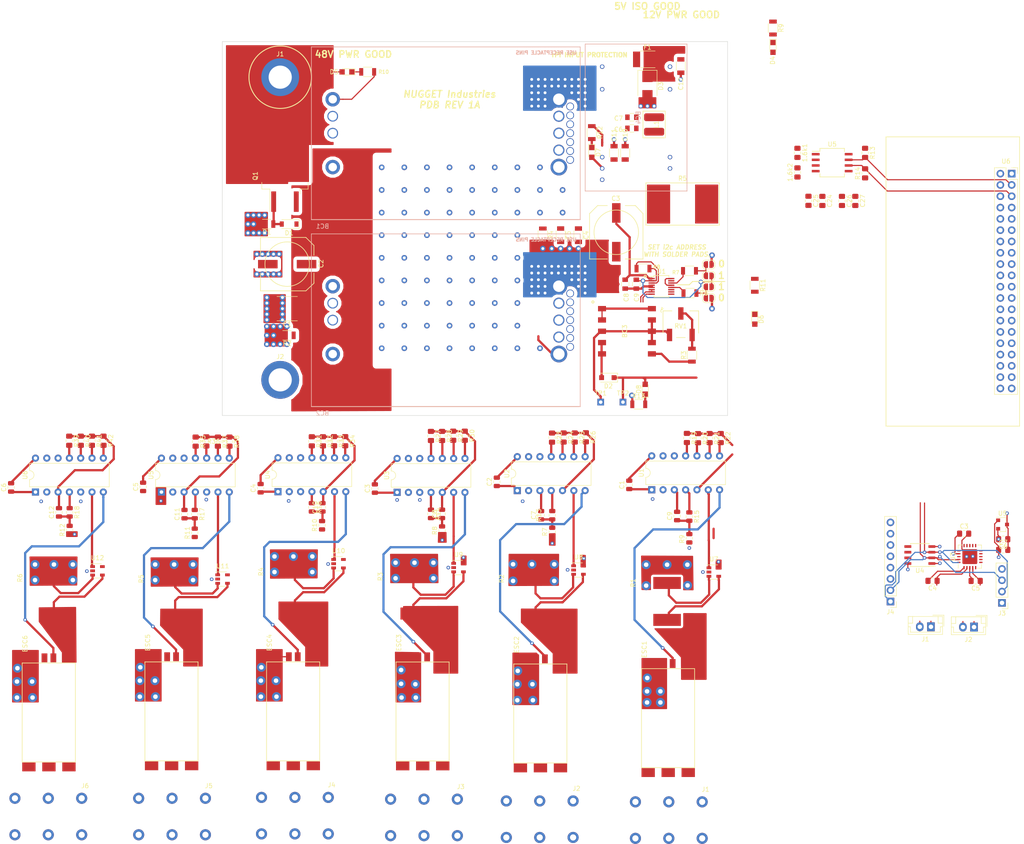
<source format=kicad_pcb>
(kicad_pcb (version 20171130) (host pcbnew "(5.0.0)")
  (layers (0 F.Cu signal) (1 power.Cu signal) (2 ground.Cu signal) (31 B.Cu signal) (34 B.Paste user) (35 F.Paste user) (36 B.SilkS user) (37 F.SilkS user) (38 B.Mask user) (39 F.Mask user) (44 Edge.Cuts user))
  (net 0 "")
  (net 1 "Net-(BC1-Pad10)")
  (net 2 "Net-(BC1-Pad11)")
  (net 3 "Net-(BC1-Pad12)")
  (net 4 "Net-(BC1-Pad16)")
  (net 5 "Net-(BC1-Pad15)")
  (net 6 "Net-(BC1-Pad14)")
  (net 7 "Net-(BC1-Pad13)")
  (net 8 GNDPWR)
  (net 9 "Net-(BC1-Pad6)")
  (net 10 "Net-(BC1-Pad7)")
  (net 11 "Net-(BC1-Pad8)")
  (net 12 Earth)
  (net 13 "Net-(BC1-Pad3)")
  (net 14 "Net-(BC2-Pad3)")
  (net 15 "Net-(BC2-Pad8)")
  (net 16 "Net-(BC2-Pad7)")
  (net 17 "Net-(BC2-Pad6)")
  (net 18 "Net-(BC2-Pad13)")
  (net 19 "Net-(BC2-Pad14)")
  (net 20 "Net-(BC2-Pad15)")
  (net 21 "Net-(BC2-Pad16)")
  (net 22 "Net-(BC2-Pad12)")
  (net 23 "Net-(BC2-Pad11)")
  (net 24 "Net-(BC2-Pad10)")
  (net 25 "Net-(BC3-Pad4)")
  (net 26 +12P)
  (net 27 "Net-(BC3-Pad6)")
  (net 28 "Net-(BC4-Pad1)")
  (net 29 "Net-(BC4-Pad11)")
  (net 30 +5V)
  (net 31 GNDS)
  (net 32 "Net-(BC4-Pad22)")
  (net 33 +3V3)
  (net 34 GND)
  (net 35 +48V)
  (net 36 "Net-(R3-Pad2)")
  (net 37 /VIN+)
  (net 38 "Net-(D1-Pad2)")
  (net 39 "Net-(JP1-Pad2)")
  (net 40 /INTVCC)
  (net 41 "Net-(JP3-Pad2)")
  (net 42 /ADR0)
  (net 43 /ADR1)
  (net 44 /GP_OUTPUT)
  (net 45 "Net-(U1-Pad10)")
  (net 46 /VOUT)
  (net 47 /SDAISO)
  (net 48 /SCLISO)
  (net 49 "Net-(D4-Pad1)")
  (net 50 "Net-(D5-Pad1)")
  (net 51 +5VP)
  (net 52 "Net-(D7-Pad1)")
  (net 53 5VPI)
  (net 54 "Net-(D6-Pad1)")
  (net 55 "Net-(D8-Pad1)")
  (net 56 /PWM1)
  (net 57 "Net-(ESC1-Pad5)")
  (net 58 "Net-(ESC1-Pad6)")
  (net 59 "Net-(ESC1-Pad7)")
  (net 60 "Net-(ESC2-Pad7)")
  (net 61 "Net-(ESC2-Pad6)")
  (net 62 "Net-(ESC2-Pad5)")
  (net 63 "Net-(ESC3-Pad5)")
  (net 64 "Net-(ESC3-Pad6)")
  (net 65 "Net-(ESC3-Pad7)")
  (net 66 "Net-(ESC4-Pad7)")
  (net 67 "Net-(ESC4-Pad6)")
  (net 68 "Net-(ESC4-Pad5)")
  (net 69 "Net-(ESC5-Pad5)")
  (net 70 "Net-(ESC5-Pad6)")
  (net 71 "Net-(ESC5-Pad7)")
  (net 72 "Net-(ESC6-Pad7)")
  (net 73 "Net-(ESC6-Pad6)")
  (net 74 "Net-(ESC6-Pad5)")
  (net 75 /PWM2)
  (net 76 /PWM3)
  (net 77 /PWM4)
  (net 78 /PWM5)
  (net 79 /PWM6)
  (net 80 "Net-(ESC4-Pad1)")
  (net 81 "Net-(ESC5-Pad1)")
  (net 82 "Net-(ESC6-Pad1)")
  (net 83 "Net-(ESC1-Pad1)")
  (net 84 "Net-(ESC2-Pad1)")
  (net 85 "Net-(ESC3-Pad1)")
  (net 86 "Net-(R16-Pad1)")
  (net 87 /CS4)
  (net 88 "Net-(R15-Pad1)")
  (net 89 /CS1)
  (net 90 /CS6)
  (net 91 "Net-(R18-Pad1)")
  (net 92 "Net-(U6-Pad12)")
  (net 93 "Net-(U6-Pad13)")
  (net 94 "Net-(R17-Pad1)")
  (net 95 /CS5)
  (net 96 /CS3)
  (net 97 "Net-(R13-Pad1)")
  (net 98 /CS2)
  (net 99 "Net-(C10-Pad1)")
  (net 100 "Net-(C7-Pad1)")
  (net 101 "Net-(C8-Pad1)")
  (net 102 "Net-(C9-Pad1)")
  (net 103 "Net-(C11-Pad1)")
  (net 104 "Net-(C12-Pad1)")
  (net 105 "Net-(R25-Pad2)")
  (net 106 "Net-(R36-Pad2)")
  (net 107 "Net-(R24-Pad2)")
  (net 108 "Net-(R28-Pad2)")
  (net 109 "Net-(R27-Pad2)")
  (net 110 "Net-(R26-Pad2)")
  (net 111 "Net-(R30-Pad2)")
  (net 112 "Net-(R23-Pad2)")
  (net 113 "Net-(R22-Pad2)")
  (net 114 "Net-(R21-Pad2)")
  (net 115 "Net-(R20-Pad2)")
  (net 116 "Net-(R19-Pad2)")
  (net 117 "Net-(R32-Pad2)")
  (net 118 "Net-(R42-Pad2)")
  (net 119 "Net-(R31-Pad2)")
  (net 120 "Net-(R33-Pad2)")
  (net 121 "Net-(R34-Pad2)")
  (net 122 "Net-(R35-Pad2)")
  (net 123 "Net-(R29-Pad2)")
  (net 124 "Net-(R38-Pad2)")
  (net 125 "Net-(R39-Pad2)")
  (net 126 "Net-(R40-Pad2)")
  (net 127 "Net-(R41-Pad2)")
  (net 128 "Net-(R37-Pad2)")
  (net 129 /temp1n)
  (net 130 /temp1p)
  (net 131 /temp2p)
  (net 132 /temp2n)
  (net 133 /SCL1)
  (net 134 /SDA1)
  (net 135 /SDA)
  (net 136 /SCL)
  (net 137 /I2)
  (net 138 /I1)
  (net 139 /DRDY)
  (net 140 "/Power Conversion/VOUT")
  (net 141 "/Power Conversion/VIN+")
  (net 142 "Net-(C1-Pad1)")
  (net 143 "Net-(C2-Pad1)")
  (net 144 "Net-(C4-Pad2)")
  (net 145 "Net-(C5-Pad2)")
  (net 146 "/Sensor Breakout/temp1p")
  (net 147 "/Sensor Breakout/temp1n")
  (net 148 "/Sensor Breakout/temp2p")
  (net 149 "/Sensor Breakout/temp2n")
  (net 150 "Net-(J2-Pad1)")
  (net 151 "/Sensor Breakout/SCL1")
  (net 152 "/Sensor Breakout/SDA1")
  (net 153 "/Sensor Breakout/I2")
  (net 154 "/Power Conversion/INTVCC")
  (net 155 "/Power Conversion/ADR0")
  (net 156 "/Power Conversion/ADR1")
  (net 157 "/Power Conversion/GP_OUTPUT")
  (net 158 "Net-(R13-Pad2)")
  (net 159 "Net-(R14-Pad2)")
  (net 160 "/Sensor Breakout/MOSI")
  (net 161 "/Sensor Breakout/MISO")
  (net 162 "Net-(U1-Pad3)")
  (net 163 "/Sensor Breakout/SCK")
  (net 164 "/Power Conversion/SDA_iso")
  (net 165 "Net-(U4-Pad10)")
  (net 166 "/Power Conversion/SCL_iso")
  (net 167 /Pi/SCL_iso)
  (net 168 /Pi/SDA_iso)
  (net 169 "Net-(U6-Pad7)")
  (net 170 "Net-(U6-Pad11)")
  (net 171 "Net-(U6-Pad10)")
  (net 172 "Net-(U6-Pad8)")
  (net 173 /SDA_iso)
  (net 174 /SCL_iso)
  (net 175 "Net-(U6-Pad15)")
  (net 176 "Net-(U6-Pad16)")
  (net 177 "Net-(U6-Pad18)")
  (net 178 "Net-(U6-Pad19)")
  (net 179 "Net-(U6-Pad21)")
  (net 180 "Net-(U6-Pad22)")
  (net 181 "Net-(U6-Pad23)")
  (net 182 "Net-(U6-Pad24)")
  (net 183 "Net-(U6-Pad26)")
  (net 184 "Net-(U6-Pad27)")
  (net 185 "Net-(U6-Pad28)")
  (net 186 "Net-(U6-Pad29)")
  (net 187 "Net-(U6-Pad31)")
  (net 188 "Net-(U6-Pad32)")
  (net 189 "Net-(U6-Pad33)")
  (net 190 "Net-(U6-Pad35)")
  (net 191 "Net-(U6-Pad36)")
  (net 192 "Net-(U6-Pad37)")
  (net 193 "Net-(U6-Pad38)")
  (net 194 "Net-(U6-Pad40)")
  (module Package_DIP:DIP-14_W7.62mm (layer F.Cu) (at 158.463423 116.094158 90)
    (fp_text reference U1 (at 3.81 -2.33 90) (layer F.SilkS))
    (fp_text value SCA3300)
    (pad 14 thru_hole oval (at 7.62 0 90) (size 1.6 1.6) (drill 0.8) (layers *.Cu *.Mask))
    (pad 7 thru_hole oval (at 0 15.24 90) (size 1.6 1.6) (drill 0.8) (layers *.Cu *.Mask) (net 160 "/Sensor Breakout/MOSI"))
    (pad 13 thru_hole oval (at 7.62 2.54 90) (size 1.6 1.6) (drill 0.8) (layers *.Cu *.Mask))
    (pad 6 thru_hole oval (at 0 12.7 90) (size 1.6 1.6) (drill 0.8) (layers *.Cu *.Mask) (net 161 "/Sensor Breakout/MISO"))
    (pad 12 thru_hole oval (at 7.62 5.08 90) (size 1.6 1.6) (drill 0.8) (layers *.Cu *.Mask) (net 31 GNDS))
    (pad 5 thru_hole oval (at 0 10.16 90) (size 1.6 1.6) (drill 0.8) (layers *.Cu *.Mask) (net 33 +3V3))
    (pad 11 thru_hole oval (at 7.62 7.62 90) (size 1.6 1.6) (drill 0.8) (layers *.Cu *.Mask) (net 31 GNDS))
    (pad 4 thru_hole oval (at 0 7.62 90) (size 1.6 1.6) (drill 0.8) (layers *.Cu *.Mask) (net 143 "Net-(C2-Pad1)"))
    (pad 10 thru_hole oval (at 7.62 10.16 90) (size 1.6 1.6) (drill 0.8) (layers *.Cu *.Mask) (net 144 "Net-(C4-Pad2)"))
    (pad 3 thru_hole oval (at 0 5.08 90) (size 1.6 1.6) (drill 0.8) (layers *.Cu *.Mask) (net 162 "Net-(U1-Pad3)"))
    (pad 9 thru_hole oval (at 7.62 12.7 90) (size 1.6 1.6) (drill 0.8) (layers *.Cu *.Mask) (net 145 "Net-(C5-Pad2)"))
    (pad 2 thru_hole oval (at 0 2.54 90) (size 1.6 1.6) (drill 0.8) (layers *.Cu *.Mask) (net 142 "Net-(C1-Pad1)"))
    (pad 8 thru_hole oval (at 7.62 15.24 90) (size 1.6 1.6) (drill 0.8) (layers *.Cu *.Mask) (net 163 "/Sensor Breakout/SCK"))
    (pad 1 thru_hole rect (at 0 0 90) (size 1.6 1.6) (drill 0.8) (layers *.Cu *.Mask) (net 31 GNDS))
  )
  (module Resistor_SMD:R_0805_2012Metric (layer F.Cu) (at 166.913423 126.986658 90)
    (fp_text reference R9 (at -0.1875 -1.65 90) (layer F.SilkS))
    (fp_text value 2.4K)
    (pad 2 smd roundrect (at 0.9375 0 90) (size 0.975 1.4) (layers F.Cu F.Paste F.Mask) (net 49 "Net-(D4-Pad1)"))
    (pad 1 smd roundrect (at -0.9375 0 90) (size 0.975 1.4) (layers F.Cu F.Paste F.Mask) (net 12 Earth))
  )
  (module "ROV:Shunt Resistor" (layer F.Cu) (at 154.801423 137.024158 270)
    (fp_text reference R1 (at 0 0.5 270) (layer F.SilkS))
    (fp_text value 100k)
    (pad 2 smd rect (at 8.3 -7.112 270) (size 2.7 6.2) (layers F.Cu F.Paste F.Mask) (net 12 Earth))
    (pad 1 smd rect (at 0 -7.112 270) (size 2.7 6.2) (layers F.Cu F.Paste F.Mask) (net 38 "Net-(D1-Pad2)"))
  )
  (module Resistor_SMD:R_0805_2012Metric (layer F.Cu) (at 166.913423 122.111658 270)
    (fp_text reference R15 (at 0 -1.65 90) (layer F.SilkS))
    (fp_text value 100)
    (pad 2 smd roundrect (at 0.9375 0 270) (size 0.975 1.4) (layers F.Cu F.Paste F.Mask) (net 102 "Net-(C9-Pad1)"))
    (pad 1 smd roundrect (at -0.9375 0 270) (size 0.975 1.4) (layers F.Cu F.Paste F.Mask) (net 88 "Net-(R15-Pad1)"))
  )
  (module Capacitor_SMD:C_0805_2012Metric (layer F.Cu) (at 164.163423 121.986658 90)
    (fp_text reference C9 (at 0 -1.65 90) (layer F.SilkS))
    (fp_text value 0.1uF)
    (pad 2 smd roundrect (at 0.9375 0 90) (size 0.975 1.4) (layers F.Cu F.Paste F.Mask) (net 31 GNDS))
    (pad 1 smd roundrect (at -0.9375 0 90) (size 0.975 1.4) (layers F.Cu F.Paste F.Mask) (net 33 +3V3))
  )
  (module Capacitor_SMD:C_0805_2012Metric (layer F.Cu) (at 153.413423 114.986658 90)
    (fp_text reference C1 (at 0 -1.65 90) (layer F.SilkS))
    (fp_text value 100nF)
    (pad 2 smd roundrect (at 0.9375 0 90) (size 0.975 1.4) (layers F.Cu F.Paste F.Mask) (net 33 +3V3))
    (pad 1 smd roundrect (at -0.9375 0 90) (size 0.975 1.4) (layers F.Cu F.Paste F.Mask) (net 142 "Net-(C1-Pad1)"))
  )
  (module Package_TO_SOT_SMD:SOT-23-5 (layer F.Cu) (at 172.413423 134.574158)
    (fp_text reference U7 (at 0 -2.9) (layer F.SilkS))
    (fp_text value TSC888)
    (pad 5 smd rect (at 1.1 -0.95) (size 1.06 0.65) (layers F.Cu F.Paste F.Mask) (net 51 +5VP))
    (pad 4 smd rect (at 1.1 0.95) (size 1.06 0.65) (layers F.Cu F.Paste F.Mask) (net 83 "Net-(ESC1-Pad1)"))
    (pad 3 smd rect (at -1.1 0.95) (size 1.06 0.65) (layers F.Cu F.Paste F.Mask) (net 26 +12P))
    (pad 2 smd rect (at -1.1 0) (size 1.06 0.65) (layers F.Cu F.Paste F.Mask) (net 8 GNDPWR))
    (pad 1 smd rect (at -1.1 -0.95) (size 1.06 0.65) (layers F.Cu F.Paste F.Mask) (net 89 /CS1))
  )
  (module ROV:ESC (layer F.Cu) (at 156.163423 154.124158 270)
    (fp_text reference ESC1 (at -2.159 -0.643 270) (layer F.SilkS))
    (fp_text value ESC)
    (pad 7 smd rect (at 25.5 -1.5 270) (size 2 3) (layers F.Cu F.Paste F.Mask) (net 59 "Net-(ESC1-Pad7)"))
    (pad 6 smd rect (at 25.5 -6 270) (size 2 3) (layers F.Cu F.Paste F.Mask) (net 58 "Net-(ESC1-Pad6)"))
    (pad 5 smd rect (at 25.5 -10.5 270) (size 2 3) (layers F.Cu F.Paste F.Mask) (net 57 "Net-(ESC1-Pad5)"))
    (pad 1 smd rect (at 1 -10.5 270) (size 2 3) (layers F.Cu F.Paste F.Mask) (net 83 "Net-(ESC1-Pad1)"))
    (pad 2 smd rect (at 1 -7 270) (size 2 1.3) (layers F.Cu F.Paste F.Mask) (net 56 /PWM1))
    (pad 3 smd rect (at 1 -5 270) (size 2 1.3) (layers F.Cu F.Paste F.Mask) (net 8 GNDPWR))
    (pad 4 smd rect (at 1 -1.5 270) (size 2 3) (layers F.Cu F.Paste F.Mask) (net 8 GNDPWR))
  )
  (module "ROV:Wago Terminal Blocks" (layer F.Cu) (at 169.8 186.2 180)
    (fp_text reference J1 (at -0.762 2.794 180) (layer F.SilkS))
    (fp_text value Conn_01x02)
    (pad 1 thru_hole circle (at 0 -8.2 180) (size 2.5 2.5) (drill 1.4) (layers *.Cu *.Mask) (net 136 /SCL))
    (pad 2 thru_hole circle (at 7.5 -8.2 180) (size 2.5 2.5) (drill 1.4) (layers *.Cu *.Mask) (net 135 /SDA))
    (pad 3 thru_hole circle (at 15 -8.2 270) (size 2.5 2.5) (drill 1.4) (layers *.Cu *.Mask))
    (pad 3 thru_hole circle (at 15 0 180) (size 2.5 2.5) (drill 1.4) (layers *.Cu *.Mask))
    (pad 2 thru_hole circle (at 7.5 0 180) (size 2.5 2.5) (drill 1.4) (layers *.Cu *.Mask) (net 135 /SDA))
    (pad 1 thru_hole circle (at 0 0 180) (size 2.5 2.5) (drill 1.4) (layers *.Cu *.Mask) (net 136 /SCL))
  )
  (module Capacitors_SMD:C_2220 (layer F.Cu) (at 76.567693 75.4 180)
    (fp_text reference C1 (at 0 -3.5 180) (layer F.SilkS))
    (fp_text value 10uF)
    (pad 1 smd rect (at -2.8 0 180) (size 1 5) (layers F.Cu F.Paste F.Mask) (net 37 /VIN+))
    (pad 2 smd rect (at 2.8 0 180) (size 1 5) (layers F.Cu F.Paste F.Mask) (net 12 Earth))
  )
  (module rov:PCR1J101MCL1GS (layer F.Cu) (at 76.567693 65.4 270)
    (fp_text reference C2 (at -0.1 -7.6 270) (layer F.SilkS))
    (fp_text value 100nF)
    (pad 1 smd rect (at 0 -4.35 270) (size 1.9 4.4) (layers F.Cu F.Paste F.Mask) (net 143 "Net-(C2-Pad1)"))
    (pad 2 smd rect (at 0 4.35 90) (size 1.9 4.4) (layers F.Cu F.Paste F.Mask) (net 33 +3V3))
  )
  (module rov:PCR1J101MCL1GS (layer F.Cu) (at 150.5 58.25)
    (fp_text reference C3 (at -0.1 -7.6) (layer F.SilkS))
    (fp_text value 10nF)
    (pad 1 smd rect (at 0 -4.35) (size 1.9 4.4) (layers F.Cu F.Paste F.Mask) (net 143 "Net-(C2-Pad1)"))
    (pad 2 smd rect (at 0 4.35 180) (size 1.9 4.4) (layers F.Cu F.Paste F.Mask) (net 33 +3V3))
  )
  (module Capacitors_SMD:C_1206 (layer F.Cu) (at 142 58.9 270)
    (fp_text reference C4 (at 0 -1.75 270) (layer F.SilkS))
    (fp_text value 100nF)
    (pad 1 smd rect (at -1.5 0 270) (size 1 1.6) (layers F.Cu F.Paste F.Mask) (net 31 GNDS))
    (pad 2 smd rect (at 1.5 0 270) (size 1 1.6) (layers F.Cu F.Paste F.Mask) (net 144 "Net-(C4-Pad2)"))
  )
  (module Capacitors_SMD:C_1206 (layer F.Cu) (at 138 58.9 270)
    (fp_text reference C5 (at 0 -1.75 270) (layer F.SilkS))
    (fp_text value 100nF)
    (pad 1 smd rect (at -1.5 0 270) (size 1 1.6) (layers F.Cu F.Paste F.Mask) (net 33 +3V3))
    (pad 2 smd rect (at 1.5 0 270) (size 1 1.6) (layers F.Cu F.Paste F.Mask) (net 145 "Net-(C5-Pad2)"))
  )
  (module Diodes_SMD:D_SOD-123 (layer F.Cu) (at 77 56.4 180)
    (fp_text reference D1 (at 0 -2 180) (layer F.SilkS))
    (fp_text value 12V)
    (pad 1 smd rect (at -1.65 0 180) (size 0.9 1.2) (layers F.Cu F.Paste F.Mask) (net 141 "/Power Conversion/VIN+"))
    (pad 2 smd rect (at 1.65 0 180) (size 0.9 1.2) (layers F.Cu F.Paste F.Mask) (net 38 "Net-(D1-Pad2)"))
  )
  (module jumpers:SolderJumper-2_P1.3mm_Open_RoundedPad1.0x1.5mm (layer F.Cu) (at 171.272083 70.49 180)
    (fp_text reference JP1 hide)
    (fp_text value SolderJumper_2_Open)
    (pad 2 smd custom (at 0.65 0 180) (size 1 0.5) (layers F.Cu F.Mask) (net 39 "Net-(JP1-Pad2)") (options (clearance outline) (anchor rect)) (primitives (gr_circle (center 0 0.25) (end 0.5 0.25) (width 0)) (gr_circle (center 0 -0.25) (end 0.5 -0.25) (width 0)) (gr_poly (pts (xy 0 -0.75) (xy -0.5 -0.75) (xy -0.5 0.75) (xy 0 0.75)) (width 0))))
    (pad 1 smd custom (at -0.65 0 180) (size 1 0.5) (layers F.Cu F.Mask) (net 154 "/Power Conversion/INTVCC") (options (clearance outline) (anchor rect)) (primitives (gr_circle (center 0 0.25) (end 0.5 0.25) (width 0)) (gr_circle (center 0 -0.25) (end 0.5 -0.25) (width 0)) (gr_poly (pts (xy 0 -0.75) (xy 0.5 -0.75) (xy 0.5 0.75) (xy 0 0.75)) (width 0))))
  )
  (module jumpers:SolderJumper-2_P1.3mm_Open_RoundedPad1.0x1.5mm (layer F.Cu) (at 171.272083 73.029975 180)
    (fp_text reference JP2 hide)
    (fp_text value SolderJumper_2_Open)
    (pad 2 smd custom (at 0.65 0 180) (size 1 0.5) (layers F.Cu F.Mask) (net 39 "Net-(JP1-Pad2)") (options (clearance outline) (anchor rect)) (primitives (gr_circle (center 0 0.25) (end 0.5 0.25) (width 0)) (gr_circle (center 0 -0.25) (end 0.5 -0.25) (width 0)) (gr_poly (pts (xy 0 -0.75) (xy -0.5 -0.75) (xy -0.5 0.75) (xy 0 0.75)) (width 0))))
    (pad 1 smd custom (at -0.65 0 180) (size 1 0.5) (layers F.Cu F.Mask) (net 8 GNDPWR) (options (clearance outline) (anchor rect)) (primitives (gr_circle (center 0 0.25) (end 0.5 0.25) (width 0)) (gr_circle (center 0 -0.25) (end 0.5 -0.25) (width 0)) (gr_poly (pts (xy 0 -0.75) (xy 0.5 -0.75) (xy 0.5 0.75) (xy 0 0.75)) (width 0))))
  )
  (module jumpers:SolderJumper-2_P1.3mm_Open_RoundedPad1.0x1.5mm (layer F.Cu) (at 171.272083 68.029975 180)
    (fp_text reference JP3 hide)
    (fp_text value SolderJumper_2_Open)
    (pad 2 smd custom (at 0.65 0 180) (size 1 0.5) (layers F.Cu F.Mask) (net 41 "Net-(JP3-Pad2)") (options (clearance outline) (anchor rect)) (primitives (gr_circle (center 0 0.25) (end 0.5 0.25) (width 0)) (gr_circle (center 0 -0.25) (end 0.5 -0.25) (width 0)) (gr_poly (pts (xy 0 -0.75) (xy -0.5 -0.75) (xy -0.5 0.75) (xy 0 0.75)) (width 0))))
    (pad 1 smd custom (at -0.65 0 180) (size 1 0.5) (layers F.Cu F.Mask) (net 154 "/Power Conversion/INTVCC") (options (clearance outline) (anchor rect)) (primitives (gr_circle (center 0 0.25) (end 0.5 0.25) (width 0)) (gr_circle (center 0 -0.25) (end 0.5 -0.25) (width 0)) (gr_poly (pts (xy 0 -0.75) (xy 0.5 -0.75) (xy 0.5 0.75) (xy 0 0.75)) (width 0))))
  )
  (module jumpers:SolderJumper-2_P1.3mm_Open_RoundedPad1.0x1.5mm (layer F.Cu) (at 171.272083 65.49 180)
    (fp_text reference JP4 hide)
    (fp_text value SolderJumper_2_Open)
    (pad 2 smd custom (at 0.65 0 180) (size 1 0.5) (layers F.Cu F.Mask) (net 41 "Net-(JP3-Pad2)") (options (clearance outline) (anchor rect)) (primitives (gr_circle (center 0 0.25) (end 0.5 0.25) (width 0)) (gr_circle (center 0 -0.25) (end 0.5 -0.25) (width 0)) (gr_poly (pts (xy 0 -0.75) (xy -0.5 -0.75) (xy -0.5 0.75) (xy 0 0.75)) (width 0))))
    (pad 1 smd custom (at -0.65 0 180) (size 1 0.5) (layers F.Cu F.Mask) (net 8 GNDPWR) (options (clearance outline) (anchor rect)) (primitives (gr_circle (center 0 0.25) (end 0.5 0.25) (width 0)) (gr_circle (center 0 -0.25) (end 0.5 -0.25) (width 0)) (gr_poly (pts (xy 0 -0.75) (xy 0.5 -0.75) (xy 0.5 0.75) (xy 0 0.75)) (width 0))))
  )
  (module TO_SOT_Packages_SMD:TO-263-2 (layer F.Cu) (at 76.067693 45.584027 90)
    (fp_text reference Q1 (at 0 -6.65 90) (layer F.SilkS))
    (fp_text value Q_PMOS_GDS)
    (pad 1 smd rect (at -5.775 -2.54 90) (size 4.6 1.1) (layers F.Cu F.Paste F.Mask) (net 38 "Net-(D1-Pad2)"))
    (pad 3 smd rect (at -5.775 2.54 90) (size 4.6 1.1) (layers F.Cu F.Paste F.Mask) (net 141 "/Power Conversion/VIN+"))
    (pad 2 smd rect (at 3.375 0 90) (size 9.4 10.8) (layers F.Cu F.Mask) (net 35 +48V))
    (pad 2 smd rect (at 5.8 2.775 90) (size 4.55 5.25) (layers F.Cu F.Paste) (net 35 +48V))
    (pad 2 smd rect (at 0.95 -2.775 90) (size 4.55 5.25) (layers F.Cu F.Paste) (net 35 +48V))
    (pad 2 smd rect (at 5.8 -2.775 90) (size 4.55 5.25) (layers F.Cu F.Paste) (net 35 +48V))
    (pad 2 smd rect (at 0.95 2.775 90) (size 4.55 5.25) (layers F.Cu F.Paste) (net 35 +48V))
  )
  (module Resistors_SMD:R_1206 (layer F.Cu) (at 72 56.4 180)
    (fp_text reference R1 (at 0 -1.85 180) (layer F.SilkS))
    (fp_text value 100K)
    (pad 1 smd rect (at -1.45 0 180) (size 0.9 1.7) (layers F.Cu F.Paste F.Mask) (net 38 "Net-(D1-Pad2)"))
    (pad 2 smd rect (at 1.45 0 180) (size 0.9 1.7) (layers F.Cu F.Paste F.Mask) (net 12 Earth))
  )
  (module Resistors_SMD:R_1206 (layer F.Cu) (at 76.567693 81.4 180)
    (fp_text reference R2 (at 0 -1.85 180) (layer F.SilkS))
    (fp_text value 12K)
    (pad 1 smd rect (at -1.45 0 180) (size 0.9 1.7) (layers F.Cu F.Paste F.Mask) (net 141 "/Power Conversion/VIN+"))
    (pad 2 smd rect (at 1.45 0 180) (size 0.9 1.7) (layers F.Cu F.Paste F.Mask) (net 12 Earth))
  )
  (module Resistors_SMD:R_1206 (layer F.Cu) (at 134 58.85 270)
    (fp_text reference R4 (at 0 -1.85 270) (layer F.SilkS))
    (fp_text value 3.3K)
    (pad 1 smd rect (at -1.45 0 270) (size 0.9 1.7) (layers F.Cu F.Paste F.Mask) (net 140 "/Power Conversion/VOUT"))
    (pad 2 smd rect (at 1.45 0 270) (size 0.9 1.7) (layers F.Cu F.Paste F.Mask) (net 8 GNDPWR))
  )
  (module Resistors_SMD:R_1206 (layer F.Cu) (at 167.05 71.9)
    (fp_text reference R6 (at 3.15 0) (layer F.SilkS))
    (fp_text value 22K)
    (pad 1 smd rect (at -1.45 0) (size 0.9 1.7) (layers F.Cu F.Paste F.Mask) (net 155 "/Power Conversion/ADR0"))
    (pad 2 smd rect (at 1.45 0) (size 0.9 1.7) (layers F.Cu F.Paste F.Mask) (net 39 "Net-(JP1-Pad2)"))
  )
  (module Resistors_SMD:R_1206 (layer F.Cu) (at 166.95 66.9)
    (fp_text reference R7 (at -3.092859 0.372501) (layer F.SilkS) (effects (font (size 0.8 0.8))))
    (fp_text value 22K)
    (pad 1 smd rect (at -1.45 0) (size 0.9 1.7) (layers F.Cu F.Paste F.Mask) (net 156 "/Power Conversion/ADR1"))
    (pad 2 smd rect (at 1.45 0) (size 0.9 1.7) (layers F.Cu F.Paste F.Mask) (net 41 "Net-(JP3-Pad2)"))
  )
  (module Resistors_SMD:R_1206 (layer F.Cu) (at 185.705 12.36 270)
    (fp_text reference R9 (at 0 -1.85 270) (layer F.SilkS))
    (fp_text value 600)
    (pad 1 smd rect (at -1.45 0 270) (size 0.9 1.7) (layers F.Cu F.Paste F.Mask) (net 8 GNDPWR))
    (pad 2 smd rect (at 1.45 0 270) (size 0.9 1.7) (layers F.Cu F.Paste F.Mask) (net 49 "Net-(D4-Pad1)"))
  )
  (module Housings_SSOP:MSOP-16_3x4mm_Pitch0.5mm (layer F.Cu) (at 160.65 70.39)
    (fp_text reference U1 (at 0 -3.35) (layer F.SilkS))
    (fp_text value LTC2946CMS#PBF)
    (pad 1 smd rect (at -2.2 -1.75) (size 1.4 0.3) (layers F.Cu F.Paste F.Mask) (net 46 /VOUT))
    (pad 2 smd rect (at -2.2 -1.25) (size 1.4 0.3) (layers F.Cu F.Paste F.Mask) (net 40 /INTVCC))
    (pad 3 smd rect (at -2.2 -0.75) (size 1.4 0.3) (layers F.Cu F.Paste F.Mask) (net 44 /GP_OUTPUT))
    (pad 4 smd rect (at -2.2 -0.25) (size 1.4 0.3) (layers F.Cu F.Paste F.Mask) (net 8 GNDPWR))
    (pad 5 smd rect (at -2.2 0.25) (size 1.4 0.3) (layers F.Cu F.Paste F.Mask) (net 8 GNDPWR))
    (pad 12 smd rect (at 2.2 0.25) (size 1.4 0.3) (layers F.Cu F.Paste F.Mask) (net 42 /ADR0))
    (pad 13 smd rect (at 2.2 -0.25) (size 1.4 0.3) (layers F.Cu F.Paste F.Mask) (net 46 /VOUT))
    (pad 14 smd rect (at 2.2 -0.75) (size 1.4 0.3) (layers F.Cu F.Paste F.Mask) (net 43 /ADR1))
    (pad 15 smd rect (at 2.2 -1.25) (size 1.4 0.3) (layers F.Cu F.Paste F.Mask) (net 26 +12P))
    (pad 16 smd rect (at 2.2 -1.75) (size 1.4 0.3) (layers F.Cu F.Paste F.Mask) (net 46 /VOUT))
    (pad 6 smd rect (at -2.2 0.75) (size 1.4 0.3) (layers F.Cu F.Paste F.Mask) (net 47 /SDAISO))
    (pad 7 smd rect (at -2.2 1.25) (size 1.4 0.3) (layers F.Cu F.Paste F.Mask) (net 47 /SDAISO))
    (pad 8 smd rect (at -2.2 1.75) (size 1.4 0.3) (layers F.Cu F.Paste F.Mask) (net 48 /SCLISO))
    (pad 11 smd rect (at 2.2 0.75) (size 1.4 0.3) (layers F.Cu F.Paste F.Mask) (net 8 GNDPWR))
    (pad 10 smd rect (at 2.2 1.25) (size 1.4 0.3) (layers F.Cu F.Paste F.Mask) (net 45 "Net-(U1-Pad10)"))
    (pad 9 smd rect (at 2.2 1.75) (size 1.4 0.3) (layers F.Cu F.Paste F.Mask) (net 8 GNDPWR))
  )
  (module rov:DS_Q48SC12050 (layer B.Cu) (at 82.5 54.9)
    (fp_text reference BC1 (at 2 2) (layer B.SilkS) (effects (justify mirror)))
    (fp_text value DS_Q48SC12050NRII)
    (fp_text user "USE RECEPTACLE PINS" (at 52.25 -37) (layer B.SilkS) (effects (font (size 0.8 0.8) (thickness 0.2)) (justify mirror)))
    (pad 10 thru_hole circle (at 57.64 -24.92) (size 1.75 1.75) (drill 1.4) (layers *.Cu *.Mask) (net 1 "Net-(BC1-Pad10)"))
    (pad 11 thru_hole circle (at 57.64 -22.92) (size 1.75 1.75) (drill 1.4) (layers *.Cu *.Mask) (net 2 "Net-(BC1-Pad11)"))
    (pad 12 thru_hole circle (at 57.64 -20.92) (size 1.75 1.75) (drill 1.4) (layers *.Cu *.Mask) (net 3 "Net-(BC1-Pad12)"))
    (pad 16 thru_hole circle (at 57.64 -12.92) (size 1.75 1.75) (drill 1.4) (layers *.Cu *.Mask) (net 4 "Net-(BC1-Pad16)"))
    (pad 15 thru_hole circle (at 57.64 -14.92) (size 1.75 1.75) (drill 1.4) (layers *.Cu *.Mask) (net 5 "Net-(BC1-Pad15)"))
    (pad 14 thru_hole circle (at 57.64 -16.92) (size 1.75 1.75) (drill 1.4) (layers *.Cu *.Mask) (net 6 "Net-(BC1-Pad14)"))
    (pad 13 thru_hole circle (at 57.64 -18.92) (size 1.75 1.75) (drill 1.4) (layers *.Cu *.Mask) (net 7 "Net-(BC1-Pad13)"))
    (pad 5 thru_hole circle (at 55.1 -26.54) (size 3.75 3.75) (drill 2.59) (layers *.Cu *.Mask) (net 8 GNDPWR))
    (pad 6 thru_hole circle (at 55.1 -22.73) (size 2.5 2.5) (drill 1.905) (layers *.Cu *.Mask) (net 9 "Net-(BC1-Pad6)"))
    (pad 7 thru_hole circle (at 55.1 -18.92) (size 2.5 2.5) (drill 1.905) (layers *.Cu *.Mask) (net 10 "Net-(BC1-Pad7)"))
    (pad 8 thru_hole circle (at 55.1 -15.11) (size 2.5 2.5) (drill 1.905) (layers *.Cu *.Mask) (net 11 "Net-(BC1-Pad8)"))
    (pad 9 thru_hole circle (at 55.1 -11.3) (size 3.75 3.75) (drill 2.59) (layers *.Cu *.Mask) (net 140 "/Power Conversion/VOUT"))
    (pad 4 thru_hole circle (at 4.3 -26.54) (size 3.25 3.25) (drill 1.905) (layers *.Cu *.Mask) (net 12 Earth))
    (pad 3 thru_hole circle (at 4.3 -22.73) (size 2.4 2.4) (drill 1.905) (layers *.Cu *.Mask) (net 13 "Net-(BC1-Pad3)"))
    (pad 2 thru_hole circle (at 4.3 -18.92) (size 2.4 2.4) (drill 1.905) (layers *.Cu *.Mask) (net 12 Earth))
    (pad 1 thru_hole circle (at 4.3 -11.3) (size 3.25 3.25) (drill 1.905) (layers *.Cu *.Mask) (net 141 "/Power Conversion/VIN+"))
  )
  (module rov:DS_Q48SC12050 (layer B.Cu) (at 82.5 96.9)
    (fp_text reference BC2 (at 2 2) (layer B.SilkS) (effects (justify mirror)))
    (fp_text value DS_Q48SC12050NRII)
    (fp_text user "USE RECEPTACLE PINS" (at 52.25 -37) (layer B.SilkS) (effects (font (size 0.8 0.8) (thickness 0.2)) (justify mirror)))
    (pad 10 thru_hole circle (at 57.64 -24.92) (size 1.75 1.75) (drill 1.4) (layers *.Cu *.Mask) (net 24 "Net-(BC2-Pad10)"))
    (pad 11 thru_hole circle (at 57.64 -22.92) (size 1.75 1.75) (drill 1.4) (layers *.Cu *.Mask) (net 23 "Net-(BC2-Pad11)"))
    (pad 12 thru_hole circle (at 57.64 -20.92) (size 1.75 1.75) (drill 1.4) (layers *.Cu *.Mask) (net 22 "Net-(BC2-Pad12)"))
    (pad 16 thru_hole circle (at 57.64 -12.92) (size 1.75 1.75) (drill 1.4) (layers *.Cu *.Mask) (net 21 "Net-(BC2-Pad16)"))
    (pad 15 thru_hole circle (at 57.64 -14.92) (size 1.75 1.75) (drill 1.4) (layers *.Cu *.Mask) (net 20 "Net-(BC2-Pad15)"))
    (pad 14 thru_hole circle (at 57.64 -16.92) (size 1.75 1.75) (drill 1.4) (layers *.Cu *.Mask) (net 19 "Net-(BC2-Pad14)"))
    (pad 13 thru_hole circle (at 57.64 -18.92) (size 1.75 1.75) (drill 1.4) (layers *.Cu *.Mask) (net 18 "Net-(BC2-Pad13)"))
    (pad 5 thru_hole circle (at 55.1 -26.54) (size 3.75 3.75) (drill 2.59) (layers *.Cu *.Mask) (net 8 GNDPWR))
    (pad 6 thru_hole circle (at 55.1 -22.73) (size 2.5 2.5) (drill 1.905) (layers *.Cu *.Mask) (net 17 "Net-(BC2-Pad6)"))
    (pad 7 thru_hole circle (at 55.1 -18.92) (size 2.5 2.5) (drill 1.905) (layers *.Cu *.Mask) (net 16 "Net-(BC2-Pad7)"))
    (pad 8 thru_hole circle (at 55.1 -15.11) (size 2.5 2.5) (drill 1.905) (layers *.Cu *.Mask) (net 15 "Net-(BC2-Pad8)"))
    (pad 9 thru_hole circle (at 55.1 -11.3) (size 3.75 3.75) (drill 2.59) (layers *.Cu *.Mask) (net 140 "/Power Conversion/VOUT"))
    (pad 4 thru_hole circle (at 4.3 -26.54) (size 3.25 3.25) (drill 1.905) (layers *.Cu *.Mask) (net 12 Earth))
    (pad 3 thru_hole circle (at 4.3 -22.73) (size 2.4 2.4) (drill 1.905) (layers *.Cu *.Mask) (net 14 "Net-(BC2-Pad3)"))
    (pad 2 thru_hole circle (at 4.3 -18.92) (size 2.4 2.4) (drill 1.905) (layers *.Cu *.Mask) (net 12 Earth))
    (pad 1 thru_hole circle (at 4.3 -11.3) (size 3.25 3.25) (drill 1.905) (layers *.Cu *.Mask) (net 141 "/Power Conversion/VIN+"))
  )
  (module rov:7466004 (layer F.Cu) (at 75 23.4)
    (fp_text reference J1 (at 0 -5.2) (layer F.SilkS))
    (fp_text value Conn_01x01)
    (pad 1 thru_hole circle (at 0 0 180) (size 8.5 8.5) (drill 5.2) (layers *.Cu *.Mask) (net 35 +48V))
  )
  (module rov:7466004 (layer F.Cu) (at 75 91.4)
    (fp_text reference J2 (at 0 -5.2) (layer F.SilkS))
    (fp_text value PCA)
    (pad 1 thru_hole circle (at 0 0 180) (size 8.5 8.5) (drill 5.2) (layers *.Cu *.Mask) (net 150 "Net-(J2-Pad1)"))
  )
  (module Capacitors_SMD:C_0805 (layer F.Cu) (at 154 34.9)
    (fp_text reference C6 (at -3 0.25) (layer F.SilkS))
    (fp_text value 10nF)
    (pad 1 smd rect (at -1 0) (size 1 1.25) (layers F.Cu F.Paste F.Mask) (net 33 +3V3))
    (pad 2 smd rect (at 1 0) (size 1 1.25) (layers F.Cu F.Paste F.Mask) (net 145 "Net-(C5-Pad2)"))
  )
  (module Capacitors_SMD:C_0805 (layer F.Cu) (at 154 32.4)
    (fp_text reference C7 (at -3 0.25) (layer F.SilkS))
    (fp_text value 100pF)
    (pad 1 smd rect (at -1 0) (size 1 1.25) (layers F.Cu F.Paste F.Mask) (net 146 "/Sensor Breakout/temp1p"))
    (pad 2 smd rect (at 1 0) (size 1 1.25) (layers F.Cu F.Paste F.Mask) (net 147 "/Sensor Breakout/temp1n"))
  )
  (module Capacitors_SMD:C_0805 (layer F.Cu) (at 152.5 69.9 90)
    (fp_text reference C8 (at -3 0.245001 90) (layer F.SilkS))
    (fp_text value 100pF)
    (pad 1 smd rect (at -1 0 90) (size 1 1.25) (layers F.Cu F.Paste F.Mask) (net 148 "/Sensor Breakout/temp2p"))
    (pad 2 smd rect (at 1 0 90) (size 1 1.25) (layers F.Cu F.Paste F.Mask) (net 149 "/Sensor Breakout/temp2n"))
  )
  (module Capacitors_SMD:C_0805 (layer F.Cu) (at 155 69.9 90)
    (fp_text reference C9 (at -3 0.075001 90) (layer F.SilkS))
    (fp_text value .1uF)
    (pad 1 smd rect (at -1 0 90) (size 1 1.25) (layers F.Cu F.Paste F.Mask) (net 8 GNDPWR))
    (pad 2 smd rect (at 1 0 90) (size 1 1.25) (layers F.Cu F.Paste F.Mask) (net 40 /INTVCC))
  )
  (module Capacitors_SMD:C_1206 (layer F.Cu) (at 152.5 40.4 270)
    (fp_text reference C10 (at -4 0 270) (layer F.SilkS))
    (fp_text value 0.1uF)
    (pad 1 smd rect (at -1.5 0 270) (size 1 1.6) (layers F.Cu F.Paste F.Mask) (net 34 GND))
    (pad 2 smd rect (at 1.5 0 270) (size 1 1.6) (layers F.Cu F.Paste F.Mask) (net 26 +12P))
  )
  (module Capacitors_SMD:C_1206 (layer F.Cu) (at 150 40.4 270)
    (fp_text reference C11 (at -4 0 270) (layer F.SilkS))
    (fp_text value 0.1uF)
    (pad 1 smd rect (at -1.5 0 270) (size 1 1.6) (layers F.Cu F.Paste F.Mask) (net 33 +3V3))
    (pad 2 smd rect (at 1.5 0 270) (size 1 1.6) (layers F.Cu F.Paste F.Mask) (net 34 GND))
  )
  (module Capacitors_SMD:C_1206 (layer F.Cu) (at 165 20.9 90)
    (fp_text reference C12 (at -4 0 90) (layer F.SilkS))
    (fp_text value 10uF)
    (pad 1 smd rect (at -1.5 0 90) (size 1 1.6) (layers F.Cu F.Paste F.Mask) (net 141 "/Power Conversion/VIN+"))
    (pad 2 smd rect (at 1.5 0 90) (size 1 1.6) (layers F.Cu F.Paste F.Mask) (net 12 Earth))
  )
  (module Diodes_SMD:D_SMB (layer F.Cu) (at 157.5 25.4 270)
    (fp_text reference D3 (at 0 -3 270) (layer F.SilkS))
    (fp_text value SMBJ5.0A-13-F)
    (pad 1 smd rect (at -2.15 0 270) (size 2.5 2.3) (layers F.Cu F.Paste F.Mask) (net 53 5VPI))
    (pad 2 smd rect (at 2.15 0 270) (size 2.5 2.3) (layers F.Cu F.Paste F.Mask) (net 31 GNDS))
  )
  (module Resistors_SMD:R_1812 (layer F.Cu) (at 157.5 19.4)
    (fp_text reference F1 (at 0 -2.72) (layer F.SilkS))
    (fp_text value MF-MSMF250/16X-2)
    (pad 1 smd rect (at -2.44 0) (size 1.6 3.5) (layers F.Cu F.Paste F.Mask) (net 30 +5V))
    (pad 2 smd rect (at 2.44 0) (size 1.6 3.5) (layers F.Cu F.Paste F.Mask) (net 53 5VPI))
  )
  (module rov:SDE0403A-120M (layer F.Cu) (at 159 34.025 90)
    (fp_text reference L1 (at 0 0.5 90) (layer F.SilkS))
    (fp_text value 12uH)
    (pad 2 smd roundrect (at 1.625 0 90) (size 1.75 4.5) (layers F.Cu F.Paste F.Mask) (net 32 "Net-(BC4-Pad22)"))
    (pad 1 smd roundrect (at -1.625 0 270) (size 1.75 4.5) (layers F.Cu F.Paste F.Mask) (net 26 +12P))
  )
  (module LEDs:LED_0805 (layer F.Cu) (at 185.705 16.71 270)
    (fp_text reference D4 (at 2.907141 0.0675 270) (layer F.SilkS))
    (fp_text value LED)
    (pad 2 smd rect (at 1.1 0 90) (size 1.2 1.2) (layers F.Cu F.Paste F.Mask) (net 35 +48V))
    (pad 1 smd rect (at -1.1 0 90) (size 1.2 1.2) (layers F.Cu F.Paste F.Mask) (net 49 "Net-(D4-Pad1)"))
  )
  (module Resistors_SMD:R_1206 (layer F.Cu) (at 156.5 66.4 180)
    (fp_text reference R8 (at -3.092859 0.372501 180) (layer F.SilkS) (effects (font (size 0.8 0.8))))
    (fp_text value 4.7K)
    (pad 1 smd rect (at -1.45 0 180) (size 0.9 1.7) (layers F.Cu F.Paste F.Mask) (net 154 "/Power Conversion/INTVCC"))
    (pad 2 smd rect (at 1.45 0 180) (size 0.9 1.7) (layers F.Cu F.Paste F.Mask) (net 157 "/Power Conversion/GP_OUTPUT"))
  )
  (module LEDs:LED_0805 (layer F.Cu) (at 90 22.21 180)
    (fp_text reference D5 (at 2.907141 0 180) (layer F.SilkS))
    (fp_text value LED)
    (pad 2 smd rect (at 1.1 0) (size 1.2 1.2) (layers F.Cu F.Paste F.Mask) (net 140 "/Power Conversion/VOUT"))
    (pad 1 smd rect (at -1.1 0) (size 1.2 1.2) (layers F.Cu F.Paste F.Mask) (net 50 "Net-(D5-Pad1)"))
  )
  (module Resistors_SMD:R_1206 (layer F.Cu) (at 94.65 22.21 180)
    (fp_text reference R10 (at -3.592859 0 180) (layer F.SilkS) (effects (font (size 0.8 0.8))))
    (fp_text value 600)
    (pad 1 smd rect (at -1.45 0 180) (size 0.9 1.7) (layers F.Cu F.Paste F.Mask) (net 8 GNDPWR))
    (pad 2 smd rect (at 1.45 0 180) (size 0.9 1.7) (layers F.Cu F.Paste F.Mask) (net 50 "Net-(D5-Pad1)"))
  )
  (module LEDs:LED_0805 (layer F.Cu) (at 145 40.3 270)
    (fp_text reference D7 (at 0 -1.45 270) (layer F.SilkS))
    (fp_text value LED)
    (pad 2 smd rect (at 1.1 0 90) (size 1.2 1.2) (layers F.Cu F.Paste F.Mask) (net 51 +5VP))
    (pad 1 smd rect (at -1.1 0 90) (size 1.2 1.2) (layers F.Cu F.Paste F.Mask) (net 52 "Net-(D7-Pad1)"))
  )
  (module Resistors_SMD:R_1206 (layer F.Cu) (at 181.62 70.15 270)
    (fp_text reference R11 (at 0 -1.85 270) (layer F.SilkS))
    (fp_text value 600)
    (pad 1 smd rect (at -1.45 0 270) (size 0.9 1.7) (layers F.Cu F.Paste F.Mask) (net 31 GNDS))
    (pad 2 smd rect (at 1.45 0 270) (size 0.9 1.7) (layers F.Cu F.Paste F.Mask) (net 54 "Net-(D6-Pad1)"))
  )
  (module Resistors_SMD:R_1206 (layer F.Cu) (at 145 35.85 270)
    (fp_text reference R12 (at 0 -1.85 270) (layer F.SilkS))
    (fp_text value 600)
    (pad 1 smd rect (at -1.45 0 270) (size 0.9 1.7) (layers F.Cu F.Paste F.Mask) (net 8 GNDPWR))
    (pad 2 smd rect (at 1.45 0 270) (size 0.9 1.7) (layers F.Cu F.Paste F.Mask) (net 52 "Net-(D7-Pad1)"))
  )
  (module rov:3269W-1-204GLF (layer F.Cu) (at 165 78.9)
    (fp_text reference RV1 (at 0 0.424999) (layer F.SilkS))
    (fp_text value 200k)
    (pad 3 smd rect (at 2.54 2.415) (size 1.19 2.79) (layers F.Cu F.Paste F.Mask) (net 36 "Net-(R3-Pad2)"))
    (pad 1 smd rect (at -2.54 2.415) (size 1.19 2.79) (layers F.Cu F.Paste F.Mask) (net 8 GNDPWR))
    (pad 2 smd rect (at 0 -2.415) (size 1.19 2.79) (layers F.Cu F.Paste F.Mask) (net 36 "Net-(R3-Pad2)"))
  )
  (module LEDs:LED_0805 (layer F.Cu) (at 157 93.5 90)
    (fp_text reference D8 (at 0 -1.45 90) (layer F.SilkS))
    (fp_text value LED)
    (pad 1 smd rect (at -1.1 0 270) (size 1.2 1.2) (layers F.Cu F.Paste F.Mask) (net 55 "Net-(D8-Pad1)"))
    (pad 2 smd rect (at 1.1 0 270) (size 1.2 1.2) (layers F.Cu F.Paste F.Mask) (net 51 +5VP))
  )
  (module Resistors_SMD:R_1206 (layer F.Cu) (at 155.55 96.9)
    (fp_text reference R13 (at 0 -1.85) (layer F.SilkS))
    (fp_text value 1.6k)
    (pad 2 smd rect (at 1.45 0) (size 0.9 1.7) (layers F.Cu F.Paste F.Mask) (net 158 "Net-(R13-Pad2)"))
    (pad 1 smd rect (at -1.45 0) (size 0.9 1.7) (layers F.Cu F.Paste F.Mask) (net 53 5VPI))
  )
  (module rov:R78AA-1.0 (layer F.Cu) (at 152.9 80.48 270)
    (fp_text reference BC3 (at 0 0.5 270) (layer F.SilkS))
    (fp_text value R-78AA-1.0)
    (pad 3 smd rect (at 0 5.6 270) (size 1.2 1.8) (layers F.Cu F.Paste F.Mask) (net 8 GNDPWR))
    (pad 4 smd rect (at 2.54 5.6 270) (size 1.2 1.8) (layers F.Cu F.Paste F.Mask) (net 25 "Net-(BC3-Pad4)"))
    (pad 5 smd rect (at 5.08 5.6 270) (size 1.2 1.8) (layers F.Cu F.Paste F.Mask) (net 25 "Net-(BC3-Pad4)"))
    (pad 1 smd rect (at -5.08 5.6 270) (size 1.2 1.8) (layers F.Cu F.Paste F.Mask) (net 26 +12P))
    (pad 2 smd rect (at -2.54 5.6 270) (size 1.2 1.8) (layers F.Cu F.Paste F.Mask) (net 26 +12P))
    (pad 10 smd rect (at -5.08 -5.6 90) (size 1.2 1.8) (layers F.Cu F.Paste F.Mask) (net 26 +12P))
    (pad 9 smd rect (at -2.54 -5.6 90) (size 1.2 1.8) (layers F.Cu F.Paste F.Mask) (net 8 GNDPWR))
    (pad 7 smd rect (at 2.54 -5.6 90) (size 1.2 1.8) (layers F.Cu F.Paste F.Mask) (net 8 GNDPWR))
    (pad 8 smd rect (at 0 -5.6 90) (size 1.2 1.8) (layers F.Cu F.Paste F.Mask) (net 8 GNDPWR))
    (pad 6 smd rect (at 5.08 -5.6 90) (size 1.2 1.8) (layers F.Cu F.Paste F.Mask) (net 27 "Net-(BC3-Pad6)"))
  )
  (module rov:JTF1524S05 (layer B.Cu) (at 154.95 32.664052 270)
    (fp_text reference BC4 (at -0.194052 -0.5 270) (layer B.SilkS) (effects (justify mirror)))
    (fp_text value JTF1524S05)
    (pad 2 thru_hole circle (at 11.235948 7.62 270) (size 1 1) (drill 0.65) (layers *.Cu *.Mask) (net 8 GNDPWR))
    (pad 3 thru_hole circle (at 8.695948 7.62 270) (size 1 1) (drill 0.65) (layers *.Cu *.Mask) (net 8 GNDPWR))
    (pad 1 thru_hole circle (at 13.775948 7.62 270) (size 1 1) (drill 0.65) (layers *.Cu *.Mask) (net 28 "Net-(BC4-Pad1)"))
    (pad 11 thru_hole circle (at -11.624052 7.62 270) (size 1 1) (drill 0.65) (layers *.Cu *.Mask) (net 29 "Net-(BC4-Pad11)"))
    (pad 9 thru_hole circle (at -6.544052 7.62 270) (size 1 1) (drill 0.65) (layers *.Cu *.Mask))
    (pad 14 thru_hole circle (at -11.624052 -7.62 270) (size 1 1) (drill 0.65) (layers *.Cu *.Mask) (net 30 +5V))
    (pad 16 thru_hole circle (at -6.544052 -7.62 270) (size 1 1) (drill 0.65) (layers *.Cu *.Mask) (net 31 GNDS))
    (pad 23 thru_hole circle (at 11.235948 -7.62 270) (size 1 1) (drill 0.65) (layers *.Cu *.Mask) (net 32 "Net-(BC4-Pad22)"))
    (pad 22 thru_hole circle (at 8.695948 -7.62 270) (size 1 1) (drill 0.65) (layers *.Cu *.Mask) (net 32 "Net-(BC4-Pad22)"))
  )
  (module Diodes_SMD:D_SOD-123F (layer F.Cu) (at 148.6 90.9 180)
    (fp_text reference D2 (at -0.127 -1.905 180) (layer F.SilkS))
    (fp_text value D_Small_ALT)
    (pad 2 smd rect (at 1.4 0 180) (size 1.1 1.1) (layers F.Cu F.Paste F.Mask) (net 25 "Net-(BC3-Pad4)"))
    (pad 1 smd rect (at -1.4 0 180) (size 1.1 1.1) (layers F.Cu F.Paste F.Mask) (net 51 +5VP))
  )
  (module LEDs:LED_0805 (layer F.Cu) (at 181.62 77.78 270)
    (fp_text reference D6 (at 0 -1.45 270) (layer F.SilkS))
    (fp_text value LED)
    (pad 1 smd rect (at -1.1 0 90) (size 1.2 1.2) (layers F.Cu F.Paste F.Mask) (net 54 "Net-(D6-Pad1)"))
    (pad 2 smd rect (at 1.1 0 90) (size 1.2 1.2) (layers F.Cu F.Paste F.Mask) (net 30 +5V))
  )
  (module Resistors_SMD:R_1206 (layer F.Cu) (at 167.5 85.85 90)
    (fp_text reference R3 (at 0 -1.85 90) (layer F.SilkS))
    (fp_text value 470K)
    (pad 2 smd rect (at 1.45 0 90) (size 0.9 1.7) (layers F.Cu F.Paste F.Mask) (net 36 "Net-(R3-Pad2)"))
    (pad 1 smd rect (at -1.45 0 90) (size 0.9 1.7) (layers F.Cu F.Paste F.Mask) (net 27 "Net-(BC3-Pad6)"))
  )
  (module rov:WSLP59311L000FEB (layer F.Cu) (at 165.4 51.9)
    (fp_text reference R5 (at 0 -5.75) (layer F.SilkS))
    (fp_text value WSLP59311L000FEB)
    (pad 1 smd rect (at -5.4 0) (size 5.2 8.75) (layers F.Cu F.Paste F.Mask) (net 140 "/Power Conversion/VOUT"))
    (pad 2 smd rect (at 5.4 0) (size 5.2 8.75) (layers F.Cu F.Paste F.Mask) (net 26 +12P))
  )
  (module Measurement_Points:Measurement_Point_Square-TH_Small (layer F.Cu) (at 147 96.4)
    (fp_text reference TP1 (at 0 -2) (layer F.SilkS))
    (fp_text value TestPoint)
    (pad 1 thru_hole rect (at 0 0) (size 1.5 1.5) (drill 0.8) (layers *.Cu *.Mask) (net 8 GNDPWR))
  )
  (module Measurement_Points:Measurement_Point_Square-TH_Small (layer F.Cu) (at 152 96.4)
    (fp_text reference TP2 (at 0 -2) (layer F.SilkS))
    (fp_text value TestPoint)
    (pad 1 thru_hole rect (at 0 0) (size 1.5 1.5) (drill 0.8) (layers *.Cu *.Mask) (net 51 +5VP))
  )
  (module "ROV:Shunt Resistor" (layer F.Cu) (at 125.251423 136.074158 270)
    (fp_text reference R2 (at 0 0.5 270) (layer F.SilkS))
    (fp_text value WSLP59311L000FEB)
    (pad 2 smd rect (at 8.3 -7.112 270) (size 2.7 6.2) (layers F.Cu F.Paste F.Mask) (net 84 "Net-(ESC2-Pad1)"))
    (pad 1 smd rect (at 0 -7.112 270) (size 2.7 6.2) (layers F.Cu F.Paste F.Mask) (net 26 +12P))
  )
  (module Package_DIP:DIP-14_W7.62mm (layer F.Cu) (at 128.263423 116.274158 90)
    (fp_text reference U2 (at 3.81 -2.33 90) (layer F.SilkS))
    (fp_text value MAX6581)
    (pad 14 thru_hole oval (at 7.62 0 90) (size 1.6 1.6) (drill 0.8) (layers *.Cu *.Mask))
    (pad 7 thru_hole oval (at 0 15.24 90) (size 1.6 1.6) (drill 0.8) (layers *.Cu *.Mask))
    (pad 13 thru_hole oval (at 7.62 2.54 90) (size 1.6 1.6) (drill 0.8) (layers *.Cu *.Mask))
    (pad 6 thru_hole oval (at 0 12.7 90) (size 1.6 1.6) (drill 0.8) (layers *.Cu *.Mask))
    (pad 12 thru_hole oval (at 7.62 5.08 90) (size 1.6 1.6) (drill 0.8) (layers *.Cu *.Mask))
    (pad 5 thru_hole oval (at 0 10.16 90) (size 1.6 1.6) (drill 0.8) (layers *.Cu *.Mask))
    (pad 11 thru_hole oval (at 7.62 7.62 90) (size 1.6 1.6) (drill 0.8) (layers *.Cu *.Mask))
    (pad 4 thru_hole oval (at 0 7.62 90) (size 1.6 1.6) (drill 0.8) (layers *.Cu *.Mask) (net 148 "/Sensor Breakout/temp2p"))
    (pad 10 thru_hole oval (at 7.62 10.16 90) (size 1.6 1.6) (drill 0.8) (layers *.Cu *.Mask))
    (pad 3 thru_hole oval (at 0 5.08 90) (size 1.6 1.6) (drill 0.8) (layers *.Cu *.Mask) (net 149 "/Sensor Breakout/temp2n"))
    (pad 9 thru_hole oval (at 7.62 12.7 90) (size 1.6 1.6) (drill 0.8) (layers *.Cu *.Mask))
    (pad 2 thru_hole oval (at 0 2.54 90) (size 1.6 1.6) (drill 0.8) (layers *.Cu *.Mask) (net 146 "/Sensor Breakout/temp1p"))
    (pad 8 thru_hole oval (at 7.62 15.24 90) (size 1.6 1.6) (drill 0.8) (layers *.Cu *.Mask))
    (pad 1 thru_hole rect (at 0 0 90) (size 1.6 1.6) (drill 0.8) (layers *.Cu *.Mask) (net 147 "/Sensor Breakout/temp1n"))
  )
  (module Package_DIP:DIP-14_W7.62mm (layer F.Cu) (at 20.02 116.6 90)
    (fp_text reference U6 (at 3.81 -2.33 90) (layer F.SilkS))
    (fp_text value PI_ZERO)
    (pad 14 thru_hole oval (at 7.62 0 90) (size 1.6 1.6) (drill 0.8) (layers *.Cu *.Mask) (net 31 GNDS))
    (pad 7 thru_hole oval (at 0 15.24 90) (size 1.6 1.6) (drill 0.8) (layers *.Cu *.Mask) (net 169 "Net-(U6-Pad7)"))
    (pad 13 thru_hole oval (at 7.62 2.54 90) (size 1.6 1.6) (drill 0.8) (layers *.Cu *.Mask) (net 93 "Net-(U6-Pad13)"))
    (pad 6 thru_hole oval (at 0 12.7 90) (size 1.6 1.6) (drill 0.8) (layers *.Cu *.Mask) (net 31 GNDS))
    (pad 12 thru_hole oval (at 7.62 5.08 90) (size 1.6 1.6) (drill 0.8) (layers *.Cu *.Mask) (net 92 "Net-(U6-Pad12)"))
    (pad 5 thru_hole oval (at 0 10.16 90) (size 1.6 1.6) (drill 0.8) (layers *.Cu *.Mask) (net 159 "Net-(R14-Pad2)"))
    (pad 11 thru_hole oval (at 7.62 7.62 90) (size 1.6 1.6) (drill 0.8) (layers *.Cu *.Mask) (net 170 "Net-(U6-Pad11)"))
    (pad 4 thru_hole oval (at 0 7.62 90) (size 1.6 1.6) (drill 0.8) (layers *.Cu *.Mask) (net 53 5VPI))
    (pad 10 thru_hole oval (at 7.62 10.16 90) (size 1.6 1.6) (drill 0.8) (layers *.Cu *.Mask) (net 171 "Net-(U6-Pad10)"))
    (pad 3 thru_hole oval (at 0 5.08 90) (size 1.6 1.6) (drill 0.8) (layers *.Cu *.Mask) (net 158 "Net-(R13-Pad2)"))
    (pad 9 thru_hole oval (at 7.62 12.7 90) (size 1.6 1.6) (drill 0.8) (layers *.Cu *.Mask) (net 31 GNDS))
    (pad 2 thru_hole oval (at 0 2.54 90) (size 1.6 1.6) (drill 0.8) (layers *.Cu *.Mask) (net 53 5VPI))
    (pad 8 thru_hole oval (at 7.62 15.24 90) (size 1.6 1.6) (drill 0.8) (layers *.Cu *.Mask) (net 172 "Net-(U6-Pad8)"))
    (pad 1 thru_hole rect (at 0 0 90) (size 1.6 1.6) (drill 0.8) (layers *.Cu *.Mask) (net 33 +3V3))
  )
  (module Package_DIP:DIP-14_W7.62mm (layer F.Cu) (at 48.32 116.6 90)
    (fp_text reference U5 (at 3.81 -2.33 90) (layer F.SilkS))
    (fp_text value ADuM1250)
    (pad 14 thru_hole oval (at 7.62 0 90) (size 1.6 1.6) (drill 0.8) (layers *.Cu *.Mask))
    (pad 7 thru_hole oval (at 0 15.24 90) (size 1.6 1.6) (drill 0.8) (layers *.Cu *.Mask) (net 158 "Net-(R13-Pad2)"))
    (pad 13 thru_hole oval (at 7.62 2.54 90) (size 1.6 1.6) (drill 0.8) (layers *.Cu *.Mask))
    (pad 6 thru_hole oval (at 0 12.7 90) (size 1.6 1.6) (drill 0.8) (layers *.Cu *.Mask) (net 159 "Net-(R14-Pad2)"))
    (pad 12 thru_hole oval (at 7.62 5.08 90) (size 1.6 1.6) (drill 0.8) (layers *.Cu *.Mask))
    (pad 5 thru_hole oval (at 0 10.16 90) (size 1.6 1.6) (drill 0.8) (layers *.Cu *.Mask) (net 31 GNDS))
    (pad 11 thru_hole oval (at 7.62 7.62 90) (size 1.6 1.6) (drill 0.8) (layers *.Cu *.Mask))
    (pad 4 thru_hole oval (at 0 7.62 90) (size 1.6 1.6) (drill 0.8) (layers *.Cu *.Mask) (net 8 GNDPWR))
    (pad 10 thru_hole oval (at 7.62 10.16 90) (size 1.6 1.6) (drill 0.8) (layers *.Cu *.Mask))
    (pad 3 thru_hole oval (at 0 5.08 90) (size 1.6 1.6) (drill 0.8) (layers *.Cu *.Mask) (net 167 /Pi/SCL_iso))
    (pad 9 thru_hole oval (at 7.62 12.7 90) (size 1.6 1.6) (drill 0.8) (layers *.Cu *.Mask))
    (pad 2 thru_hole oval (at 0 2.54 90) (size 1.6 1.6) (drill 0.8) (layers *.Cu *.Mask) (net 168 /Pi/SDA_iso))
    (pad 8 thru_hole oval (at 7.62 15.24 90) (size 1.6 1.6) (drill 0.8) (layers *.Cu *.Mask) (net 53 5VPI))
    (pad 1 thru_hole rect (at 0 0 90) (size 1.6 1.6) (drill 0.8) (layers *.Cu *.Mask) (net 51 +5VP))
  )
  (module Package_DIP:DIP-14_W7.62mm (layer F.Cu) (at 74.5 116.52 90)
    (fp_text reference U4 (at 3.81 -2.33 90) (layer F.SilkS))
    (fp_text value LTC2946CMS#PBF)
    (pad 14 thru_hole oval (at 7.62 0 90) (size 1.6 1.6) (drill 0.8) (layers *.Cu *.Mask) (net 156 "/Power Conversion/ADR1"))
    (pad 7 thru_hole oval (at 0 15.24 90) (size 1.6 1.6) (drill 0.8) (layers *.Cu *.Mask) (net 164 "/Power Conversion/SDA_iso"))
    (pad 13 thru_hole oval (at 7.62 2.54 90) (size 1.6 1.6) (drill 0.8) (layers *.Cu *.Mask) (net 140 "/Power Conversion/VOUT"))
    (pad 6 thru_hole oval (at 0 12.7 90) (size 1.6 1.6) (drill 0.8) (layers *.Cu *.Mask) (net 164 "/Power Conversion/SDA_iso"))
    (pad 12 thru_hole oval (at 7.62 5.08 90) (size 1.6 1.6) (drill 0.8) (layers *.Cu *.Mask) (net 155 "/Power Conversion/ADR0"))
    (pad 5 thru_hole oval (at 0 10.16 90) (size 1.6 1.6) (drill 0.8) (layers *.Cu *.Mask) (net 8 GNDPWR))
    (pad 11 thru_hole oval (at 7.62 7.62 90) (size 1.6 1.6) (drill 0.8) (layers *.Cu *.Mask) (net 8 GNDPWR))
    (pad 4 thru_hole oval (at 0 7.62 90) (size 1.6 1.6) (drill 0.8) (layers *.Cu *.Mask) (net 8 GNDPWR))
    (pad 10 thru_hole oval (at 7.62 10.16 90) (size 1.6 1.6) (drill 0.8) (layers *.Cu *.Mask) (net 165 "Net-(U4-Pad10)"))
    (pad 3 thru_hole oval (at 0 5.08 90) (size 1.6 1.6) (drill 0.8) (layers *.Cu *.Mask) (net 157 "/Power Conversion/GP_OUTPUT"))
    (pad 9 thru_hole oval (at 7.62 12.7 90) (size 1.6 1.6) (drill 0.8) (layers *.Cu *.Mask) (net 8 GNDPWR))
    (pad 2 thru_hole oval (at 0 2.54 90) (size 1.6 1.6) (drill 0.8) (layers *.Cu *.Mask) (net 154 "/Power Conversion/INTVCC"))
    (pad 8 thru_hole oval (at 7.62 15.24 90) (size 1.6 1.6) (drill 0.8) (layers *.Cu *.Mask) (net 166 "/Power Conversion/SCL_iso"))
    (pad 1 thru_hole rect (at 0 0 90) (size 1.6 1.6) (drill 0.8) (layers *.Cu *.Mask) (net 140 "/Power Conversion/VOUT"))
  )
  (module Package_DIP:DIP-14_W7.62mm (layer F.Cu) (at 101.263423 116.674158 90)
    (fp_text reference U3 (at 3.81 -2.33 90) (layer F.SilkS))
    (fp_text value LM3480-3.3)
    (pad 14 thru_hole oval (at 7.62 0 90) (size 1.6 1.6) (drill 0.8) (layers *.Cu *.Mask))
    (pad 7 thru_hole oval (at 0 15.24 90) (size 1.6 1.6) (drill 0.8) (layers *.Cu *.Mask))
    (pad 13 thru_hole oval (at 7.62 2.54 90) (size 1.6 1.6) (drill 0.8) (layers *.Cu *.Mask))
    (pad 6 thru_hole oval (at 0 12.7 90) (size 1.6 1.6) (drill 0.8) (layers *.Cu *.Mask))
    (pad 12 thru_hole oval (at 7.62 5.08 90) (size 1.6 1.6) (drill 0.8) (layers *.Cu *.Mask))
    (pad 5 thru_hole oval (at 0 10.16 90) (size 1.6 1.6) (drill 0.8) (layers *.Cu *.Mask))
    (pad 11 thru_hole oval (at 7.62 7.62 90) (size 1.6 1.6) (drill 0.8) (layers *.Cu *.Mask))
    (pad 4 thru_hole oval (at 0 7.62 90) (size 1.6 1.6) (drill 0.8) (layers *.Cu *.Mask))
    (pad 10 thru_hole oval (at 7.62 10.16 90) (size 1.6 1.6) (drill 0.8) (layers *.Cu *.Mask))
    (pad 3 thru_hole oval (at 0 5.08 90) (size 1.6 1.6) (drill 0.8) (layers *.Cu *.Mask) (net 34 GND))
    (pad 9 thru_hole oval (at 7.62 12.7 90) (size 1.6 1.6) (drill 0.8) (layers *.Cu *.Mask))
    (pad 2 thru_hole oval (at 0 2.54 90) (size 1.6 1.6) (drill 0.8) (layers *.Cu *.Mask) (net 26 +12P))
    (pad 8 thru_hole oval (at 7.62 15.24 90) (size 1.6 1.6) (drill 0.8) (layers *.Cu *.Mask))
    (pad 1 thru_hole rect (at 0 0 90) (size 1.6 1.6) (drill 0.8) (layers *.Cu *.Mask) (net 33 +3V3))
  )
  (module Capacitor_SMD:C_0805_2012Metric (layer F.Cu) (at 123.663423 114.311658 90)
    (fp_text reference C2 (at 0 -1.65 90) (layer F.SilkS))
    (fp_text value .1uF)
    (pad 2 smd roundrect (at 0.9375 0 90) (size 0.975 1.4) (layers F.Cu F.Paste F.Mask) (net 8 GNDPWR))
    (pad 1 smd roundrect (at -0.9375 0 90) (size 0.975 1.4) (layers F.Cu F.Paste F.Mask) (net 51 +5VP))
  )
  (module "ROV:Wago Terminal Blocks" (layer F.Cu) (at 114.8 185.6 180)
    (fp_text reference J3 (at -0.762 2.794 180) (layer F.SilkS))
    (fp_text value Bar02)
    (pad 1 thru_hole circle (at 0 -8.2 180) (size 2.5 2.5) (drill 1.4) (layers *.Cu *.Mask) (net 33 +3V3))
    (pad 2 thru_hole circle (at 7.5 -8.2 180) (size 2.5 2.5) (drill 1.4) (layers *.Cu *.Mask) (net 151 "/Sensor Breakout/SCL1"))
    (pad 3 thru_hole circle (at 15 -8.2 270) (size 2.5 2.5) (drill 1.4) (layers *.Cu *.Mask) (net 152 "/Sensor Breakout/SDA1"))
    (pad 3 thru_hole circle (at 15 0 180) (size 2.5 2.5) (drill 1.4) (layers *.Cu *.Mask) (net 152 "/Sensor Breakout/SDA1"))
    (pad 2 thru_hole circle (at 7.5 0 180) (size 2.5 2.5) (drill 1.4) (layers *.Cu *.Mask) (net 151 "/Sensor Breakout/SCL1"))
    (pad 1 thru_hole circle (at 0 0 180) (size 2.5 2.5) (drill 1.4) (layers *.Cu *.Mask) (net 33 +3V3))
  )
  (module "ROV:Wago Terminal Blocks" (layer F.Cu) (at 140.8 186 180)
    (fp_text reference J2 (at -0.762 2.794 180) (layer F.SilkS))
    (fp_text value Conn_01x03_Female)
    (pad 1 thru_hole circle (at 0 -8.2 180) (size 2.5 2.5) (drill 1.4) (layers *.Cu *.Mask) (net 62 "Net-(ESC2-Pad5)"))
    (pad 2 thru_hole circle (at 7.5 -8.2 180) (size 2.5 2.5) (drill 1.4) (layers *.Cu *.Mask) (net 61 "Net-(ESC2-Pad6)"))
    (pad 3 thru_hole circle (at 15 -8.2 270) (size 2.5 2.5) (drill 1.4) (layers *.Cu *.Mask) (net 60 "Net-(ESC2-Pad7)"))
    (pad 3 thru_hole circle (at 15 0 180) (size 2.5 2.5) (drill 1.4) (layers *.Cu *.Mask) (net 60 "Net-(ESC2-Pad7)"))
    (pad 2 thru_hole circle (at 7.5 0 180) (size 2.5 2.5) (drill 1.4) (layers *.Cu *.Mask) (net 61 "Net-(ESC2-Pad6)"))
    (pad 1 thru_hole circle (at 0 0 180) (size 2.5 2.5) (drill 1.4) (layers *.Cu *.Mask) (net 62 "Net-(ESC2-Pad5)"))
  )
  (module Resistor_SMD:R_0805_2012Metric_Pad1.15x1.40mm_HandSolder (layer F.Cu) (at 61 105.275 270)
    (fp_text reference R37 (at 0 -1.65 270) (layer F.SilkS))
    (fp_text value 1k)
    (pad 2 smd roundrect (at 1.025 0 270) (size 1.15 1.4) (layers F.Cu F.Paste F.Mask) (roundrect_rratio 0.217391) (net 128 "Net-(R37-Pad2)"))
    (pad 1 smd roundrect (at -1.025 0 270) (size 1.15 1.4) (layers F.Cu F.Paste F.Mask) (roundrect_rratio 0.217391) (net 8 GNDPWR))
  )
  (module Resistor_SMD:R_0805_2012Metric_Pad1.15x1.40mm_HandSolder (layer F.Cu) (at 32.7 105.075 270)
    (fp_text reference R41 (at 0 -1.65 270) (layer F.SilkS))
    (fp_text value 1k)
    (pad 2 smd roundrect (at 1.025 0 270) (size 1.15 1.4) (layers F.Cu F.Paste F.Mask) (roundrect_rratio 0.217391) (net 127 "Net-(R41-Pad2)"))
    (pad 1 smd roundrect (at -1.025 0 270) (size 1.15 1.4) (layers F.Cu F.Paste F.Mask) (roundrect_rratio 0.217391) (net 8 GNDPWR))
  )
  (module Resistor_SMD:R_0805_2012Metric_Pad1.15x1.40mm_HandSolder (layer F.Cu) (at 30.2 105.075 270)
    (fp_text reference R40 (at 0 -1.65 270) (layer F.SilkS))
    (fp_text value 1k)
    (pad 2 smd roundrect (at 1.025 0 270) (size 1.15 1.4) (layers F.Cu F.Paste F.Mask) (roundrect_rratio 0.217391) (net 126 "Net-(R40-Pad2)"))
    (pad 1 smd roundrect (at -1.025 0 270) (size 1.15 1.4) (layers F.Cu F.Paste F.Mask) (roundrect_rratio 0.217391) (net 8 GNDPWR))
  )
  (module Resistor_SMD:R_0805_2012Metric_Pad1.15x1.40mm_HandSolder (layer F.Cu) (at 27.6 105.075 270)
    (fp_text reference R39 (at 0 -1.65 270) (layer F.SilkS))
    (fp_text value R_Small)
    (pad 2 smd roundrect (at 1.025 0 270) (size 1.15 1.4) (layers F.Cu F.Paste F.Mask) (roundrect_rratio 0.217391) (net 125 "Net-(R39-Pad2)"))
    (pad 1 smd roundrect (at -1.025 0 270) (size 1.15 1.4) (layers F.Cu F.Paste F.Mask) (roundrect_rratio 0.217391) (net 8 GNDPWR))
  )
  (module Resistor_SMD:R_0805_2012Metric_Pad1.15x1.40mm_HandSolder (layer F.Cu) (at 63.6 105.275 270)
    (fp_text reference R38 (at 0 -1.65 270) (layer F.SilkS))
    (fp_text value 1k)
    (pad 2 smd roundrect (at 1.025 0 270) (size 1.15 1.4) (layers F.Cu F.Paste F.Mask) (roundrect_rratio 0.217391) (net 124 "Net-(R38-Pad2)"))
    (pad 1 smd roundrect (at -1.025 0 270) (size 1.15 1.4) (layers F.Cu F.Paste F.Mask) (roundrect_rratio 0.217391) (net 8 GNDPWR))
  )
  (module Resistor_SMD:R_0805_2012Metric_Pad1.15x1.40mm_HandSolder (layer F.Cu) (at 113.863423 103.949158 270)
    (fp_text reference R29 (at 0 -1.65 270) (layer F.SilkS))
    (fp_text value 1k)
    (pad 2 smd roundrect (at 1.025 0 270) (size 1.15 1.4) (layers F.Cu F.Paste F.Mask) (roundrect_rratio 0.217391) (net 123 "Net-(R29-Pad2)"))
    (pad 1 smd roundrect (at -1.025 0 270) (size 1.15 1.4) (layers F.Cu F.Paste F.Mask) (roundrect_rratio 0.217391) (net 8 GNDPWR))
  )
  (module Resistor_SMD:R_0805_2012Metric_Pad1.15x1.40mm_HandSolder (layer F.Cu) (at 56 105.275 270)
    (fp_text reference R35 (at 0 -1.65 270) (layer F.SilkS))
    (fp_text value R_Small)
    (pad 2 smd roundrect (at 1.025 0 270) (size 1.15 1.4) (layers F.Cu F.Paste F.Mask) (roundrect_rratio 0.217391) (net 122 "Net-(R35-Pad2)"))
    (pad 1 smd roundrect (at -1.025 0 270) (size 1.15 1.4) (layers F.Cu F.Paste F.Mask) (roundrect_rratio 0.217391) (net 8 GNDPWR))
  )
  (module Resistor_SMD:R_0805_2012Metric_Pad1.15x1.40mm_HandSolder (layer F.Cu) (at 89.6 105.175 270)
    (fp_text reference R34 (at 0 -1.65 270) (layer F.SilkS))
    (fp_text value R_Small)
    (pad 2 smd roundrect (at 1.025 0 270) (size 1.15 1.4) (layers F.Cu F.Paste F.Mask) (roundrect_rratio 0.217391) (net 121 "Net-(R34-Pad2)"))
    (pad 1 smd roundrect (at -1.025 0 270) (size 1.15 1.4) (layers F.Cu F.Paste F.Mask) (roundrect_rratio 0.217391) (net 8 GNDPWR))
  )
  (module Resistor_SMD:R_0805_2012Metric_Pad1.15x1.40mm_HandSolder (layer F.Cu) (at 87.1 105.175 270)
    (fp_text reference R33 (at 0 -1.65 270) (layer F.SilkS))
    (fp_text value R_Small)
    (pad 2 smd roundrect (at 1.025 0 270) (size 1.15 1.4) (layers F.Cu F.Paste F.Mask) (roundrect_rratio 0.217391) (net 120 "Net-(R33-Pad2)"))
    (pad 1 smd roundrect (at -1.025 0 270) (size 1.15 1.4) (layers F.Cu F.Paste F.Mask) (roundrect_rratio 0.217391) (net 8 GNDPWR))
  )
  (module Resistor_SMD:R_0805_2012Metric_Pad1.15x1.40mm_HandSolder (layer F.Cu) (at 82.1 105.2 270)
    (fp_text reference R31 (at 0 -1.65 270) (layer F.SilkS))
    (fp_text value R_Small)
    (pad 2 smd roundrect (at 1.025 0 270) (size 1.15 1.4) (layers F.Cu F.Paste F.Mask) (roundrect_rratio 0.217391) (net 119 "Net-(R31-Pad2)"))
    (pad 1 smd roundrect (at -1.025 0 270) (size 1.15 1.4) (layers F.Cu F.Paste F.Mask) (roundrect_rratio 0.217391) (net 8 GNDPWR))
  )
  (module Resistor_SMD:R_0805_2012Metric_Pad1.15x1.40mm_HandSolder (layer F.Cu) (at 35.3 105.075 270)
    (fp_text reference R42 (at 0 -1.65 270) (layer F.SilkS))
    (fp_text value 1k)
    (pad 2 smd roundrect (at 1.025 0 270) (size 1.15 1.4) (layers F.Cu F.Paste F.Mask) (roundrect_rratio 0.217391) (net 118 "Net-(R42-Pad2)"))
    (pad 1 smd roundrect (at -1.025 0 270) (size 1.15 1.4) (layers F.Cu F.Paste F.Mask) (roundrect_rratio 0.217391) (net 8 GNDPWR))
  )
  (module Resistor_SMD:R_0805_2012Metric_Pad1.15x1.40mm_HandSolder (layer F.Cu) (at 84.6 105.2 270)
    (fp_text reference R32 (at 0 -1.65 270) (layer F.SilkS))
    (fp_text value R_Small)
    (pad 2 smd roundrect (at 1.025 0 270) (size 1.15 1.4) (layers F.Cu F.Paste F.Mask) (roundrect_rratio 0.217391) (net 117 "Net-(R32-Pad2)"))
    (pad 1 smd roundrect (at -1.025 0 270) (size 1.15 1.4) (layers F.Cu F.Paste F.Mask) (roundrect_rratio 0.217391) (net 8 GNDPWR))
  )
  (module Resistor_SMD:R_0805_2012Metric_Pad1.15x1.40mm_HandSolder (layer F.Cu) (at 166.363423 104.449158 270)
    (fp_text reference R19 (at 0 -1.65 270) (layer F.SilkS))
    (fp_text value 1k)
    (pad 2 smd roundrect (at 1.025 0 270) (size 1.15 1.4) (layers F.Cu F.Paste F.Mask) (roundrect_rratio 0.217391) (net 116 "Net-(R19-Pad2)"))
    (pad 1 smd roundrect (at -1.025 0 270) (size 1.15 1.4) (layers F.Cu F.Paste F.Mask) (roundrect_rratio 0.217391) (net 8 GNDPWR))
  )
  (module Resistor_SMD:R_0805_2012Metric_Pad1.15x1.40mm_HandSolder (layer F.Cu) (at 168.863423 104.499158 270)
    (fp_text reference R20 (at 0 -1.65 270) (layer F.SilkS))
    (fp_text value 1k)
    (pad 2 smd roundrect (at 1.025 0 270) (size 1.15 1.4) (layers F.Cu F.Paste F.Mask) (roundrect_rratio 0.217391) (net 115 "Net-(R20-Pad2)"))
    (pad 1 smd roundrect (at -1.025 0 270) (size 1.15 1.4) (layers F.Cu F.Paste F.Mask) (roundrect_rratio 0.217391) (net 8 GNDPWR))
  )
  (module Resistor_SMD:R_0805_2012Metric_Pad1.15x1.40mm_HandSolder (layer F.Cu) (at 171.463423 104.474158 270)
    (fp_text reference R21 (at 0 -1.65 270) (layer F.SilkS))
    (fp_text value 1k)
    (pad 2 smd roundrect (at 1.025 0 270) (size 1.15 1.4) (layers F.Cu F.Paste F.Mask) (roundrect_rratio 0.217391) (net 114 "Net-(R21-Pad2)"))
    (pad 1 smd roundrect (at -1.025 0 270) (size 1.15 1.4) (layers F.Cu F.Paste F.Mask) (roundrect_rratio 0.217391) (net 8 GNDPWR))
  )
  (module Resistor_SMD:R_0805_2012Metric_Pad1.15x1.40mm_HandSolder (layer F.Cu) (at 173.963423 104.474158 270)
    (fp_text reference R22 (at 0 -1.65 270) (layer F.SilkS))
    (fp_text value 1k)
    (pad 2 smd roundrect (at 1.025 0 270) (size 1.15 1.4) (layers F.Cu F.Paste F.Mask) (roundrect_rratio 0.217391) (net 113 "Net-(R22-Pad2)"))
    (pad 1 smd roundrect (at -1.025 0 270) (size 1.15 1.4) (layers F.Cu F.Paste F.Mask) (roundrect_rratio 0.217391) (net 8 GNDPWR))
  )
  (module Resistor_SMD:R_0805_2012Metric_Pad1.15x1.40mm_HandSolder (layer F.Cu) (at 136.063423 104.374158 270)
    (fp_text reference R23 (at 0 -1.65 270) (layer F.SilkS))
    (fp_text value R_Small)
    (pad 2 smd roundrect (at 1.025 0 270) (size 1.15 1.4) (layers F.Cu F.Paste F.Mask) (roundrect_rratio 0.217391) (net 112 "Net-(R23-Pad2)"))
    (pad 1 smd roundrect (at -1.025 0 270) (size 1.15 1.4) (layers F.Cu F.Paste F.Mask) (roundrect_rratio 0.217391) (net 8 GNDPWR))
  )
  (module Resistor_SMD:R_0805_2012Metric_Pad1.15x1.40mm_HandSolder (layer F.Cu) (at 116.463423 103.949158 270)
    (fp_text reference R30 (at 0 -1.65 270) (layer F.SilkS))
    (fp_text value 1k)
    (pad 2 smd roundrect (at 1.025 0 270) (size 1.15 1.4) (layers F.Cu F.Paste F.Mask) (roundrect_rratio 0.217391) (net 111 "Net-(R30-Pad2)"))
    (pad 1 smd roundrect (at -1.025 0 270) (size 1.15 1.4) (layers F.Cu F.Paste F.Mask) (roundrect_rratio 0.217391) (net 8 GNDPWR))
  )
  (module Resistor_SMD:R_0805_2012Metric_Pad1.15x1.40mm_HandSolder (layer F.Cu) (at 143.663423 104.299158 270)
    (fp_text reference R26 (at 0 -1.65 270) (layer F.SilkS))
    (fp_text value 1k)
    (pad 2 smd roundrect (at 1.025 0 270) (size 1.15 1.4) (layers F.Cu F.Paste F.Mask) (roundrect_rratio 0.217391) (net 110 "Net-(R26-Pad2)"))
    (pad 1 smd roundrect (at -1.025 0 270) (size 1.15 1.4) (layers F.Cu F.Paste F.Mask) (roundrect_rratio 0.217391) (net 8 GNDPWR))
  )
  (module Resistor_SMD:R_0805_2012Metric_Pad1.15x1.40mm_HandSolder (layer F.Cu) (at 108.863423 103.999158 270)
    (fp_text reference R27 (at 0 -1.65 270) (layer F.SilkS))
    (fp_text value R_Small)
    (pad 2 smd roundrect (at 1.025 0 270) (size 1.15 1.4) (layers F.Cu F.Paste F.Mask) (roundrect_rratio 0.217391) (net 109 "Net-(R27-Pad2)"))
    (pad 1 smd roundrect (at -1.025 0 270) (size 1.15 1.4) (layers F.Cu F.Paste F.Mask) (roundrect_rratio 0.217391) (net 8 GNDPWR))
  )
  (module Resistor_SMD:R_0805_2012Metric_Pad1.15x1.40mm_HandSolder (layer F.Cu) (at 111.363423 103.999158 270)
    (fp_text reference R28 (at 0 -1.65 270) (layer F.SilkS))
    (fp_text value 1k)
    (pad 2 smd roundrect (at 1.025 0 270) (size 1.15 1.4) (layers F.Cu F.Paste F.Mask) (roundrect_rratio 0.217391) (net 108 "Net-(R28-Pad2)"))
    (pad 1 smd roundrect (at -1.025 0 270) (size 1.15 1.4) (layers F.Cu F.Paste F.Mask) (roundrect_rratio 0.217391) (net 8 GNDPWR))
  )
  (module Resistor_SMD:R_0805_2012Metric_Pad1.15x1.40mm_HandSolder (layer F.Cu) (at 138.663423 104.349158 270)
    (fp_text reference R24 (at 0 -1.65 270) (layer F.SilkS))
    (fp_text value 1k)
    (pad 2 smd roundrect (at 1.025 0 270) (size 1.15 1.4) (layers F.Cu F.Paste F.Mask) (roundrect_rratio 0.217391) (net 107 "Net-(R24-Pad2)"))
    (pad 1 smd roundrect (at -1.025 0 270) (size 1.15 1.4) (layers F.Cu F.Paste F.Mask) (roundrect_rratio 0.217391) (net 8 GNDPWR))
  )
  (module Resistor_SMD:R_0805_2012Metric_Pad1.15x1.40mm_HandSolder (layer F.Cu) (at 58.4 105.225 270)
    (fp_text reference R36 (at 0 -1.65) (layer F.SilkS))
    (fp_text value 1k)
    (pad 2 smd roundrect (at 1.025 0 270) (size 1.15 1.4) (layers F.Cu F.Paste F.Mask) (roundrect_rratio 0.217391) (net 106 "Net-(R36-Pad2)"))
    (pad 1 smd roundrect (at -1.025 0 270) (size 1.15 1.4) (layers F.Cu F.Paste F.Mask) (roundrect_rratio 0.217391) (net 8 GNDPWR))
  )
  (module Resistor_SMD:R_0805_2012Metric_Pad1.15x1.40mm_HandSolder (layer F.Cu) (at 141.163423 104.349158 270)
    (fp_text reference R25 (at 0 -1.65 270) (layer F.SilkS))
    (fp_text value 1k)
    (pad 2 smd roundrect (at 1.025 0 270) (size 1.15 1.4) (layers F.Cu F.Paste F.Mask) (roundrect_rratio 0.217391) (net 105 "Net-(R25-Pad2)"))
    (pad 1 smd roundrect (at -1.025 0 270) (size 1.15 1.4) (layers F.Cu F.Paste F.Mask) (roundrect_rratio 0.217391) (net 8 GNDPWR))
  )
  (module "ROV:Wago Terminal Blocks" (layer F.Cu) (at 58.2 185.4 180)
    (fp_text reference J5 (at -0.762 2.794 180) (layer F.SilkS))
    (fp_text value Conn_01x02)
    (pad 1 thru_hole circle (at 0 -8.2 180) (size 2.5 2.5) (drill 1.4) (layers *.Cu *.Mask) (net 148 "/Sensor Breakout/temp2p"))
    (pad 2 thru_hole circle (at 7.5 -8.2 180) (size 2.5 2.5) (drill 1.4) (layers *.Cu *.Mask) (net 149 "/Sensor Breakout/temp2n"))
    (pad 3 thru_hole circle (at 15 -8.2 270) (size 2.5 2.5) (drill 1.4) (layers *.Cu *.Mask))
    (pad 3 thru_hole circle (at 15 0 180) (size 2.5 2.5) (drill 1.4) (layers *.Cu *.Mask))
    (pad 2 thru_hole circle (at 7.5 0 180) (size 2.5 2.5) (drill 1.4) (layers *.Cu *.Mask) (net 149 "/Sensor Breakout/temp2n"))
    (pad 1 thru_hole circle (at 0 0 180) (size 2.5 2.5) (drill 1.4) (layers *.Cu *.Mask) (net 148 "/Sensor Breakout/temp2p"))
  )
  (module "ROV:Wago Terminal Blocks" (layer F.Cu) (at 30.4 185.4 180)
    (fp_text reference J6 (at -0.762 2.794 180) (layer F.SilkS))
    (fp_text value LSM303)
    (pad 1 thru_hole circle (at 0 -8.2 180) (size 2.5 2.5) (drill 1.4) (layers *.Cu *.Mask) (net 151 "/Sensor Breakout/SCL1"))
    (pad 2 thru_hole circle (at 7.5 -8.2 180) (size 2.5 2.5) (drill 1.4) (layers *.Cu *.Mask) (net 152 "/Sensor Breakout/SDA1"))
    (pad 3 thru_hole circle (at 15 -8.2 270) (size 2.5 2.5) (drill 1.4) (layers *.Cu *.Mask) (net 153 "/Sensor Breakout/I2"))
    (pad 3 thru_hole circle (at 15 0 180) (size 2.5 2.5) (drill 1.4) (layers *.Cu *.Mask) (net 153 "/Sensor Breakout/I2"))
    (pad 2 thru_hole circle (at 7.5 0 180) (size 2.5 2.5) (drill 1.4) (layers *.Cu *.Mask) (net 152 "/Sensor Breakout/SDA1"))
    (pad 1 thru_hole circle (at 0 0 180) (size 2.5 2.5) (drill 1.4) (layers *.Cu *.Mask) (net 151 "/Sensor Breakout/SCL1"))
  )
  (module "ROV:Wago Terminal Blocks" (layer F.Cu) (at 85.8 185.2 180)
    (fp_text reference J4 (at -0.762 2.794 180) (layer F.SilkS))
    (fp_text value Conn_01x02)
    (pad 1 thru_hole circle (at 0 -8.2 180) (size 2.5 2.5) (drill 1.4) (layers *.Cu *.Mask) (net 146 "/Sensor Breakout/temp1p"))
    (pad 2 thru_hole circle (at 7.5 -8.2 180) (size 2.5 2.5) (drill 1.4) (layers *.Cu *.Mask) (net 147 "/Sensor Breakout/temp1n"))
    (pad 3 thru_hole circle (at 15 -8.2 270) (size 2.5 2.5) (drill 1.4) (layers *.Cu *.Mask))
    (pad 3 thru_hole circle (at 15 0 180) (size 2.5 2.5) (drill 1.4) (layers *.Cu *.Mask))
    (pad 2 thru_hole circle (at 7.5 0 180) (size 2.5 2.5) (drill 1.4) (layers *.Cu *.Mask) (net 147 "/Sensor Breakout/temp1n"))
    (pad 1 thru_hole circle (at 0 0 180) (size 2.5 2.5) (drill 1.4) (layers *.Cu *.Mask) (net 146 "/Sensor Breakout/temp1p"))
  )
  (module Resistor_SMD:R_0805_2012Metric (layer F.Cu) (at 111.363423 125.261658 90)
    (fp_text reference R8 (at 0 -1.65 90) (layer F.SilkS))
    (fp_text value 10k)
    (pad 2 smd roundrect (at 0.9375 0 90) (size 0.975 1.4) (layers F.Cu F.Paste F.Mask) (net 101 "Net-(C8-Pad1)"))
    (pad 1 smd roundrect (at -0.9375 0 90) (size 0.975 1.4) (layers F.Cu F.Paste F.Mask) (net 51 +5VP))
  )
  (module ROV:ESC (layer F.Cu) (at 71.936999 152.6 270)
    (fp_text reference ESC4 (at -2.159 -0.643 270) (layer F.SilkS))
    (fp_text value ESC)
    (pad 7 smd rect (at 25.5 -1.5 270) (size 2 3) (layers F.Cu F.Paste F.Mask) (net 66 "Net-(ESC4-Pad7)"))
    (pad 6 smd rect (at 25.5 -6 270) (size 2 3) (layers F.Cu F.Paste F.Mask) (net 67 "Net-(ESC4-Pad6)"))
    (pad 5 smd rect (at 25.5 -10.5 270) (size 2 3) (layers F.Cu F.Paste F.Mask) (net 68 "Net-(ESC4-Pad5)"))
    (pad 1 smd rect (at 1 -10.5 270) (size 2 3) (layers F.Cu F.Paste F.Mask) (net 80 "Net-(ESC4-Pad1)"))
    (pad 2 smd rect (at 1 -7 270) (size 2 1.3) (layers F.Cu F.Paste F.Mask) (net 77 /PWM4))
    (pad 3 smd rect (at 1 -5 270) (size 2 1.3) (layers F.Cu F.Paste F.Mask) (net 8 GNDPWR))
    (pad 4 smd rect (at 1 -1.5 270) (size 2 3) (layers F.Cu F.Paste F.Mask) (net 8 GNDPWR))
  )
  (module "ROV:Shunt Resistor" (layer F.Cu) (at 44.288 136.1 270)
    (fp_text reference R5 (at 0 0.5 270) (layer F.SilkS))
    (fp_text value WSLP59311L000FEB)
    (pad 2 smd rect (at 8.3 -7.112 270) (size 2.7 6.2) (layers F.Cu F.Paste F.Mask) (net 81 "Net-(ESC5-Pad1)"))
    (pad 1 smd rect (at 0 -7.112 270) (size 2.7 6.2) (layers F.Cu F.Paste F.Mask) (net 26 +12P))
  )
  (module "ROV:Shunt Resistor" (layer F.Cu) (at 71.188 134.5 270)
    (fp_text reference R4 (at 0 0.5 270) (layer F.SilkS))
    (fp_text value WSLP59311L000FEB)
    (pad 2 smd rect (at 8.3 -7.112 270) (size 2.7 6.2) (layers F.Cu F.Paste F.Mask) (net 80 "Net-(ESC4-Pad1)"))
    (pad 1 smd rect (at 0 -7.112 270) (size 2.7 6.2) (layers F.Cu F.Paste F.Mask) (net 26 +12P))
  )
  (module "ROV:Shunt Resistor" (layer F.Cu) (at 98 135.6 270)
    (fp_text reference R3 (at 0 0.5 270) (layer F.SilkS))
    (fp_text value WSLP59311L000FEB)
    (pad 2 smd rect (at 8.3 -7.112 270) (size 2.7 6.2) (layers F.Cu F.Paste F.Mask) (net 85 "Net-(ESC3-Pad1)"))
    (pad 1 smd rect (at 0 -7.112 270) (size 2.7 6.2) (layers F.Cu F.Paste F.Mask) (net 26 +12P))
  )
  (module "ROV:Shunt Resistor" (layer F.Cu) (at 17.038 135.9 270)
    (fp_text reference R6 (at 0 0.5 270) (layer F.SilkS))
    (fp_text value WSLP59311L000FEB)
    (pad 2 smd rect (at 8.3 -7.112 270) (size 2.7 6.2) (layers F.Cu F.Paste F.Mask) (net 82 "Net-(ESC6-Pad1)"))
    (pad 1 smd rect (at 0 -7.112 270) (size 2.7 6.2) (layers F.Cu F.Paste F.Mask) (net 26 +12P))
  )
  (module Resistor_SMD:R_0805_2012Metric (layer F.Cu) (at 55.8 121.5625 270)
    (fp_text reference R17 (at 0 -1.65 270) (layer F.SilkS))
    (fp_text value 100)
    (pad 2 smd roundrect (at 0.9375 0 270) (size 0.975 1.4) (layers F.Cu F.Paste F.Mask) (net 103 "Net-(C11-Pad1)"))
    (pad 1 smd roundrect (at -0.9375 0 270) (size 0.975 1.4) (layers F.Cu F.Paste F.Mask) (net 94 "Net-(R17-Pad1)"))
  )
  (module Resistor_SMD:R_0805_2012Metric (layer F.Cu) (at 136.113423 125.561658 90)
    (fp_text reference R7 (at 0 -1.65 90) (layer F.SilkS))
    (fp_text value 10k)
    (pad 2 smd roundrect (at 0.9375 0 90) (size 0.975 1.4) (layers F.Cu F.Paste F.Mask) (net 100 "Net-(C7-Pad1)"))
    (pad 1 smd roundrect (at -0.9375 0 90) (size 0.975 1.4) (layers F.Cu F.Paste F.Mask) (net 51 +5VP))
  )
  (module Resistor_SMD:R_0805_2012Metric (layer F.Cu) (at 108.863423 121.511658 270)
    (fp_text reference R14 (at 0 -1.65 270) (layer F.SilkS))
    (fp_text value 1.6k)
    (pad 2 smd roundrect (at 0.9375 0 270) (size 0.975 1.4) (layers F.Cu F.Paste F.Mask) (net 159 "Net-(R14-Pad2)"))
    (pad 1 smd roundrect (at -0.9375 0 270) (size 0.975 1.4) (layers F.Cu F.Paste F.Mask) (net 53 5VPI))
  )
  (module Resistor_SMD:R_0805_2012Metric (layer F.Cu) (at 82.1 120.0375 270)
    (fp_text reference R16 (at 0 -1.65 270) (layer F.SilkS))
    (fp_text value 100)
    (pad 2 smd roundrect (at 0.9375 0 270) (size 0.975 1.4) (layers F.Cu F.Paste F.Mask) (net 99 "Net-(C10-Pad1)"))
    (pad 1 smd roundrect (at -0.9375 0 270) (size 0.975 1.4) (layers F.Cu F.Paste F.Mask) (net 86 "Net-(R16-Pad1)"))
  )
  (module Resistor_SMD:R_0805_2012Metric (layer F.Cu) (at 84.4 124.0625 90)
    (fp_text reference R10 (at 0 -1.65 90) (layer F.SilkS))
    (fp_text value 10k)
    (pad 2 smd roundrect (at 0.9375 0 90) (size 0.975 1.4) (layers F.Cu F.Paste F.Mask) (net 99 "Net-(C10-Pad1)"))
    (pad 1 smd roundrect (at -0.9375 0 90) (size 0.975 1.4) (layers F.Cu F.Paste F.Mask) (net 51 +5VP))
  )
  (module Resistor_SMD:R_0805_2012Metric (layer F.Cu) (at 55.8 125.7625 90)
    (fp_text reference R11 (at 0 -1.65 90) (layer F.SilkS))
    (fp_text value 10k)
    (pad 2 smd roundrect (at 0.9375 0 90) (size 0.975 1.4) (layers F.Cu F.Paste F.Mask) (net 103 "Net-(C11-Pad1)"))
    (pad 1 smd roundrect (at -0.9375 0 90) (size 0.975 1.4) (layers F.Cu F.Paste F.Mask) (net 51 +5VP))
  )
  (module Resistor_SMD:R_0805_2012Metric (layer F.Cu) (at 27.7 121.1625 270)
    (fp_text reference R18 (at 0 -1.65 270) (layer F.SilkS))
    (fp_text value 100)
    (pad 2 smd roundrect (at 0.9375 0 270) (size 0.975 1.4) (layers F.Cu F.Paste F.Mask) (net 104 "Net-(C12-Pad1)"))
    (pad 1 smd roundrect (at -0.9375 0 270) (size 0.975 1.4) (layers F.Cu F.Paste F.Mask) (net 91 "Net-(R18-Pad1)"))
  )
  (module Resistor_SMD:R_0805_2012Metric (layer F.Cu) (at 27.7 125.1375 90)
    (fp_text reference R12 (at 0 -1.65 90) (layer F.SilkS))
    (fp_text value 10k)
    (pad 2 smd roundrect (at 0.9375 0 90) (size 0.975 1.4) (layers F.Cu F.Paste F.Mask) (net 104 "Net-(C12-Pad1)"))
    (pad 1 smd roundrect (at -0.9375 0 90) (size 0.975 1.4) (layers F.Cu F.Paste F.Mask) (net 51 +5VP))
  )
  (module Resistor_SMD:R_0805_2012Metric (layer F.Cu) (at 136.113423 121.811658 270)
    (fp_text reference R13 (at 0 3 270) (layer F.SilkS))
    (fp_text value 100)
    (pad 2 smd roundrect (at 0.9375 0 270) (size 0.975 1.4) (layers F.Cu F.Paste F.Mask) (net 100 "Net-(C7-Pad1)"))
    (pad 1 smd roundrect (at -0.9375 0 270) (size 0.975 1.4) (layers F.Cu F.Paste F.Mask) (net 97 "Net-(R13-Pad1)"))
  )
  (module Capacitor_SMD:C_0805_2012Metric (layer F.Cu) (at 25.3 121.1625 90)
    (fp_text reference C12 (at 0 -1.65 90) (layer F.SilkS))
    (fp_text value 10nF)
    (pad 2 smd roundrect (at 0.9375 0 90) (size 0.975 1.4) (layers F.Cu F.Paste F.Mask) (net 8 GNDPWR))
    (pad 1 smd roundrect (at -0.9375 0 90) (size 0.975 1.4) (layers F.Cu F.Paste F.Mask) (net 104 "Net-(C12-Pad1)"))
  )
  (module Capacitor_SMD:C_0805_2012Metric (layer F.Cu) (at 53.5 121.5625 90)
    (fp_text reference C11 (at 0 -1.65 90) (layer F.SilkS))
    (fp_text value 10nF)
    (pad 2 smd roundrect (at 0.9375 0 90) (size 0.975 1.4) (layers F.Cu F.Paste F.Mask) (net 8 GNDPWR))
    (pad 1 smd roundrect (at -0.9375 0 90) (size 0.975 1.4) (layers F.Cu F.Paste F.Mask) (net 103 "Net-(C11-Pad1)"))
  )
  (module Capacitor_SMD:C_0805_2012Metric (layer F.Cu) (at 111.363423 121.511658 90)
    (fp_text reference C8 (at 0 -1.65 90) (layer F.SilkS))
    (fp_text value 10nF)
    (pad 2 smd roundrect (at 0.9375 0 90) (size 0.975 1.4) (layers F.Cu F.Paste F.Mask) (net 8 GNDPWR))
    (pad 1 smd roundrect (at -0.9375 0 90) (size 0.975 1.4) (layers F.Cu F.Paste F.Mask) (net 101 "Net-(C8-Pad1)"))
  )
  (module Capacitor_SMD:C_0805_2012Metric (layer F.Cu) (at 133.613423 121.811658 90)
    (fp_text reference C7 (at 0 -1.65 90) (layer F.SilkS))
    (fp_text value 10nF)
    (pad 2 smd roundrect (at 0.9375 0 90) (size 0.975 1.4) (layers F.Cu F.Paste F.Mask) (net 8 GNDPWR))
    (pad 1 smd roundrect (at -0.9375 0 90) (size 0.975 1.4) (layers F.Cu F.Paste F.Mask) (net 100 "Net-(C7-Pad1)"))
  )
  (module Capacitor_SMD:C_0805_2012Metric (layer F.Cu) (at 84.5 120.0375 90)
    (fp_text reference C10 (at 0 -1.65 90) (layer F.SilkS))
    (fp_text value 10nF)
    (pad 2 smd roundrect (at 0.9375 0 90) (size 0.975 1.4) (layers F.Cu F.Paste F.Mask) (net 8 GNDPWR))
    (pad 1 smd roundrect (at -0.9375 0 90) (size 0.975 1.4) (layers F.Cu F.Paste F.Mask) (net 99 "Net-(C10-Pad1)"))
  )
  (module Capacitor_SMD:C_0805_2012Metric (layer F.Cu) (at 70.6 115.7375 90)
    (fp_text reference C4 (at 0 -1.65 90) (layer F.SilkS))
    (fp_text value .1uF)
    (pad 2 smd roundrect (at 0.9375 0 90) (size 0.975 1.4) (layers F.Cu F.Paste F.Mask) (net 8 GNDPWR))
    (pad 1 smd roundrect (at -0.9375 0 90) (size 0.975 1.4) (layers F.Cu F.Paste F.Mask) (net 51 +5VP))
  )
  (module Capacitor_SMD:C_0805_2012Metric (layer F.Cu) (at 14.546728 115.563534 90)
    (fp_text reference C6 (at 0 -1.65 90) (layer F.SilkS))
    (fp_text value .1uF)
    (pad 2 smd roundrect (at 0.9375 0 90) (size 0.975 1.4) (layers F.Cu F.Paste F.Mask) (net 8 GNDPWR))
    (pad 1 smd roundrect (at -0.9375 0 90) (size 0.975 1.4) (layers F.Cu F.Paste F.Mask) (net 51 +5VP))
  )
  (module Capacitor_SMD:C_0805_2012Metric (layer F.Cu) (at 44.2 115.4375 90)
    (fp_text reference C5 (at 0 -1.65 90) (layer F.SilkS))
    (fp_text value .1uF)
    (pad 2 smd roundrect (at 0.9375 0 90) (size 0.975 1.4) (layers F.Cu F.Paste F.Mask) (net 8 GNDPWR))
    (pad 1 smd roundrect (at -0.9375 0 90) (size 0.975 1.4) (layers F.Cu F.Paste F.Mask) (net 51 +5VP))
  )
  (module Capacitor_SMD:C_0805_2012Metric (layer F.Cu) (at 96.263423 115.811658 90)
    (fp_text reference C3 (at 0 -1.65 90) (layer F.SilkS))
    (fp_text value .1uF)
    (pad 2 smd roundrect (at 0.9375 0 90) (size 0.975 1.4) (layers F.Cu F.Paste F.Mask) (net 8 GNDPWR))
    (pad 1 smd roundrect (at -0.9375 0 90) (size 0.975 1.4) (layers F.Cu F.Paste F.Mask) (net 51 +5VP))
  )
  (module Package_TO_SOT_SMD:SOT-23-5 (layer F.Cu) (at 142.013423 134.124158)
    (fp_text reference U8 (at 0 -2.9) (layer F.SilkS))
    (fp_text value TSC888)
    (pad 5 smd rect (at 1.1 -0.95) (size 1.06 0.65) (layers F.Cu F.Paste F.Mask) (net 51 +5VP))
    (pad 4 smd rect (at 1.1 0.95) (size 1.06 0.65) (layers F.Cu F.Paste F.Mask) (net 84 "Net-(ESC2-Pad1)"))
    (pad 3 smd rect (at -1.1 0.95) (size 1.06 0.65) (layers F.Cu F.Paste F.Mask) (net 26 +12P))
    (pad 2 smd rect (at -1.1 0) (size 1.06 0.65) (layers F.Cu F.Paste F.Mask) (net 8 GNDPWR))
    (pad 1 smd rect (at -1.1 -0.95) (size 1.06 0.65) (layers F.Cu F.Paste F.Mask) (net 98 /CS2))
  )
  (module Package_TO_SOT_SMD:SOT-23-5 (layer F.Cu) (at 88.1 132.7)
    (fp_text reference U10 (at 0 -2.9) (layer F.SilkS))
    (fp_text value TSC888)
    (pad 5 smd rect (at 1.1 -0.95) (size 1.06 0.65) (layers F.Cu F.Paste F.Mask) (net 51 +5VP))
    (pad 4 smd rect (at 1.1 0.95) (size 1.06 0.65) (layers F.Cu F.Paste F.Mask) (net 80 "Net-(ESC4-Pad1)"))
    (pad 3 smd rect (at -1.1 0.95) (size 1.06 0.65) (layers F.Cu F.Paste F.Mask) (net 26 +12P))
    (pad 2 smd rect (at -1.1 0) (size 1.06 0.65) (layers F.Cu F.Paste F.Mask) (net 8 GNDPWR))
    (pad 1 smd rect (at -1.1 -0.95) (size 1.06 0.65) (layers F.Cu F.Paste F.Mask) (net 87 /CS4))
  )
  (module Package_TO_SOT_SMD:SOT-23-5 (layer F.Cu) (at 115.063423 133.574158)
    (fp_text reference U9 (at 0 -2.9) (layer F.SilkS))
    (fp_text value TSC888)
    (pad 5 smd rect (at 1.1 -0.95) (size 1.06 0.65) (layers F.Cu F.Paste F.Mask) (net 51 +5VP))
    (pad 4 smd rect (at 1.1 0.95) (size 1.06 0.65) (layers F.Cu F.Paste F.Mask) (net 85 "Net-(ESC3-Pad1)"))
    (pad 3 smd rect (at -1.1 0.95) (size 1.06 0.65) (layers F.Cu F.Paste F.Mask) (net 26 +12P))
    (pad 2 smd rect (at -1.1 0) (size 1.06 0.65) (layers F.Cu F.Paste F.Mask) (net 8 GNDPWR))
    (pad 1 smd rect (at -1.1 -0.95) (size 1.06 0.65) (layers F.Cu F.Paste F.Mask) (net 96 /CS3))
  )
  (module Package_TO_SOT_SMD:SOT-23-5 (layer F.Cu) (at 33.95 134.3)
    (fp_text reference U12 (at 0 -2.9) (layer F.SilkS))
    (fp_text value TSC888)
    (pad 5 smd rect (at 1.1 -0.95) (size 1.06 0.65) (layers F.Cu F.Paste F.Mask) (net 51 +5VP))
    (pad 4 smd rect (at 1.1 0.95) (size 1.06 0.65) (layers F.Cu F.Paste F.Mask) (net 82 "Net-(ESC6-Pad1)"))
    (pad 3 smd rect (at -1.1 0.95) (size 1.06 0.65) (layers F.Cu F.Paste F.Mask) (net 26 +12P))
    (pad 2 smd rect (at -1.1 0) (size 1.06 0.65) (layers F.Cu F.Paste F.Mask) (net 8 GNDPWR))
    (pad 1 smd rect (at -1.1 -0.95) (size 1.06 0.65) (layers F.Cu F.Paste F.Mask) (net 90 /CS6))
  )
  (module Package_TO_SOT_SMD:SOT-23-5 (layer F.Cu) (at 62.05 136.15)
    (fp_text reference U11 (at 0 -2.9) (layer F.SilkS))
    (fp_text value TSC888)
    (pad 5 smd rect (at 1.1 -0.95) (size 1.06 0.65) (layers F.Cu F.Paste F.Mask) (net 51 +5VP))
    (pad 4 smd rect (at 1.1 0.95) (size 1.06 0.65) (layers F.Cu F.Paste F.Mask) (net 81 "Net-(ESC5-Pad1)"))
    (pad 3 smd rect (at -1.1 0.95) (size 1.06 0.65) (layers F.Cu F.Paste F.Mask) (net 26 +12P))
    (pad 2 smd rect (at -1.1 0) (size 1.06 0.65) (layers F.Cu F.Paste F.Mask) (net 8 GNDPWR))
    (pad 1 smd rect (at -1.1 -0.95) (size 1.06 0.65) (layers F.Cu F.Paste F.Mask) (net 95 /CS5))
  )
  (module ROV:ESC (layer F.Cu) (at 44.6 152.6 270)
    (fp_text reference ESC5 (at -2.159 -0.643 270) (layer F.SilkS))
    (fp_text value ESC)
    (pad 7 smd rect (at 25.5 -1.5 270) (size 2 3) (layers F.Cu F.Paste F.Mask) (net 71 "Net-(ESC5-Pad7)"))
    (pad 6 smd rect (at 25.5 -6 270) (size 2 3) (layers F.Cu F.Paste F.Mask) (net 70 "Net-(ESC5-Pad6)"))
    (pad 5 smd rect (at 25.5 -10.5 270) (size 2 3) (layers F.Cu F.Paste F.Mask) (net 69 "Net-(ESC5-Pad5)"))
    (pad 1 smd rect (at 1 -10.5 270) (size 2 3) (layers F.Cu F.Paste F.Mask) (net 81 "Net-(ESC5-Pad1)"))
    (pad 2 smd rect (at 1 -7 270) (size 2 1.3) (layers F.Cu F.Paste F.Mask) (net 78 /PWM5))
    (pad 3 smd rect (at 1 -5 270) (size 2 1.3) (layers F.Cu F.Paste F.Mask) (net 8 GNDPWR))
    (pad 4 smd rect (at 1 -1.5 270) (size 2 3) (layers F.Cu F.Paste F.Mask) (net 8 GNDPWR))
  )
  (module ROV:ESC (layer F.Cu) (at 17.038 152.85 270)
    (fp_text reference ESC6 (at -2.159 -0.643 270) (layer F.SilkS))
    (fp_text value ESC)
    (pad 7 smd rect (at 25.5 -1.5 270) (size 2 3) (layers F.Cu F.Paste F.Mask) (net 72 "Net-(ESC6-Pad7)"))
    (pad 6 smd rect (at 25.5 -6 270) (size 2 3) (layers F.Cu F.Paste F.Mask) (net 73 "Net-(ESC6-Pad6)"))
    (pad 5 smd rect (at 25.5 -10.5 270) (size 2 3) (layers F.Cu F.Paste F.Mask) (net 74 "Net-(ESC6-Pad5)"))
    (pad 1 smd rect (at 1 -10.5 270) (size 2 3) (layers F.Cu F.Paste F.Mask) (net 82 "Net-(ESC6-Pad1)"))
    (pad 2 smd rect (at 1 -7 270) (size 2 1.3) (layers F.Cu F.Paste F.Mask) (net 79 /PWM6))
    (pad 3 smd rect (at 1 -5 270) (size 2 1.3) (layers F.Cu F.Paste F.Mask) (net 8 GNDPWR))
    (pad 4 smd rect (at 1 -1.5 270) (size 2 3) (layers F.Cu F.Paste F.Mask) (net 8 GNDPWR))
  )
  (module ROV:ESC (layer F.Cu) (at 127.463423 153.074158 270)
    (fp_text reference ESC2 (at -2.159 -0.643 270) (layer F.SilkS))
    (fp_text value ESC)
    (pad 7 smd rect (at 25.5 -1.5 270) (size 2 3) (layers F.Cu F.Paste F.Mask) (net 60 "Net-(ESC2-Pad7)"))
    (pad 6 smd rect (at 25.5 -6 270) (size 2 3) (layers F.Cu F.Paste F.Mask) (net 61 "Net-(ESC2-Pad6)"))
    (pad 5 smd rect (at 25.5 -10.5 270) (size 2 3) (layers F.Cu F.Paste F.Mask) (net 62 "Net-(ESC2-Pad5)"))
    (pad 1 smd rect (at 1 -10.5 270) (size 2 3) (layers F.Cu F.Paste F.Mask) (net 84 "Net-(ESC2-Pad1)"))
    (pad 2 smd rect (at 1 -7 270) (size 2 1.3) (layers F.Cu F.Paste F.Mask) (net 75 /PWM2))
    (pad 3 smd rect (at 1 -5 270) (size 2 1.3) (layers F.Cu F.Paste F.Mask) (net 8 GNDPWR))
    (pad 4 smd rect (at 1 -1.5 270) (size 2 3) (layers F.Cu F.Paste F.Mask) (net 8 GNDPWR))
  )
  (module ROV:ESC (layer F.Cu) (at 101.013423 152.624158 270)
    (fp_text reference ESC3 (at -2.159 -0.643 270) (layer F.SilkS))
    (fp_text value ESC)
    (pad 7 smd rect (at 25.5 -1.5 270) (size 2 3) (layers F.Cu F.Paste F.Mask) (net 65 "Net-(ESC3-Pad7)"))
    (pad 6 smd rect (at 25.5 -6 270) (size 2 3) (layers F.Cu F.Paste F.Mask) (net 64 "Net-(ESC3-Pad6)"))
    (pad 5 smd rect (at 25.5 -10.5 270) (size 2 3) (layers F.Cu F.Paste F.Mask) (net 63 "Net-(ESC3-Pad5)"))
    (pad 1 smd rect (at 1 -10.5 270) (size 2 3) (layers F.Cu F.Paste F.Mask) (net 85 "Net-(ESC3-Pad1)"))
    (pad 2 smd rect (at 1 -7 270) (size 2 1.3) (layers F.Cu F.Paste F.Mask) (net 76 /PWM3))
    (pad 3 smd rect (at 1 -5 270) (size 2 1.3) (layers F.Cu F.Paste F.Mask) (net 8 GNDPWR))
    (pad 4 smd rect (at 1 -1.5 270) (size 2 3) (layers F.Cu F.Paste F.Mask) (net 8 GNDPWR))
  )
  (module Capacitor_SMD:C_0805_2012Metric_Pad1.15x1.40mm_HandSolder (layer F.Cu) (at 228.65 125.95)
    (fp_text reference C3 (at 0 -1.65) (layer F.SilkS))
    (fp_text value 0.1uF)
    (pad 1 smd roundrect (at -1.025 0) (size 1.15 1.4) (layers F.Cu F.Paste F.Mask) (roundrect_rratio 0.217391) (net 33 +3V3))
    (pad 2 smd roundrect (at 1.025 0) (size 1.15 1.4) (layers F.Cu F.Paste F.Mask) (roundrect_rratio 0.217391) (net 31 GNDS))
  )
  (module Capacitor_SMD:C_0805_2012Metric_Pad1.15x1.40mm_HandSolder (layer F.Cu) (at 221.55 136.55 180)
    (fp_text reference C4 (at 0 -1.65 180) (layer F.SilkS))
    (fp_text value 100pF)
    (pad 2 smd roundrect (at 1.025 0 180) (size 1.15 1.4) (layers F.Cu F.Paste F.Mask) (roundrect_rratio 0.217391) (net 129 /temp1n))
    (pad 1 smd roundrect (at -1.025 0 180) (size 1.15 1.4) (layers F.Cu F.Paste F.Mask) (roundrect_rratio 0.217391) (net 130 /temp1p))
  )
  (module Capacitor_SMD:C_0805_2012Metric_Pad1.15x1.40mm_HandSolder (layer F.Cu) (at 231.23888 136.56716 180)
    (fp_text reference C5 (at 0 -1.65 180) (layer F.SilkS))
    (fp_text value 100pF)
    (pad 1 smd roundrect (at -1.025 0 180) (size 1.15 1.4) (layers F.Cu F.Paste F.Mask) (roundrect_rratio 0.217391) (net 131 /temp2p))
    (pad 2 smd roundrect (at 1.025 0 180) (size 1.15 1.4) (layers F.Cu F.Paste F.Mask) (roundrect_rratio 0.217391) (net 132 /temp2n))
  )
  (module Capacitor_SMD:C_0805_2012Metric_Pad1.15x1.40mm_HandSolder (layer F.Cu) (at 237.423564 127.194558 180)
    (fp_text reference C6 (at 0 -1.65 180) (layer F.SilkS))
    (fp_text value 0.1uF)
    (pad 1 smd roundrect (at -1.025 0 180) (size 1.15 1.4) (layers F.Cu F.Paste F.Mask) (roundrect_rratio 0.217391) (net 34 GND))
    (pad 2 smd roundrect (at 1.025 0 180) (size 1.15 1.4) (layers F.Cu F.Paste F.Mask) (roundrect_rratio 0.217391) (net 26 +12P))
  )
  (module Capacitor_SMD:C_0805_2012Metric_Pad1.15x1.40mm_HandSolder (layer F.Cu) (at 237.423564 129.594558)
    (fp_text reference C7 (at 0 -1.65) (layer F.SilkS))
    (fp_text value 0.1uF)
    (pad 2 smd roundrect (at 1.025 0) (size 1.15 1.4) (layers F.Cu F.Paste F.Mask) (roundrect_rratio 0.217391) (net 34 GND))
    (pad 1 smd roundrect (at -1.025 0) (size 1.15 1.4) (layers F.Cu F.Paste F.Mask) (roundrect_rratio 0.217391) (net 33 +3V3))
  )
  (module Connector_JST:JST_EH_B02B-EH-A_1x02_P2.50mm_Vertical (layer F.Cu) (at 221.187877 146.873129 180)
    (fp_text reference J1 (at 1.25 -2.8 180) (layer F.SilkS))
    (fp_text value Conn_01x02)
    (pad 2 thru_hole oval (at 2.5 0 180) (size 1.7 2) (drill 1) (layers *.Cu *.Mask) (net 129 /temp1n))
    (pad 1 thru_hole rect (at 0 0 180) (size 1.7 2) (drill 1) (layers *.Cu *.Mask) (net 130 /temp1p))
  )
  (module Connector_JST:JST_EH_B02B-EH-A_1x02_P2.50mm_Vertical (layer F.Cu) (at 230.87188 146.93516 180)
    (fp_text reference J2 (at 1.25 -2.8 180) (layer F.SilkS))
    (fp_text value Conn_01x02)
    (pad 1 thru_hole rect (at 0 0 180) (size 1.7 2) (drill 1) (layers *.Cu *.Mask) (net 131 /temp2p))
    (pad 2 thru_hole oval (at 2.5 0 180) (size 1.7 2) (drill 1) (layers *.Cu *.Mask) (net 132 /temp2n))
  )
  (module Package_DFN_QFN:QFN-20-1EP_5x5mm_P0.65mm_EP3.35x3.35mm (layer F.Cu) (at 229.92768 131.10676 90)
    (fp_text reference U3 (at 0 -3.8 90) (layer F.SilkS))
    (fp_text value MAX6581)
    (pad 21 smd roundrect (at 0 0 90) (size 3.35 3.35) (layers F.Cu F.Mask) (roundrect_rratio 0.074627) (net 31 GNDS))
    (pad 1 smd roundrect (at -2.475 -1.3 90) (size 0.75 0.3) (layers F.Cu F.Paste F.Mask) (net 129 /temp1n))
    (pad 2 smd roundrect (at -2.475 -0.65 90) (size 0.75 0.3) (layers F.Cu F.Paste F.Mask) (net 130 /temp1p))
    (pad 3 smd roundrect (at -2.475 0 90) (size 0.75 0.3) (layers F.Cu F.Paste F.Mask) (net 132 /temp2n))
    (pad 4 smd roundrect (at -2.475 0.65 90) (size 0.75 0.3) (layers F.Cu F.Paste F.Mask) (net 131 /temp2p))
    (pad 5 smd roundrect (at -2.475 1.3 90) (size 0.75 0.3) (layers F.Cu F.Paste F.Mask))
    (pad 6 smd roundrect (at -1.3 2.475 90) (size 0.3 0.75) (layers F.Cu F.Paste F.Mask))
    (pad 7 smd roundrect (at -0.65 2.475 90) (size 0.3 0.75) (layers F.Cu F.Paste F.Mask))
    (pad 8 smd roundrect (at 0 2.475 90) (size 0.3 0.75) (layers F.Cu F.Paste F.Mask))
    (pad 9 smd roundrect (at 0.65 2.475 90) (size 0.3 0.75) (layers F.Cu F.Paste F.Mask))
    (pad 10 smd roundrect (at 1.3 2.475 90) (size 0.3 0.75) (layers F.Cu F.Paste F.Mask))
    (pad 11 smd roundrect (at 2.475 1.3 90) (size 0.75 0.3) (layers F.Cu F.Paste F.Mask))
    (pad 12 smd roundrect (at 2.475 0.65 90) (size 0.75 0.3) (layers F.Cu F.Paste F.Mask))
    (pad 13 smd roundrect (at 2.475 0 90) (size 0.75 0.3) (layers F.Cu F.Paste F.Mask))
    (pad 14 smd roundrect (at 2.475 -0.65 90) (size 0.75 0.3) (layers F.Cu F.Paste F.Mask))
    (pad 15 smd roundrect (at 2.475 -1.3 90) (size 0.75 0.3) (layers F.Cu F.Paste F.Mask))
    (pad 16 smd roundrect (at 1.3 -2.475 90) (size 0.3 0.75) (layers F.Cu F.Paste F.Mask))
    (pad 17 smd roundrect (at 0.65 -2.475 90) (size 0.3 0.75) (layers F.Cu F.Paste F.Mask) (net 33 +3V3))
    (pad 18 smd roundrect (at 0 -2.475 90) (size 0.3 0.75) (layers F.Cu F.Paste F.Mask))
    (pad 19 smd roundrect (at -0.65 -2.475 90) (size 0.3 0.75) (layers F.Cu F.Paste F.Mask) (net 134 /SDA1))
    (pad 20 smd roundrect (at -1.3 -2.475 90) (size 0.3 0.75) (layers F.Cu F.Paste F.Mask) (net 133 /SCL1))
  )
  (module Package_SO:SOIC-8_3.9x4.9mm_P1.27mm (layer F.Cu) (at 218.7 130.75 180)
    (fp_text reference U4 (at 0 -3.5 180) (layer F.SilkS))
    (fp_text value ADuM1250)
    (pad 1 smd rect (at -2.7 -1.905 180) (size 1.55 0.6) (layers F.Cu F.Paste F.Mask) (net 33 +3V3))
    (pad 2 smd rect (at -2.7 -0.635 180) (size 1.55 0.6) (layers F.Cu F.Paste F.Mask) (net 134 /SDA1))
    (pad 3 smd rect (at -2.7 0.635 180) (size 1.55 0.6) (layers F.Cu F.Paste F.Mask) (net 133 /SCL1))
    (pad 4 smd rect (at -2.7 1.905 180) (size 1.55 0.6) (layers F.Cu F.Paste F.Mask) (net 31 GNDS))
    (pad 5 smd rect (at 2.7 1.905 180) (size 1.55 0.6) (layers F.Cu F.Paste F.Mask) (net 8 GNDPWR))
    (pad 6 smd rect (at 2.7 0.635 180) (size 1.55 0.6) (layers F.Cu F.Paste F.Mask) (net 136 /SCL))
    (pad 7 smd rect (at 2.7 -0.635 180) (size 1.55 0.6) (layers F.Cu F.Paste F.Mask) (net 135 /SDA))
    (pad 8 smd rect (at 2.7 -1.905 180) (size 1.55 0.6) (layers F.Cu F.Paste F.Mask) (net 51 +5VP))
  )
  (module Package_TO_SOT_SMD:SOT-23 (layer F.Cu) (at 237.285124 123.896998)
    (fp_text reference U5 (at 0 -2.5) (layer F.SilkS))
    (fp_text value LM3480-3.3)
    (pad 1 smd rect (at -1 -0.95) (size 0.9 0.8) (layers F.Cu F.Paste F.Mask) (net 33 +3V3))
    (pad 2 smd rect (at -1 0.95) (size 0.9 0.8) (layers F.Cu F.Paste F.Mask) (net 26 +12P))
    (pad 3 smd rect (at 1 0) (size 0.9 0.8) (layers F.Cu F.Paste F.Mask) (net 34 GND))
  )
  (module Connector_PinHeader_2.54mm:PinHeader_1x08_P2.54mm_Vertical (layer F.Cu) (at 212.1 141.2 180)
    (fp_text reference J4 (at 0 -2.33 180) (layer F.SilkS))
    (fp_text value LSM303)
    (pad 1 thru_hole rect (at 0 0 180) (size 1.7 1.7) (drill 1) (layers *.Cu *.Mask) (net 133 /SCL1))
    (pad 2 thru_hole oval (at 0 2.54 180) (size 1.7 1.7) (drill 1) (layers *.Cu *.Mask) (net 134 /SDA1))
    (pad 3 thru_hole oval (at 0 5.08 180) (size 1.7 1.7) (drill 1) (layers *.Cu *.Mask) (net 137 /I2))
    (pad 4 thru_hole oval (at 0 7.62 180) (size 1.7 1.7) (drill 1) (layers *.Cu *.Mask) (net 138 /I1))
    (pad 5 thru_hole oval (at 0 10.16 180) (size 1.7 1.7) (drill 1) (layers *.Cu *.Mask) (net 139 /DRDY))
    (pad 6 thru_hole oval (at 0 12.7 180) (size 1.7 1.7) (drill 1) (layers *.Cu *.Mask) (net 31 GNDS))
    (pad 7 thru_hole oval (at 0 15.24 180) (size 1.7 1.7) (drill 1) (layers *.Cu *.Mask) (net 33 +3V3))
    (pad 8 thru_hole oval (at 0 17.78 180) (size 1.7 1.7) (drill 1) (layers *.Cu *.Mask) (net 33 +3V3))
  )
  (module Connector_PinHeader_2.54mm:PinHeader_1x04_P2.54mm_Vertical (layer F.Cu) (at 237.15 141.5 180)
    (fp_text reference J3 (at 0 -2.33 180) (layer F.SilkS))
    (fp_text value Bar02)
    (pad 1 thru_hole rect (at 0 0 180) (size 1.7 1.7) (drill 1) (layers *.Cu *.Mask) (net 33 +3V3))
    (pad 2 thru_hole oval (at 0 2.54 180) (size 1.7 1.7) (drill 1) (layers *.Cu *.Mask) (net 133 /SCL1))
    (pad 3 thru_hole oval (at 0 5.08 180) (size 1.7 1.7) (drill 1) (layers *.Cu *.Mask) (net 134 /SDA1))
    (pad 4 thru_hole oval (at 0 7.62 180) (size 1.7 1.7) (drill 1) (layers *.Cu *.Mask) (net 31 GNDS))
  )
  (module Resistor_SMD:R_0805_2012Metric_Pad1.15x1.40mm_HandSolder (layer F.Cu) (at 191.2 40.4 270)
    (fp_text reference 1.6k1 (at 0 -1.65 270) (layer F.SilkS))
    (fp_text value R_Small)
    (pad 1 smd roundrect (at -1.025 0 270) (size 1.15 1.4) (layers F.Cu F.Paste F.Mask) (roundrect_rratio 0.217391) (net 51 +5VP))
    (pad 2 smd roundrect (at 1.025 0 270) (size 1.15 1.4) (layers F.Cu F.Paste F.Mask) (roundrect_rratio 0.217391) (net 173 /SDA_iso))
  )
  (module Resistor_SMD:R_0805_2012Metric_Pad1.15x1.40mm_HandSolder (layer F.Cu) (at 191.2 44.8 90)
    (fp_text reference 1.6k2 (at 0 -1.65 90) (layer F.SilkS))
    (fp_text value R_Small)
    (pad 2 smd roundrect (at 1.025 0 90) (size 1.15 1.4) (layers F.Cu F.Paste F.Mask) (roundrect_rratio 0.217391) (net 174 /SCL_iso))
    (pad 1 smd roundrect (at -1.025 0 90) (size 1.15 1.4) (layers F.Cu F.Paste F.Mask) (roundrect_rratio 0.217391) (net 51 +5VP))
  )
  (module Capacitor_SMD:C_0805_2012Metric_Pad1.15x1.40mm_HandSolder (layer F.Cu) (at 196.8 51.2 270)
    (fp_text reference C24 (at 0 -1.65 270) (layer F.SilkS))
    (fp_text value 0.01u)
    (pad 1 smd roundrect (at -1.025 0 270) (size 1.15 1.4) (layers F.Cu F.Paste F.Mask) (roundrect_rratio 0.217391) (net 51 +5VP))
    (pad 2 smd roundrect (at 1.025 0 270) (size 1.15 1.4) (layers F.Cu F.Paste F.Mask) (roundrect_rratio 0.217391) (net 8 GNDPWR))
  )
  (module Capacitor_SMD:C_0805_2012Metric_Pad1.15x1.40mm_HandSolder (layer F.Cu) (at 193.674999 51.175001 270)
    (fp_text reference C25 (at 0 -1.65 270) (layer F.SilkS))
    (fp_text value 0.1u)
    (pad 2 smd roundrect (at 1.025 0 270) (size 1.15 1.4) (layers F.Cu F.Paste F.Mask) (roundrect_rratio 0.217391) (net 8 GNDPWR))
    (pad 1 smd roundrect (at -1.025 0 270) (size 1.15 1.4) (layers F.Cu F.Paste F.Mask) (roundrect_rratio 0.217391) (net 51 +5VP))
  )
  (module Capacitor_SMD:C_0805_2012Metric_Pad1.15x1.40mm_HandSolder (layer F.Cu) (at 201.2 51.2 270)
    (fp_text reference C26 (at 0 -1.65 270) (layer F.SilkS))
    (fp_text value 0.01u)
    (pad 1 smd roundrect (at -1.025 0 270) (size 1.15 1.4) (layers F.Cu F.Paste F.Mask) (roundrect_rratio 0.217391) (net 53 5VPI))
    (pad 2 smd roundrect (at 1.025 0 270) (size 1.15 1.4) (layers F.Cu F.Paste F.Mask) (roundrect_rratio 0.217391) (net 31 GNDS))
  )
  (module Capacitor_SMD:C_0805_2012Metric_Pad1.15x1.40mm_HandSolder (layer F.Cu) (at 204.2 51.2 270)
    (fp_text reference C27 (at 0 -1.65 270) (layer F.SilkS))
    (fp_text value 0.1u)
    (pad 2 smd roundrect (at 1.025 0 270) (size 1.15 1.4) (layers F.Cu F.Paste F.Mask) (roundrect_rratio 0.217391) (net 31 GNDS))
    (pad 1 smd roundrect (at -1.025 0 270) (size 1.15 1.4) (layers F.Cu F.Paste F.Mask) (roundrect_rratio 0.217391) (net 53 5VPI))
  )
  (module Resistor_SMD:R_0805_2012Metric_Pad1.15x1.40mm_HandSolder (layer F.Cu) (at 206.4 40.4 270)
    (fp_text reference R13 (at 0 -1.65 270) (layer F.SilkS))
    (fp_text value 1.6k)
    (pad 1 smd roundrect (at -1.025 0 270) (size 1.15 1.4) (layers F.Cu F.Paste F.Mask) (roundrect_rratio 0.217391) (net 53 5VPI))
    (pad 2 smd roundrect (at 1.025 0 270) (size 1.15 1.4) (layers F.Cu F.Paste F.Mask) (roundrect_rratio 0.217391) (net 158 "Net-(R13-Pad2)"))
  )
  (module Resistor_SMD:R_0805_2012Metric_Pad1.15x1.40mm_HandSolder (layer F.Cu) (at 206.4 45 90)
    (fp_text reference R14 (at 0 -1.65 90) (layer F.SilkS))
    (fp_text value 1.6k)
    (pad 2 smd roundrect (at 1.025 0 90) (size 1.15 1.4) (layers F.Cu F.Paste F.Mask) (roundrect_rratio 0.217391) (net 159 "Net-(R14-Pad2)"))
    (pad 1 smd roundrect (at -1.025 0 90) (size 1.15 1.4) (layers F.Cu F.Paste F.Mask) (roundrect_rratio 0.217391) (net 53 5VPI))
  )
  (module Package_SO:SO-8_5.3x6.2mm_P1.27mm (layer F.Cu) (at 199 42.6)
    (fp_text reference U5 (at 0 -4.13) (layer F.SilkS))
    (fp_text value ADuM1250)
    (pad 1 smd rect (at -3.7 -1.905) (size 1.75 0.55) (layers F.Cu F.Paste F.Mask) (net 51 +5VP))
    (pad 2 smd rect (at -3.7 -0.635) (size 1.75 0.55) (layers F.Cu F.Paste F.Mask) (net 173 /SDA_iso))
    (pad 3 smd rect (at -3.7 0.635) (size 1.75 0.55) (layers F.Cu F.Paste F.Mask) (net 174 /SCL_iso))
    (pad 4 smd rect (at -3.7 1.905) (size 1.75 0.55) (layers F.Cu F.Paste F.Mask) (net 8 GNDPWR))
    (pad 5 smd rect (at 3.7 1.905) (size 1.75 0.55) (layers F.Cu F.Paste F.Mask) (net 31 GNDS))
    (pad 6 smd rect (at 3.7 0.635) (size 1.75 0.55) (layers F.Cu F.Paste F.Mask) (net 159 "Net-(R14-Pad2)"))
    (pad 7 smd rect (at 3.7 -0.635) (size 1.75 0.55) (layers F.Cu F.Paste F.Mask) (net 158 "Net-(R13-Pad2)"))
    (pad 8 smd rect (at 3.7 -1.905) (size 1.75 0.55) (layers F.Cu F.Paste F.Mask) (net 53 5VPI))
  )
  (module rov:PI_ZERO (layer F.Cu) (at 240.6 43.8)
    (fp_text reference U6 (at -2.54 -1.5) (layer F.SilkS))
    (fp_text value PI_ZERO)
    (pad 1 thru_hole rect (at -1.27 1.27) (size 1.7 1.7) (drill 1) (layers *.Cu *.Mask) (net 33 +3V3))
    (pad 2 thru_hole oval (at -3.81 1.27) (size 1.7 1.7) (drill 1) (layers *.Cu *.Mask) (net 53 5VPI))
    (pad 3 thru_hole oval (at -1.27 3.81) (size 1.7 1.7) (drill 1) (layers *.Cu *.Mask) (net 158 "Net-(R13-Pad2)"))
    (pad 4 thru_hole oval (at -3.81 3.81) (size 1.7 1.7) (drill 1) (layers *.Cu *.Mask) (net 53 5VPI))
    (pad 5 thru_hole oval (at -1.27 6.35) (size 1.7 1.7) (drill 1) (layers *.Cu *.Mask) (net 159 "Net-(R14-Pad2)"))
    (pad 6 thru_hole oval (at -3.81 6.35) (size 1.7 1.7) (drill 1) (layers *.Cu *.Mask) (net 31 GNDS))
    (pad 7 thru_hole oval (at -1.27 8.89) (size 1.7 1.7) (drill 1) (layers *.Cu *.Mask) (net 169 "Net-(U6-Pad7)"))
    (pad 8 thru_hole oval (at -3.81 8.89) (size 1.7 1.7) (drill 1) (layers *.Cu *.Mask) (net 172 "Net-(U6-Pad8)"))
    (pad 9 thru_hole oval (at -1.27 11.43) (size 1.7 1.7) (drill 1) (layers *.Cu *.Mask) (net 31 GNDS))
    (pad 10 thru_hole oval (at -3.81 11.43) (size 1.7 1.7) (drill 1) (layers *.Cu *.Mask) (net 171 "Net-(U6-Pad10)"))
    (pad 11 thru_hole oval (at -1.27 13.97) (size 1.7 1.7) (drill 1) (layers *.Cu *.Mask) (net 170 "Net-(U6-Pad11)"))
    (pad 12 thru_hole oval (at -3.81 13.97) (size 1.7 1.7) (drill 1) (layers *.Cu *.Mask) (net 92 "Net-(U6-Pad12)"))
    (pad 13 thru_hole oval (at -1.27 16.51) (size 1.7 1.7) (drill 1) (layers *.Cu *.Mask) (net 93 "Net-(U6-Pad13)"))
    (pad 14 thru_hole oval (at -3.81 16.51) (size 1.7 1.7) (drill 1) (layers *.Cu *.Mask) (net 31 GNDS))
    (pad 15 thru_hole oval (at -1.27 19.05) (size 1.7 1.7) (drill 1) (layers *.Cu *.Mask) (net 175 "Net-(U6-Pad15)"))
    (pad 16 thru_hole oval (at -3.81 19.05) (size 1.7 1.7) (drill 1) (layers *.Cu *.Mask) (net 176 "Net-(U6-Pad16)"))
    (pad 17 thru_hole oval (at -1.27 21.59) (size 1.7 1.7) (drill 1) (layers *.Cu *.Mask) (net 33 +3V3))
    (pad 18 thru_hole oval (at -3.81 21.59) (size 1.7 1.7) (drill 1) (layers *.Cu *.Mask) (net 177 "Net-(U6-Pad18)"))
    (pad 19 thru_hole oval (at -1.27 24.13) (size 1.7 1.7) (drill 1) (layers *.Cu *.Mask) (net 178 "Net-(U6-Pad19)"))
    (pad 20 thru_hole oval (at -3.81 24.13) (size 1.7 1.7) (drill 1) (layers *.Cu *.Mask) (net 31 GNDS))
    (pad 21 thru_hole oval (at -1.27 26.67) (size 1.7 1.7) (drill 1) (layers *.Cu *.Mask) (net 179 "Net-(U6-Pad21)"))
    (pad 22 thru_hole oval (at -3.81 26.67) (size 1.7 1.7) (drill 1) (layers *.Cu *.Mask) (net 180 "Net-(U6-Pad22)"))
    (pad 23 thru_hole oval (at -1.27 29.21) (size 1.7 1.7) (drill 1) (layers *.Cu *.Mask) (net 181 "Net-(U6-Pad23)"))
    (pad 24 thru_hole oval (at -3.81 29.21) (size 1.7 1.7) (drill 1) (layers *.Cu *.Mask) (net 182 "Net-(U6-Pad24)"))
    (pad 25 thru_hole oval (at -1.27 31.75) (size 1.7 1.7) (drill 1) (layers *.Cu *.Mask) (net 31 GNDS))
    (pad 26 thru_hole oval (at -3.81 31.75) (size 1.7 1.7) (drill 1) (layers *.Cu *.Mask) (net 183 "Net-(U6-Pad26)"))
    (pad 27 thru_hole oval (at -1.27 34.29) (size 1.7 1.7) (drill 1) (layers *.Cu *.Mask) (net 184 "Net-(U6-Pad27)"))
    (pad 28 thru_hole oval (at -3.81 34.29) (size 1.7 1.7) (drill 1) (layers *.Cu *.Mask) (net 185 "Net-(U6-Pad28)"))
    (pad 29 thru_hole oval (at -1.27 36.83) (size 1.7 1.7) (drill 1) (layers *.Cu *.Mask) (net 186 "Net-(U6-Pad29)"))
    (pad 30 thru_hole oval (at -3.81 36.83) (size 1.7 1.7) (drill 1) (layers *.Cu *.Mask) (net 31 GNDS))
    (pad 31 thru_hole oval (at -1.27 39.37) (size 1.7 1.7) (drill 1) (layers *.Cu *.Mask) (net 187 "Net-(U6-Pad31)"))
    (pad 32 thru_hole oval (at -3.81 39.37) (size 1.7 1.7) (drill 1) (layers *.Cu *.Mask) (net 188 "Net-(U6-Pad32)"))
    (pad 33 thru_hole oval (at -1.27 41.91) (size 1.7 1.7) (drill 1) (layers *.Cu *.Mask) (net 189 "Net-(U6-Pad33)"))
    (pad 34 thru_hole oval (at -3.81 41.91) (size 1.7 1.7) (drill 1) (layers *.Cu *.Mask) (net 31 GNDS))
    (pad 35 thru_hole oval (at -1.27 44.45) (size 1.7 1.7) (drill 1) (layers *.Cu *.Mask) (net 190 "Net-(U6-Pad35)"))
    (pad 36 thru_hole oval (at -3.81 44.45) (size 1.7 1.7) (drill 1) (layers *.Cu *.Mask) (net 191 "Net-(U6-Pad36)"))
    (pad 37 thru_hole oval (at -1.27 46.99) (size 1.7 1.7) (drill 1) (layers *.Cu *.Mask) (net 192 "Net-(U6-Pad37)"))
    (pad 38 thru_hole oval (at -3.81 46.99) (size 1.7 1.7) (drill 1) (layers *.Cu *.Mask) (net 193 "Net-(U6-Pad38)"))
    (pad 39 thru_hole oval (at -1.27 49.53) (size 1.7 1.7) (drill 1) (layers *.Cu *.Mask) (net 31 GNDS))
    (pad 40 thru_hole oval (at -3.81 49.53) (size 1.7 1.7) (drill 1) (layers *.Cu *.Mask) (net 194 "Net-(U6-Pad40)"))
  )
  (gr_circle (center 145.25 73.9) (end 145.25 74.15) (layer F.SilkS) (width 0.2))
  (gr_circle (center 157 68.15) (end 157 67.9) (layer F.SilkS) (width 0.2))
  (gr_line (start 62 15.4) (end 175.5 15.4) (layer Edge.Cuts) (width 0.1))
  (gr_text "rPI INPUT PROTECTION" (at 144.5 18.4) (layer F.SilkS) (effects (font (size 1 1) (thickness 0.25))))
  (gr_text "48V PWR GOOD" (at 91.45 18.26) (layer F.SilkS) (effects (font (size 1.5 1.5) (thickness 0.3))))
  (gr_text "5V ISO GOOD" (at 157.49 7.465) (layer F.SilkS) (effects (font (size 1.5 1.5) (thickness 0.3))))
  (gr_line (start 166.9 70.04) (end 167.65 69.29) (layer F.SilkS) (width 0.2))
  (gr_line (start 164.15 70.04) (end 166.9 70.04) (layer F.SilkS) (width 0.2))
  (gr_line (start 174.9 69.29) (end 167.65 69.29) (layer F.SilkS) (width 0.2))
  (gr_circle (center 75 23.4) (end 75.5 30.4) (layer F.SilkS) (width 0.2))
  (gr_text "NUGGET Industries\nPDB REV 1A" (at 113.04 28.42) (layer F.SilkS) (effects (font (size 1.5 1.5) (thickness 0.3) italic)))
  (gr_text "SET i2c ADDRESS \nWITH SOLDER PADS. \n" (at 164.5 62.4) (layer F.SilkS) (effects (font (size 1 1) (thickness 0.2) italic)))
  (gr_text 0 (at 174.127917 72.94) (layer F.SilkS) (effects (font (size 1.5 1.5) (thickness 0.3))))
  (gr_text 1 (at 174.127917 70.44) (layer F.SilkS) (effects (font (size 1.5 1.5) (thickness 0.3))))
  (gr_text 1 (at 174.127917 67.94) (layer F.SilkS) (effects (font (size 1.5 1.5) (thickness 0.3))))
  (gr_text 0 (at 174.15 65.34) (layer F.SilkS) (effects (font (size 1.5 1.5) (thickness 0.3))))
  (gr_text "12V PWR GOOD" (at 165.11 9.37) (layer F.SilkS) (effects (font (size 1.5 1.5) (thickness 0.3))))
  (gr_line (start 62 99.4) (end 62 15.4) (layer Edge.Cuts) (width 0.1))
  (gr_line (start 175.5 99.4) (end 62 99.4) (layer Edge.Cuts) (width 0.1))
  (gr_line (start 175.5 15.4) (end 175.5 99.4) (layer Edge.Cuts) (width 0.1))
  (via (at 74.063423 158.974158) (size 2.032) (drill 1.016) (layers F.Cu B.Cu) (net 8))
  (via (at 74.163423 162.574158) (size 2.032) (drill 1.016) (layers F.Cu B.Cu) (net 8))
  (via (at 70.763423 155.974158) (size 2.032) (drill 1.016) (layers F.Cu B.Cu) (net 8))
  (via (at 70.663423 162.574158) (size 2.032) (drill 1.016) (layers F.Cu B.Cu) (net 8))
  (via (at 70.663423 158.974158) (size 2.032) (drill 1.016) (layers F.Cu B.Cu) (net 8))
  (via (at 46.863423 158.974158) (size 2.032) (drill 1.016) (layers F.Cu B.Cu) (net 8))
  (via (at 46.963423 162.574158) (size 2.032) (drill 1.016) (layers F.Cu B.Cu) (net 8))
  (via (at 43.563423 155.974158) (size 2.032) (drill 1.016) (layers F.Cu B.Cu) (net 8))
  (via (at 43.463423 162.574158) (size 2.032) (drill 1.016) (layers F.Cu B.Cu) (net 8))
  (via (at 43.463423 158.974158) (size 2.032) (drill 1.016) (layers F.Cu B.Cu) (net 8))
  (via (at 19.263423 159.174158) (size 2.032) (drill 1.016) (layers F.Cu B.Cu) (net 8))
  (via (at 19.363423 162.774158) (size 2.032) (drill 1.016) (layers F.Cu B.Cu) (net 8))
  (via (at 15.963423 156.174158) (size 2.032) (drill 1.016) (layers F.Cu B.Cu) (net 8))
  (via (at 15.863423 162.774158) (size 2.032) (drill 1.016) (layers F.Cu B.Cu) (net 8))
  (via (at 15.863423 159.174158) (size 2.032) (drill 1.016) (layers F.Cu B.Cu) (net 8))
  (via (at 85.763423 132.774158) (size 0.8) (drill 0.4) (layers F.Cu B.Cu) (net 8))
  (via (at 31.563423 134.374158) (size 0.8) (drill 0.4) (layers F.Cu B.Cu) (net 8))
  (via (at 59.6 136.2) (size 0.8) (drill 0.4) (layers F.Cu B.Cu) (net 8))
  (via (at 172 63.4) (size 1.27) (drill 0.64516) (layers F.Cu B.Cu) (net 8))
  (via (at 172 75.4) (size 1.27) (drill 0.64516) (layers F.Cu B.Cu) (net 8))
  (via (at 142 68.9) (size 1.27) (drill 0.64516) (layers F.Cu B.Cu) (net 8))
  (via (at 134.5 28.4) (size 1.27) (drill 0.64516) (layers F.Cu B.Cu) (net 8))
  (via (at 133 28.4) (size 1.27) (drill 0.64516) (layers F.Cu B.Cu) (net 8))
  (via (at 133 26.9) (size 1.27) (drill 0.64516) (layers F.Cu B.Cu) (net 8))
  (via (at 134.5 26.9) (size 1.27) (drill 0.64516) (layers F.Cu B.Cu) (net 8))
  (via (at 134.5 25.4) (size 1.27) (drill 0.64516) (layers F.Cu B.Cu) (net 8))
  (via (at 133 25.4) (size 1.27) (drill 0.64516) (layers F.Cu B.Cu) (net 8))
  (via (at 136 25.4) (size 1.27) (drill 0.64516) (layers F.Cu B.Cu) (net 8))
  (via (at 137.5 25.4) (size 1.27) (drill 0.64516) (layers F.Cu B.Cu) (net 8))
  (via (at 139 25.4) (size 1.27) (drill 0.64516) (layers F.Cu B.Cu) (net 8))
  (via (at 140.5 25.4) (size 1.27) (drill 0.64516) (layers F.Cu B.Cu) (net 8))
  (via (at 140.5 26.9) (size 1.27) (drill 0.64516) (layers F.Cu B.Cu) (net 8))
  (via (at 142 26.9) (size 1.27) (drill 0.64516) (layers F.Cu B.Cu) (net 8))
  (via (at 142 25.4) (size 1.27) (drill 0.64516) (layers F.Cu B.Cu) (net 8))
  (via (at 142 28.4) (size 1.27) (drill 0.64516) (layers F.Cu B.Cu) (net 8))
  (via (at 133 23.9) (size 1.27) (drill 0.64516) (layers F.Cu B.Cu) (net 8))
  (via (at 134.5 23.9) (size 1.27) (drill 0.64516) (layers F.Cu B.Cu) (net 8))
  (via (at 136 23.9) (size 1.27) (drill 0.64516) (layers F.Cu B.Cu) (net 8))
  (via (at 137.5 23.9) (size 1.27) (drill 0.64516) (layers F.Cu B.Cu) (net 8))
  (via (at 139 23.9) (size 1.27) (drill 0.64516) (layers F.Cu B.Cu) (net 8))
  (via (at 140.5 23.9) (size 1.27) (drill 0.64516) (layers F.Cu B.Cu) (net 8))
  (via (at 142 23.9) (size 1.27) (drill 0.64516) (layers F.Cu B.Cu) (net 8))
  (via (at 134.5 70.4) (size 1.27) (drill 0.64516) (layers F.Cu B.Cu) (net 8))
  (via (at 133 70.4) (size 1.27) (drill 0.64516) (layers F.Cu B.Cu) (net 8))
  (via (at 134.5 71.9) (size 1.27) (drill 0.64516) (layers F.Cu B.Cu) (net 8))
  (via (at 134.5 68.9) (size 1.27) (drill 0.64516) (layers F.Cu B.Cu) (net 8))
  (via (at 133 68.9) (size 1.27) (drill 0.64516) (layers F.Cu B.Cu) (net 8))
  (via (at 133 67.4) (size 1.27) (drill 0.64516) (layers F.Cu B.Cu) (net 8))
  (via (at 134.5 67.4) (size 1.27) (drill 0.64516) (layers F.Cu B.Cu) (net 8))
  (via (at 136 67.4) (size 1.27) (drill 0.64516) (layers F.Cu B.Cu) (net 8))
  (via (at 137.5 67.4) (size 1.27) (drill 0.64516) (layers F.Cu B.Cu) (net 8))
  (via (at 139 67.4) (size 1.27) (drill 0.64516) (layers F.Cu B.Cu) (net 8))
  (via (at 140.5 67.4) (size 1.27) (drill 0.64516) (layers F.Cu B.Cu) (net 8))
  (via (at 140.5 68.9) (size 1.27) (drill 0.64516) (layers F.Cu B.Cu) (net 8))
  (via (at 142 67.4) (size 1.27) (drill 0.64516) (layers F.Cu B.Cu) (net 8))
  (via (at 142 70.4) (size 1.27) (drill 0.64516) (layers F.Cu B.Cu) (net 8))
  (via (at 133 65.9) (size 1.27) (drill 0.64516) (layers F.Cu B.Cu) (net 8))
  (via (at 134.5 65.9) (size 1.27) (drill 0.64516) (layers F.Cu B.Cu) (net 8))
  (via (at 136 65.9) (size 1.27) (drill 0.64516) (layers F.Cu B.Cu) (net 8))
  (via (at 137.5 65.9) (size 1.27) (drill 0.64516) (layers F.Cu B.Cu) (net 8))
  (via (at 139 65.9) (size 1.27) (drill 0.64516) (layers F.Cu B.Cu) (net 8))
  (via (at 140.5 65.9) (size 1.27) (drill 0.64516) (layers F.Cu B.Cu) (net 8))
  (via (at 142 65.9) (size 1.27) (drill 0.64516) (layers F.Cu B.Cu) (net 8))
  (via (at 134.5 29.9) (size 1.27) (drill 0.64516) (layers F.Cu B.Cu) (net 8))
  (segment (start 152.5 70.9) (end 155 70.9) (width 0.508) (layer F.Cu) (net 8))
  (segment (start 156.133 70.9) (end 156.633 70.4) (width 0.508) (layer F.Cu) (net 8))
  (segment (start 155 70.9) (end 156.133 70.9) (width 0.508) (layer F.Cu) (net 8))
  (segment (start 156.633 70.4) (end 158.5 70.4) (width 0.508) (layer F.Cu) (net 8))
  (segment (start 158.5 70.244001) (end 158.45 70.244001) (width 0.508) (layer F.Cu) (net 8))
  (segment (start 158.5 70.4) (end 158.5 70.244001) (width 0.508) (layer F.Cu) (net 8))
  (segment (start 147.3 80.48) (end 158.5 80.48) (width 0.508) (layer F.Cu) (net 8))
  (segment (start 158.5 77.94) (end 158.5 83.02) (width 0.508) (layer F.Cu) (net 8))
  (segment (start 161.625 80.48) (end 162.46 81.315) (width 0.508) (layer F.Cu) (net 8))
  (segment (start 158.5 80.48) (end 161.625 80.48) (width 0.508) (layer F.Cu) (net 8))
  (segment (start 147 80.48) (end 147.3 80.48) (width 0.508) (layer F.Cu) (net 8))
  (segment (start 145.50401 81.97599) (end 147 80.48) (width 0.508) (layer F.Cu) (net 8))
  (segment (start 147 95.142) (end 147 96.4) (width 0.508) (layer F.Cu) (net 8))
  (segment (start 145.50401 93.64601) (end 147 95.142) (width 0.508) (layer F.Cu) (net 8))
  (segment (start 145.50401 81.97599) (end 145.50401 93.64601) (width 0.508) (layer F.Cu) (net 8))
  (segment (start 171.922083 63.477917) (end 172 63.4) (width 0.508) (layer F.Cu) (net 8))
  (segment (start 171.922083 65.49) (end 171.922083 63.477917) (width 0.508) (layer F.Cu) (net 8))
  (segment (start 172 73.107892) (end 171.922083 73.029975) (width 0.508) (layer F.Cu) (net 8))
  (segment (start 172 75.4) (end 172 73.107892) (width 0.508) (layer F.Cu) (net 8))
  (via (at 133 71.9) (size 1.27) (drill 0.64516) (layers F.Cu B.Cu) (net 8))
  (via (at 143.5 71.9) (size 1.27) (drill 0.64516) (layers F.Cu B.Cu) (net 8))
  (via (at 143.5 70.4) (size 1.27) (drill 0.64516) (layers F.Cu B.Cu) (net 8))
  (via (at 143.5 68.9) (size 1.27) (drill 0.64516) (layers F.Cu B.Cu) (net 8))
  (via (at 143.5 67.4) (size 1.27) (drill 0.64516) (layers F.Cu B.Cu) (net 8))
  (via (at 143.5 65.9) (size 1.27) (drill 0.64516) (layers F.Cu B.Cu) (net 8))
  (via (at 131.5 65.9) (size 1.27) (drill 0.64516) (layers F.Cu B.Cu) (net 8))
  (via (at 131.5 67.4) (size 1.27) (drill 0.64516) (layers F.Cu B.Cu) (net 8))
  (via (at 131.5 68.9) (size 1.27) (drill 0.64516) (layers F.Cu B.Cu) (net 8))
  (via (at 131.5 70.4) (size 1.27) (drill 0.64516) (layers F.Cu B.Cu) (net 8))
  (via (at 131.5 71.9) (size 1.27) (drill 0.64516) (layers F.Cu B.Cu) (net 8))
  (via (at 143.5 29.9) (size 1.27) (drill 0.64516) (layers F.Cu B.Cu) (net 8))
  (via (at 143.5 28.4) (size 1.27) (drill 0.64516) (layers F.Cu B.Cu) (net 8))
  (via (at 143.5 26.9) (size 1.27) (drill 0.64516) (layers F.Cu B.Cu) (net 8))
  (via (at 143.5 25.4) (size 1.27) (drill 0.64516) (layers F.Cu B.Cu) (net 8))
  (via (at 143.5 23.9) (size 1.27) (drill 0.64516) (layers F.Cu B.Cu) (net 8))
  (via (at 133 29.9) (size 1.27) (drill 0.64516) (layers F.Cu B.Cu) (net 8))
  (via (at 131.5 29.9) (size 1.27) (drill 0.64516) (layers F.Cu B.Cu) (net 8))
  (via (at 131.5 28.4) (size 1.27) (drill 0.64516) (layers F.Cu B.Cu) (net 8))
  (via (at 131.5 26.9) (size 1.27) (drill 0.64516) (layers F.Cu B.Cu) (net 8))
  (via (at 131.5 25.4) (size 1.27) (drill 0.64516) (layers F.Cu B.Cu) (net 8))
  (via (at 131.5 23.9) (size 1.27) (drill 0.64516) (layers F.Cu B.Cu) (net 8))
  (via (at 142 61.9) (size 1.27) (drill 0.64516) (layers F.Cu B.Cu) (net 8))
  (via (at 138 61.9) (size 1.27) (drill 0.64516) (layers F.Cu B.Cu) (net 8))
  (via (at 134 61.9) (size 1.27) (drill 0.64516) (layers F.Cu B.Cu) (net 8))
  (via (at 136 61.9) (size 1.27) (drill 0.64516) (layers F.Cu B.Cu) (net 8))
  (via (at 140 61.9) (size 1.27) (drill 0.64516) (layers F.Cu B.Cu) (net 8))
  (via (at 112.763423 133.574158) (size 0.8) (drill 0.4) (layers F.Cu B.Cu) (net 8))
  (via (at 139.563423 134.074158) (size 0.8) (drill 0.4) (layers F.Cu B.Cu) (net 8))
  (segment (start 76.036999 153.6) (end 73.436999 153.6) (width 0.25) (layer F.Cu) (net 8))
  (segment (start 76.936999 153.6) (end 76.036999 153.6) (width 0.25) (layer F.Cu) (net 8))
  (via (at 128.263423 163.374158) (size 2.032) (drill 1.016) (layers F.Cu B.Cu) (net 8))
  (via (at 131.763423 163.374158) (size 2.032) (drill 1.016) (layers F.Cu B.Cu) (net 8))
  (via (at 128.263423 159.774158) (size 2.032) (drill 1.016) (layers F.Cu B.Cu) (net 8))
  (via (at 131.663423 159.774158) (size 2.032) (drill 1.016) (layers F.Cu B.Cu) (net 8))
  (via (at 128.363423 156.774158) (size 2.032) (drill 1.016) (layers F.Cu B.Cu) (net 8))
  (via (at 102.263423 162.774158) (size 2.032) (drill 1.016) (layers F.Cu B.Cu) (net 8))
  (via (at 105.463423 162.774158) (size 2.032) (drill 1.016) (layers F.Cu B.Cu) (net 8))
  (via (at 102.163423 159.674158) (size 2.032) (drill 1.016) (layers F.Cu B.Cu) (net 8))
  (via (at 105.363423 159.774158) (size 2.032) (drill 1.016) (layers F.Cu B.Cu) (net 8))
  (via (at 102.163423 156.574158) (size 2.032) (drill 1.016) (layers F.Cu B.Cu) (net 8))
  (segment (start 109.663423 102.974158) (end 111.363423 102.974158) (width 0.5) (layer F.Cu) (net 8))
  (segment (start 108.863423 102.974158) (end 109.663423 102.974158) (width 0.5) (layer F.Cu) (net 8))
  (segment (start 113.813423 102.974158) (end 113.863423 102.924158) (width 0.25) (layer F.Cu) (net 8))
  (segment (start 111.363423 102.974158) (end 113.813423 102.974158) (width 0.5) (layer F.Cu) (net 8))
  (segment (start 113.863423 102.924158) (end 116.463423 102.924158) (width 0.5) (layer F.Cu) (net 8))
  (segment (start 138.638423 103.349158) (end 138.663423 103.324158) (width 0.25) (layer F.Cu) (net 8))
  (segment (start 136.063423 103.349158) (end 138.638423 103.349158) (width 0.5) (layer F.Cu) (net 8))
  (segment (start 139.463423 103.324158) (end 141.163423 103.324158) (width 0.5) (layer F.Cu) (net 8))
  (segment (start 138.663423 103.324158) (end 139.463423 103.324158) (width 0.25) (layer F.Cu) (net 8))
  (segment (start 143.613423 103.324158) (end 143.663423 103.274158) (width 0.25) (layer F.Cu) (net 8))
  (segment (start 141.163423 103.324158) (end 143.613423 103.324158) (width 0.5) (layer F.Cu) (net 8))
  (segment (start 168.813423 103.424158) (end 168.863423 103.474158) (width 0.25) (layer F.Cu) (net 8))
  (segment (start 166.363423 103.424158) (end 168.813423 103.424158) (width 0.5) (layer F.Cu) (net 8))
  (segment (start 171.438423 103.474158) (end 171.463423 103.449158) (width 0.25) (layer F.Cu) (net 8))
  (segment (start 168.863423 103.474158) (end 171.438423 103.474158) (width 0.5) (layer F.Cu) (net 8))
  (segment (start 171.463423 103.449158) (end 173.963423 103.449158) (width 0.5) (layer F.Cu) (net 8))
  (segment (start 44.2 114.5) (end 44.2 113.065944) (width 0.5) (layer F.Cu) (net 8))
  (segment (start 27.6 104.05) (end 30.2 104.05) (width 0.5) (layer F.Cu) (net 8))
  (segment (start 30.2 104.05) (end 32.7 104.05) (width 0.5) (layer F.Cu) (net 8))
  (segment (start 32.7 104.05) (end 35.3 104.05) (width 0.5) (layer F.Cu) (net 8))
  (segment (start 58.35 104.25) (end 58.4 104.2) (width 0.25) (layer F.Cu) (net 8))
  (segment (start 56 104.25) (end 58.35 104.25) (width 0.5) (layer F.Cu) (net 8))
  (segment (start 60.95 104.2) (end 61 104.25) (width 0.25) (layer F.Cu) (net 8))
  (segment (start 58.4 104.2) (end 60.95 104.2) (width 0.5) (layer F.Cu) (net 8))
  (segment (start 61 104.25) (end 63.6 104.25) (width 0.5) (layer F.Cu) (net 8))
  (segment (start 82.1 104.175) (end 84.6 104.175) (width 0.5) (layer F.Cu) (net 8))
  (segment (start 87.075 104.175) (end 87.1 104.15) (width 0.25) (layer F.Cu) (net 8))
  (segment (start 84.6 104.175) (end 87.075 104.175) (width 0.5) (layer F.Cu) (net 8))
  (segment (start 87.1 104.15) (end 89.6 104.15) (width 0.5) (layer F.Cu) (net 8))
  (segment (start 44.234056 113.065944) (end 44.2 113.065944) (width 0.5) (layer F.Cu) (net 8))
  (segment (start 48.32 108.98) (end 44.234056 113.065944) (width 0.5) (layer F.Cu) (net 8))
  (segment (start 14.546728 114.453272) (end 14.546728 114.626034) (width 0.5) (layer F.Cu) (net 8))
  (segment (start 111.363423 116.734158) (end 111.423423 116.674158) (width 0.5) (layer F.Cu) (net 8))
  (segment (start 111.363423 120.574158) (end 111.363423 116.734158) (width 0.5) (layer F.Cu) (net 8))
  (segment (start 133.613423 116.544158) (end 133.343423 116.274158) (width 0.5) (layer F.Cu) (net 8))
  (segment (start 133.613423 120.874158) (end 133.613423 116.544158) (width 0.5) (layer F.Cu) (net 8))
  (segment (start 128.263423 109.174158) (end 128.263423 108.654158) (width 0.5) (layer F.Cu) (net 8))
  (segment (start 123.663423 113.374158) (end 128.263423 108.774158) (width 0.5) (layer F.Cu) (net 8))
  (segment (start 143.663423 103.274158) (end 145.463423 105.074158) (width 0.5) (layer F.Cu) (net 8))
  (segment (start 145.463423 109.234158) (end 138.423423 116.274158) (width 0.5) (layer F.Cu) (net 8))
  (segment (start 145.463423 105.074158) (end 145.463423 109.234158) (width 0.5) (layer F.Cu) (net 8))
  (segment (start 96.263423 114.054158) (end 101.263423 109.054158) (width 0.5) (layer F.Cu) (net 8))
  (segment (start 96.263423 114.874158) (end 96.263423 114.054158) (width 0.5) (layer F.Cu) (net 8))
  (segment (start 116.463423 102.924158) (end 118.763423 105.224158) (width 0.5) (layer F.Cu) (net 8))
  (segment (start 118.763423 109.334158) (end 111.423423 116.674158) (width 0.5) (layer F.Cu) (net 8))
  (segment (start 118.763423 105.224158) (end 118.763423 109.334158) (width 0.5) (layer F.Cu) (net 8))
  (segment (start 173.963423 103.449158) (end 176.563423 106.049158) (width 0.5) (layer F.Cu) (net 8))
  (segment (start 70.6 112.8) (end 74.5 108.9) (width 0.5) (layer F.Cu) (net 8))
  (segment (start 70.6 114.8) (end 70.6 112.8) (width 0.5) (layer F.Cu) (net 8))
  (segment (start 91.7 106.25) (end 89.6 104.15) (width 0.5) (layer F.Cu) (net 8))
  (segment (start 91.7 109.48) (end 91.7 106.25) (width 0.5) (layer F.Cu) (net 8))
  (segment (start 84.66 116.52) (end 91.7 109.48) (width 0.5) (layer F.Cu) (net 8))
  (segment (start 64.4 104.25) (end 65.5 105.35) (width 0.5) (layer F.Cu) (net 8))
  (segment (start 63.6 104.25) (end 64.4 104.25) (width 0.5) (layer F.Cu) (net 8))
  (segment (start 65.5 108.890002) (end 61.290002 113.1) (width 0.5) (layer F.Cu) (net 8))
  (segment (start 65.5 105.35) (end 65.5 108.890002) (width 0.5) (layer F.Cu) (net 8))
  (segment (start 56.9 113.1) (end 53.4 116.6) (width 0.5) (layer F.Cu) (net 8))
  (segment (start 61.290002 113.1) (end 56.9 113.1) (width 0.5) (layer F.Cu) (net 8))
  (segment (start 25.1 115.46863) (end 28.86863 111.7) (width 0.5) (layer F.Cu) (net 8))
  (segment (start 25.1 116.6) (end 25.1 115.46863) (width 0.5) (layer F.Cu) (net 8))
  (segment (start 28.86863 111.7) (end 35.1 111.7) (width 0.5) (layer F.Cu) (net 8))
  (segment (start 35.1 111.7) (end 37.6 109.2) (width 0.5) (layer F.Cu) (net 8))
  (segment (start 37.6 106.35) (end 35.3 104.05) (width 0.5) (layer F.Cu) (net 8))
  (segment (start 37.6 109.2) (end 37.6 106.35) (width 0.5) (layer F.Cu) (net 8))
  (segment (start 25.3 116.8) (end 25.1 116.6) (width 0.5) (layer F.Cu) (net 8))
  (segment (start 25.3 120.225) (end 25.3 116.8) (width 0.5) (layer F.Cu) (net 8))
  (segment (start 53.4 120.525) (end 53.5 120.625) (width 0.5) (layer F.Cu) (net 8))
  (segment (start 53.4 116.6) (end 53.4 120.525) (width 0.5) (layer F.Cu) (net 8))
  (segment (start 84.66 118.94) (end 84.5 119.1) (width 0.5) (layer F.Cu) (net 8))
  (segment (start 84.66 116.52) (end 84.66 118.94) (width 0.5) (layer F.Cu) (net 8))
  (segment (start 153.413423 113.524158) (end 153.413423 114.049158) (width 0.5) (layer F.Cu) (net 8))
  (segment (start 164.163423 116.714158) (end 163.543423 116.094158) (width 0.5) (layer F.Cu) (net 8))
  (segment (start 164.163423 121.049158) (end 164.163423 116.714158) (width 0.5) (layer F.Cu) (net 8))
  (segment (start 172.363423 124.849158) (end 172.363423 126.954158) (width 0.5) (layer F.Cu) (net 8))
  (segment (start 158.463423 108.474158) (end 153.413423 113.524158) (width 0.5) (layer F.Cu) (net 8))
  (via (at 160.413423 163.874158) (size 2.032) (drill 1.016) (layers F.Cu B.Cu) (net 8))
  (via (at 157.413423 161.374158) (size 2.032) (drill 1.016) (layers F.Cu B.Cu) (net 8))
  (via (at 157.413423 163.874158) (size 2.032) (drill 1.016) (layers F.Cu B.Cu) (net 8))
  (via (at 157.463423 158.374158) (size 2.032) (drill 1.016) (layers F.Cu B.Cu) (net 8))
  (via (at 169.963423 134.574158) (size 0.8) (drill 0.4) (layers F.Cu B.Cu) (net 8))
  (via (at 160.413423 161.374158) (size 2.032) (drill 1.016) (layers F.Cu B.Cu) (net 8))
  (segment (start 147.33 38.066946) (end 147.33 38.774052) (width 0.508) (layer F.Cu) (net 8))
  (segment (start 147.33 36.33) (end 147.33 38.066946) (width 0.508) (layer F.Cu) (net 8))
  (segment (start 145.4 34.4) (end 147.33 36.33) (width 0.508) (layer F.Cu) (net 8))
  (segment (start 145 34.4) (end 145.4 34.4) (width 0.508) (layer F.Cu) (net 8))
  (segment (start 20.02 108.98) (end 14.546728 114.453272) (width 0.5) (layer F.Cu) (net 8))
  (via (at 73.5 81.4) (size 1.27) (drill 0.64516) (layers F.Cu B.Cu) (net 12))
  (via (at 75 79.4) (size 1.27) (drill 0.64516) (layers F.Cu B.Cu) (net 12))
  (via (at 75 83.4) (size 1.27) (drill 0.64516) (layers F.Cu B.Cu) (net 12))
  (via (at 73.5 79.4) (size 1.27) (drill 0.64516) (layers F.Cu B.Cu) (net 12))
  (via (at 73.5 83.4) (size 1.27) (drill 0.64516) (layers F.Cu B.Cu) (net 12))
  (via (at 76.5 83.4) (size 1.27) (drill 0.64516) (layers F.Cu B.Cu) (net 12))
  (via (at 76.5 79.4) (size 1.27) (drill 0.64516) (layers F.Cu B.Cu) (net 12))
  (via (at 72 79.4) (size 1.27) (drill 0.64516) (layers F.Cu B.Cu) (net 12))
  (via (at 72 81.4) (size 1.27) (drill 0.64516) (layers F.Cu B.Cu) (net 12))
  (via (at 72 83.4) (size 1.27) (drill 0.64516) (layers F.Cu B.Cu) (net 12))
  (via (at 72 75.4) (size 1.27) (drill 0.64516) (layers F.Cu B.Cu) (net 12))
  (via (at 72 74.15) (size 1.27) (drill 0.64516) (layers F.Cu B.Cu) (net 12))
  (via (at 72 72.9) (size 1.27) (drill 0.64516) (layers F.Cu B.Cu) (net 12))
  (via (at 72 76.65) (size 1.27) (drill 0.64516) (layers F.Cu B.Cu) (net 12))
  (via (at 72 77.9) (size 1.27) (drill 0.64516) (layers F.Cu B.Cu) (net 12))
  (via (at 75.5 75.4) (size 1.27) (drill 0.64516) (layers F.Cu B.Cu) (net 12))
  (via (at 75.5 74.15) (size 1.27) (drill 0.64516) (layers F.Cu B.Cu) (net 12))
  (via (at 75.5 72.9) (size 1.27) (drill 0.64516) (layers F.Cu B.Cu) (net 12))
  (via (at 75.5 76.65) (size 1.27) (drill 0.64516) (layers F.Cu B.Cu) (net 12))
  (via (at 75.5 77.9) (size 1.27) (drill 0.64516) (layers F.Cu B.Cu) (net 12))
  (via (at 72.25 63.15) (size 1.27) (drill 0.64516) (layers F.Cu B.Cu) (net 12))
  (via (at 73.5 63.15) (size 1.27) (drill 0.64516) (layers F.Cu B.Cu) (net 12))
  (via (at 74.75 63.15) (size 1.27) (drill 0.64516) (layers F.Cu B.Cu) (net 12))
  (via (at 71 63.15) (size 1.27) (drill 0.64516) (layers F.Cu B.Cu) (net 12))
  (via (at 69.75 63.15) (size 1.27) (drill 0.64516) (layers F.Cu B.Cu) (net 12))
  (via (at 72.25 67.65) (size 1.27) (drill 0.64516) (layers F.Cu B.Cu) (net 12))
  (via (at 73.5 67.65) (size 1.27) (drill 0.64516) (layers F.Cu B.Cu) (net 12))
  (via (at 74.75 67.65) (size 1.27) (drill 0.64516) (layers F.Cu B.Cu) (net 12))
  (via (at 71 67.65) (size 1.27) (drill 0.64516) (layers F.Cu B.Cu) (net 12))
  (via (at 69.75 67.65) (size 1.27) (drill 0.64516) (layers F.Cu B.Cu) (net 12))
  (via (at 69 56.4) (size 1.27) (drill 0.64516) (layers F.Cu B.Cu) (net 12))
  (via (at 69 54.4) (size 1.27) (drill 0.64516) (layers F.Cu B.Cu) (net 12))
  (via (at 69 58.4) (size 1.27) (drill 0.64516) (layers F.Cu B.Cu) (net 12))
  (via (at 70.25 58.4) (size 1.27) (drill 0.64516) (layers F.Cu B.Cu) (net 12))
  (via (at 71.5 58.4) (size 1.27) (drill 0.64516) (layers F.Cu B.Cu) (net 12))
  (via (at 70.25 54.4) (size 1.27) (drill 0.64516) (layers F.Cu B.Cu) (net 12))
  (via (at 71.5 54.4) (size 1.27) (drill 0.64516) (layers F.Cu B.Cu) (net 12))
  (via (at 67.75 54.4) (size 1.27) (drill 0.64516) (layers F.Cu B.Cu) (net 12))
  (via (at 67.75 56.4) (size 1.27) (drill 0.64516) (layers F.Cu B.Cu) (net 12))
  (via (at 67.75 58.4) (size 1.27) (drill 0.64516) (layers F.Cu B.Cu) (net 12))
  (segment (start 89.098097 28.36) (end 86.8 28.36) (width 0.254) (layer F.Cu) (net 12))
  (segment (start 91.054 28.36) (end 89.098097 28.36) (width 0.254) (layer F.Cu) (net 12))
  (segment (start 96.1 23.314) (end 91.054 28.36) (width 0.254) (layer F.Cu) (net 12))
  (segment (start 96.1 22.21) (end 96.1 23.314) (width 0.254) (layer F.Cu) (net 12))
  (segment (start 147.2 83.12) (end 147.3 83.02) (width 0.508) (layer F.Cu) (net 25))
  (segment (start 147.2 90.9) (end 147.2 83.12) (width 0.508) (layer F.Cu) (net 25))
  (via (at 28.413423 136.374158) (size 2.032) (drill 1.016) (layers F.Cu B.Cu) (net 26))
  (via (at 24.163423 132.874158) (size 2.032) (drill 1.016) (layers F.Cu B.Cu) (net 26))
  (via (at 28.413423 132.874158) (size 2.032) (drill 1.016) (layers F.Cu B.Cu) (net 26))
  (via (at 19.913423 132.874158) (size 2.032) (drill 1.016) (layers F.Cu B.Cu) (net 26))
  (via (at 19.913423 136.374158) (size 2.032) (drill 1.016) (layers F.Cu B.Cu) (net 26))
  (via (at 55.413423 136.374158) (size 2.032) (drill 1.016) (layers F.Cu B.Cu) (net 26))
  (via (at 51.163423 132.874158) (size 2.032) (drill 1.016) (layers F.Cu B.Cu) (net 26))
  (via (at 55.413423 132.874158) (size 2.032) (drill 1.016) (layers F.Cu B.Cu) (net 26))
  (via (at 46.913423 132.874158) (size 2.032) (drill 1.016) (layers F.Cu B.Cu) (net 26))
  (via (at 46.913423 136.374158) (size 2.032) (drill 1.016) (layers F.Cu B.Cu) (net 26))
  (via (at 73.713423 131.074158) (size 2.032) (drill 1.016) (layers F.Cu B.Cu) (net 26))
  (via (at 82.213423 134.574158) (size 2.032) (drill 1.016) (layers F.Cu B.Cu) (net 26))
  (via (at 77.963423 131.074158) (size 2.032) (drill 1.016) (layers F.Cu B.Cu) (net 26))
  (via (at 73.713423 134.574158) (size 2.032) (drill 1.016) (layers F.Cu B.Cu) (net 26))
  (via (at 82.213423 131.074158) (size 2.032) (drill 1.016) (layers F.Cu B.Cu) (net 26))
  (segment (start 158.5 75.4) (end 147.3 75.4) (width 0.508) (layer F.Cu) (net 26))
  (segment (start 147.3 77.086) (end 147.3 75.4) (width 0.254) (layer F.Cu) (net 26))
  (segment (start 147.3 77.94) (end 147.3 77.086) (width 0.254) (layer F.Cu) (net 26))
  (via (at 127.313423 136.574158) (size 2.032) (drill 1.016) (layers F.Cu B.Cu) (net 26))
  (via (at 127.313423 132.824158) (size 2.032) (drill 1.016) (layers F.Cu B.Cu) (net 26))
  (via (at 131.563423 132.824158) (size 2.032) (drill 1.016) (layers F.Cu B.Cu) (net 26))
  (via (at 136.563423 132.824158) (size 2.032) (drill 1.016) (layers F.Cu B.Cu) (net 26))
  (via (at 136.563423 136.574158) (size 2.032) (drill 1.016) (layers F.Cu B.Cu) (net 26))
  (via (at 100.913423 135.974158) (size 2.032) (drill 1.016) (layers F.Cu B.Cu) (net 26))
  (via (at 100.913423 132.474158) (size 2.032) (drill 1.016) (layers F.Cu B.Cu) (net 26))
  (via (at 105.163423 132.474158) (size 2.032) (drill 1.016) (layers F.Cu B.Cu) (net 26))
  (via (at 109.413423 132.474158) (size 2.032) (drill 1.016) (layers F.Cu B.Cu) (net 26))
  (via (at 109.413423 135.974158) (size 2.032) (drill 1.016) (layers F.Cu B.Cu) (net 26))
  (segment (start 32.85 135.25) (end 33.055 135.25) (width 0.5) (layer F.Cu) (net 26))
  (segment (start 104.913423 138.024158) (end 104.913423 135.474158) (width 0.5) (layer F.Cu) (net 26))
  (segment (start 113.963423 134.524158) (end 113.963423 135.349158) (width 0.5) (layer F.Cu) (net 26))
  (segment (start 106.563423 139.674158) (end 104.913423 138.024158) (width 0.5) (layer F.Cu) (net 26))
  (segment (start 140.913423 135.074158) (end 141.118423 135.074158) (width 0.5) (layer F.Cu) (net 26))
  (segment (start 236.398564 126.394558) (end 236.223564 126.219558) (width 0.25) (layer F.Cu) (net 26))
  (segment (start 236.398564 127.194558) (end 236.398564 127.194558) (width 0.25) (layer F.Cu) (net 26))
  (segment (start 236.223564 126.219558) (end 236.223564 124.844558) (width 0.25) (layer F.Cu) (net 26))
  (segment (start 236.398564 127.194558) (end 236.398564 126.394558) (width 0.25) (layer F.Cu) (net 26))
  (via (at 236.398564 127.194558) (size 0.8) (drill 0.4) (layers F.Cu B.Cu) (net 26))
  (via (at 157.213423 137.624158) (size 2.032) (drill 1.016) (layers F.Cu B.Cu) (net 26))
  (via (at 166.463423 132.924158) (size 2.032) (drill 1.016) (layers F.Cu B.Cu) (net 26))
  (via (at 166.513423 137.574158) (size 2.032) (drill 1.016) (layers F.Cu B.Cu) (net 26))
  (via (at 161.913423 132.924158) (size 2.032) (drill 1.016) (layers F.Cu B.Cu) (net 26))
  (via (at 157.213423 132.924158) (size 2.032) (drill 1.016) (layers F.Cu B.Cu) (net 26))
  (segment (start 113.963423 137.836577) (end 113.963423 135.349158) (width 0.5) (layer F.Cu) (net 26))
  (segment (start 112.125842 139.674158) (end 113.963423 137.836577) (width 0.5) (layer F.Cu) (net 26))
  (segment (start 106.563423 139.674158) (end 112.125842 139.674158) (width 0.5) (layer F.Cu) (net 26))
  (segment (start 171.313423 136.349158) (end 171.313423 135.524158) (width 0.5) (layer F.Cu) (net 26))
  (segment (start 162.313423 139.824158) (end 163.963423 141.474158) (width 0.5) (layer F.Cu) (net 26))
  (segment (start 163.963423 141.474158) (end 169.525842 141.474158) (width 0.5) (layer F.Cu) (net 26))
  (segment (start 169.525842 141.474158) (end 171.363423 139.636577) (width 0.5) (layer F.Cu) (net 26))
  (segment (start 171.363423 139.636577) (end 171.363423 136.399158) (width 0.5) (layer F.Cu) (net 26))
  (segment (start 171.363423 136.399158) (end 171.313423 136.349158) (width 0.5) (layer F.Cu) (net 26))
  (segment (start 162.313423 137.274158) (end 162.313423 139.824158) (width 0.5) (layer F.Cu) (net 26))
  (segment (start 133.463423 140.474158) (end 132.363423 139.374158) (width 0.5) (layer F.Cu) (net 26))
  (segment (start 132.363423 139.374158) (end 132.363423 136.074158) (width 0.5) (layer F.Cu) (net 26))
  (segment (start 138.173461 140.474158) (end 133.463423 140.474158) (width 0.5) (layer F.Cu) (net 26))
  (segment (start 138.353386 140.474158) (end 140.8 138.027544) (width 0.5) (layer F.Cu) (net 26))
  (segment (start 138.173461 140.474158) (end 138.353386 140.474158) (width 0.5) (layer F.Cu) (net 26))
  (segment (start 140.8 138.027544) (end 140.8 135.2) (width 0.5) (layer F.Cu) (net 26))
  (segment (start 78.3 136.35) (end 78.3 134.5) (width 0.5) (layer F.Cu) (net 26))
  (segment (start 80.15 138.2) (end 78.3 136.35) (width 0.5) (layer F.Cu) (net 26))
  (segment (start 84.8 138.2) (end 80.15 138.2) (width 0.5) (layer F.Cu) (net 26))
  (segment (start 87 133.65) (end 87 136) (width 0.5) (layer F.Cu) (net 26))
  (segment (start 87 136) (end 84.8 138.2) (width 0.5) (layer F.Cu) (net 26))
  (segment (start 60.95 138.25) (end 60.95 137.1) (width 0.5) (layer F.Cu) (net 26))
  (segment (start 59.8 139.4) (end 60.95 138.25) (width 0.5) (layer F.Cu) (net 26))
  (segment (start 52.85 139.4) (end 59.8 139.4) (width 0.5) (layer F.Cu) (net 26))
  (segment (start 51.4 136.1) (end 51.4 137.95) (width 0.5) (layer F.Cu) (net 26))
  (segment (start 51.4 137.95) (end 52.85 139.4) (width 0.5) (layer F.Cu) (net 26))
  (segment (start 24.15 137.75) (end 24.15 135.9) (width 0.5) (layer F.Cu) (net 26))
  (segment (start 25.7 139.3) (end 24.15 137.75) (width 0.5) (layer F.Cu) (net 26))
  (segment (start 29.625 139.3) (end 25.7 139.3) (width 0.5) (layer F.Cu) (net 26))
  (segment (start 32.85 136.075) (end 29.625 139.3) (width 0.5) (layer F.Cu) (net 26))
  (segment (start 32.85 135.25) (end 32.85 136.075) (width 0.5) (layer F.Cu) (net 26))
  (segment (start 167.5 87.3) (end 162.4 87.3) (width 0.508) (layer F.Cu) (net 27))
  (segment (start 160.66 85.56) (end 158.5 85.56) (width 0.508) (layer F.Cu) (net 27))
  (segment (start 162.4 87.3) (end 160.66 85.56) (width 0.508) (layer F.Cu) (net 27))
  (segment (start 147.33 43.73) (end 145 41.4) (width 0.508) (layer F.Cu) (net 30))
  (segment (start 147.33 43.854052) (end 147.33 43.73) (width 0.508) (layer F.Cu) (net 30))
  (via (at 157.5 29.9) (size 1) (drill 0.6) (layers F.Cu B.Cu) (net 31))
  (via (at 156 29.9) (size 1) (drill 0.6) (layers F.Cu B.Cu) (net 31))
  (via (at 159 29.9) (size 1) (drill 0.6) (layers F.Cu B.Cu) (net 31))
  (segment (start 157.5 29.9) (end 157.5 27.55) (width 0.508) (layer F.Cu) (net 31))
  (via (at 230.6 131.05) (size 0.8) (drill 0.4) (layers F.Cu B.Cu) (net 31))
  (via (at 229.2 131.1) (size 0.8) (drill 0.4) (layers F.Cu B.Cu) (net 31))
  (via (at 223.15 128.85) (size 0.8) (drill 0.4) (layers F.Cu B.Cu) (net 31))
  (segment (start 223.145 128.845) (end 223.15 128.85) (width 0.25) (layer F.Cu) (net 31))
  (segment (start 221.4 128.845) (end 223.145 128.845) (width 0.25) (layer F.Cu) (net 31))
  (segment (start 228.15267 127.47233) (end 228.15267 129.40267) (width 0.25) (layer F.Cu) (net 31))
  (segment (start 229.675 125.95) (end 228.15267 127.47233) (width 0.25) (layer F.Cu) (net 31))
  (segment (start 228.15267 129.40267) (end 228.95 130.2) (width 0.25) (layer F.Cu) (net 31))
  (segment (start 176.563423 108.154158) (end 169.423422 115.294159) (width 0.5) (layer F.Cu) (net 33))
  (segment (start 169.423422 115.294159) (end 168.623423 116.094158) (width 0.5) (layer F.Cu) (net 33))
  (via (at 150 37.4) (size 1) (drill 0.6) (layers F.Cu B.Cu) (net 33))
  (segment (start 150 38.9) (end 150 37.4) (width 0.508) (layer F.Cu) (net 33))
  (via (at 236.4 131.25) (size 0.8) (drill 0.4) (layers F.Cu B.Cu) (net 33))
  (via (at 226.2 130.45) (size 0.8) (drill 0.4) (layers F.Cu B.Cu) (net 33))
  (via (at 223.2 132.6) (size 0.8) (drill 0.4) (layers F.Cu B.Cu) (net 33))
  (segment (start 236.398564 129.594558) (end 236.398564 128.782748) (width 0.25) (layer F.Cu) (net 33))
  (segment (start 236.398564 128.782748) (end 235.498554 127.882738) (width 0.25) (layer F.Cu) (net 33))
  (segment (start 235.498554 123.769568) (end 236.273564 122.994558) (width 0.25) (layer F.Cu) (net 33))
  (segment (start 235.498554 123.769568) (end 235.498554 127.882738) (width 0.25) (layer F.Cu) (net 33))
  (segment (start 223.145 132.655) (end 223.2 132.6) (width 0.25) (layer F.Cu) (net 33))
  (segment (start 221.4 132.655) (end 223.145 132.655) (width 0.25) (layer F.Cu) (net 33))
  (segment (start 226.20676 130.45676) (end 226.2 130.45) (width 0.25) (layer F.Cu) (net 33))
  (segment (start 227.45268 130.45676) (end 226.20676 130.45676) (width 0.25) (layer F.Cu) (net 33))
  (segment (start 227.45268 130.45676) (end 226.97768 130.45676) (width 0.25) (layer F.Cu) (net 33))
  (segment (start 226.75267 126.74733) (end 227.55 125.95) (width 0.25) (layer F.Cu) (net 33))
  (segment (start 236.398564 131.248564) (end 236.4 131.25) (width 0.25) (layer F.Cu) (net 33))
  (segment (start 236.398564 129.594558) (end 236.398564 131.248564) (width 0.25) (layer F.Cu) (net 33))
  (segment (start 226.599999 126.900001) (end 226.75267 126.74733) (width 0.25) (layer F.Cu) (net 33))
  (segment (start 226.599999 130.050001) (end 226.599999 126.900001) (width 0.25) (layer F.Cu) (net 33))
  (segment (start 226.2 130.45) (end 226.599999 130.050001) (width 0.25) (layer F.Cu) (net 33))
  (via (at 152.5 37.4) (size 1) (drill 0.6) (layers F.Cu B.Cu) (net 34))
  (segment (start 152.5 38.9) (end 152.5 37.4) (width 0.508) (layer F.Cu) (net 34))
  (via (at 238.289545 121.371994) (size 0.8) (drill 0.4) (layers F.Cu B.Cu) (net 34))
  (segment (start 238.285124 124.546998) (end 238.523564 124.785438) (width 0.25) (layer F.Cu) (net 34))
  (segment (start 238.285124 123.896998) (end 238.285124 124.546998) (width 0.25) (layer F.Cu) (net 34))
  (segment (start 238.523564 124.785438) (end 238.523564 129.644558) (width 0.25) (layer F.Cu) (net 34))
  (segment (start 238.523564 127.144558) (end 238.473564 127.194558) (width 0.25) (layer F.Cu) (net 34))
  (segment (start 238.289545 121.371994) (end 238.289545 121.937679) (width 0.25) (layer F.Cu) (net 34))
  (segment (start 238.289545 121.937679) (end 238.289545 123.921994) (width 0.25) (layer F.Cu) (net 34))
  (segment (start 76.19 22.21) (end 75 23.4) (width 0.254) (layer F.Cu) (net 35))
  (segment (start 88.9 22.21) (end 76.19 22.21) (width 0.254) (layer F.Cu) (net 35))
  (segment (start 165 76.485) (end 166.103 76.485) (width 0.508) (layer F.Cu) (net 36))
  (segment (start 167.54 77.922) (end 167.54 81.315) (width 0.508) (layer F.Cu) (net 36))
  (segment (start 166.103 76.485) (end 167.54 77.922) (width 0.508) (layer F.Cu) (net 36))
  (segment (start 167.54 84.36) (end 167.5 84.4) (width 0.508) (layer F.Cu) (net 36))
  (segment (start 167.54 81.315) (end 167.54 84.36) (width 0.508) (layer F.Cu) (net 36))
  (segment (start 73.45 56.4) (end 75.35 56.4) (width 0.508) (layer F.Cu) (net 38))
  (segment (start 73.527693 56.322307) (end 73.45 56.4) (width 0.508) (layer F.Cu) (net 38))
  (segment (start 73.527693 51.359027) (end 73.527693 56.322307) (width 0.508) (layer F.Cu) (net 38))
  (segment (start 168.5 71.9) (end 170.622083 71.9) (width 0.254) (layer F.Cu) (net 39))
  (segment (start 170.622083 70.49) (end 170.622083 71.9) (width 0.254) (layer F.Cu) (net 39))
  (segment (start 170.622083 71.9) (end 170.622083 73.029975) (width 0.254) (layer F.Cu) (net 39))
  (segment (start 155.24 69.14) (end 155 68.9) (width 0.254) (layer F.Cu) (net 40))
  (segment (start 158.45 69.14) (end 156.5 69.14) (width 0.254) (layer F.Cu) (net 40))
  (segment (start 159 66.4) (end 157.95 66.4) (width 0.254) (layer F.Cu) (net 40))
  (segment (start 159.5 66.9) (end 159 66.4) (width 0.254) (layer F.Cu) (net 40))
  (segment (start 159.5 69.044) (end 159.5 66.9) (width 0.254) (layer F.Cu) (net 40))
  (segment (start 158.45 69.14) (end 159.404 69.14) (width 0.254) (layer F.Cu) (net 40))
  (segment (start 159.404 69.14) (end 159.5 69.044) (width 0.254) (layer F.Cu) (net 40))
  (segment (start 156.5 69.14) (end 155.24 69.14) (width 0.254) (layer F.Cu) (net 40))
  (via (at 156.5 69.14) (size 1) (drill 0.6) (layers F.Cu B.Cu) (net 40))
  (segment (start 156.5 69.14) (end 156.5 71.9) (width 0.254) (layer B.Cu) (net 40))
  (segment (start 156.5 71.9) (end 157.5 72.9) (width 0.254) (layer B.Cu) (net 40))
  (segment (start 157.5 72.9) (end 167 72.9) (width 0.254) (layer B.Cu) (net 40))
  (segment (start 171.922083 69.4) (end 169.5 69.4) (width 0.254) (layer F.Cu) (net 40))
  (segment (start 171.922083 69.4) (end 171.922083 70.49) (width 0.254) (layer F.Cu) (net 40))
  (segment (start 171.922083 68.029975) (end 171.922083 69.4) (width 0.254) (layer F.Cu) (net 40))
  (segment (start 169.5 69.4) (end 169.5 69.4) (width 0.254) (layer F.Cu) (net 40))
  (via (at 169.5 69.4) (size 1) (drill 0.6) (layers F.Cu B.Cu) (net 40))
  (segment (start 167 72.9) (end 169.5 70.4) (width 0.254) (layer B.Cu) (net 40))
  (segment (start 169.5 70.4) (end 169.5 69.4) (width 0.254) (layer B.Cu) (net 40))
  (segment (start 168.4 66.9) (end 170.622083 66.9) (width 0.254) (layer F.Cu) (net 41))
  (segment (start 170.622083 65.49) (end 170.622083 66.9) (width 0.254) (layer F.Cu) (net 41))
  (segment (start 170.622083 66.9) (end 170.622083 68.029975) (width 0.254) (layer F.Cu) (net 41))
  (segment (start 163.804 70.64) (end 162.85 70.64) (width 0.254) (layer F.Cu) (net 42))
  (segment (start 164.74 70.64) (end 163.804 70.64) (width 0.254) (layer F.Cu) (net 42))
  (segment (start 165.6 71.5) (end 164.74 70.64) (width 0.254) (layer F.Cu) (net 42))
  (segment (start 165.6 71.9) (end 165.6 71.5) (width 0.254) (layer F.Cu) (net 42))
  (segment (start 163.804 69.64) (end 162.85 69.64) (width 0.254) (layer F.Cu) (net 43))
  (segment (start 164.088133 69.64) (end 163.804 69.64) (width 0.254) (layer F.Cu) (net 43))
  (segment (start 165.5 68.228133) (end 164.088133 69.64) (width 0.254) (layer F.Cu) (net 43))
  (segment (start 165.5 66.9) (end 165.5 68.228133) (width 0.254) (layer F.Cu) (net 43))
  (segment (start 155.05 65.296) (end 155.05 66.4) (width 0.254) (layer F.Cu) (net 44))
  (segment (start 159.546067 69.64) (end 159.95401 69.232057) (width 0.254) (layer F.Cu) (net 44))
  (segment (start 159.95401 69.232057) (end 159.95401 66.515408) (width 0.254) (layer F.Cu) (net 44))
  (segment (start 159.95401 66.515408) (end 158.338602 64.9) (width 0.254) (layer F.Cu) (net 44))
  (segment (start 158.338602 64.9) (end 155.446 64.9) (width 0.254) (layer F.Cu) (net 44))
  (segment (start 158.45 69.64) (end 159.546067 69.64) (width 0.254) (layer F.Cu) (net 44))
  (segment (start 155.446 64.9) (end 155.05 65.296) (width 0.254) (layer F.Cu) (net 44))
  (segment (start 153.5 67.9) (end 152.5 68.9) (width 0.508) (layer F.Cu) (net 46))
  (segment (start 157.16 67.9) (end 153.5 67.9) (width 0.508) (layer F.Cu) (net 46))
  (segment (start 158.45 68.64) (end 157.9 68.64) (width 0.508) (layer F.Cu) (net 46))
  (segment (start 157.9 68.64) (end 157.16 67.9) (width 0.508) (layer F.Cu) (net 46))
  (segment (start 161.896 70.14) (end 161.5 69.744) (width 0.254) (layer F.Cu) (net 46))
  (segment (start 162.85 70.14) (end 161.896 70.14) (width 0.254) (layer F.Cu) (net 46))
  (segment (start 161.76 68.64) (end 162.85 68.64) (width 0.254) (layer F.Cu) (net 46))
  (segment (start 161.76 68.64) (end 161.5 68.9) (width 0.254) (layer F.Cu) (net 46))
  (segment (start 161.5 68.9) (end 161.5 69.744) (width 0.254) (layer F.Cu) (net 46))
  (segment (start 150.5 56.354) (end 150.5 53.9) (width 0.254) (layer F.Cu) (net 46))
  (segment (start 153.5 59.354) (end 150.5 56.354) (width 0.508) (layer F.Cu) (net 46))
  (segment (start 153.5 67.9) (end 153.5 59.354) (width 0.508) (layer F.Cu) (net 46))
  (via (at 97.8 43.66) (size 1.27) (drill 0.64516) (layers F.Cu B.Cu) (net 46))
  (via (at 102.88 43.66) (size 1.27) (drill 0.64516) (layers F.Cu B.Cu) (net 46))
  (via (at 107.96 43.66) (size 1.27) (drill 0.64516) (layers F.Cu B.Cu) (net 46))
  (via (at 113.04 43.66) (size 1.27) (drill 0.64516) (layers F.Cu B.Cu) (net 46))
  (via (at 118.12 43.66) (size 1.27) (drill 0.64516) (layers F.Cu B.Cu) (net 46))
  (via (at 123.2 43.66) (size 1.27) (drill 0.64516) (layers F.Cu B.Cu) (net 46))
  (via (at 128.28 43.66) (size 1.27) (drill 0.64516) (layers F.Cu B.Cu) (net 46))
  (via (at 133.36 43.66) (size 1.27) (drill 0.64516) (layers F.Cu B.Cu) (net 46))
  (via (at 133.36 48.74) (size 1.27) (drill 0.64516) (layers F.Cu B.Cu) (net 46))
  (via (at 128.28 48.74) (size 1.27) (drill 0.64516) (layers F.Cu B.Cu) (net 46))
  (via (at 123.2 48.74) (size 1.27) (drill 0.64516) (layers F.Cu B.Cu) (net 46))
  (via (at 118.12 48.74) (size 1.27) (drill 0.64516) (layers F.Cu B.Cu) (net 46))
  (via (at 113.04 48.74) (size 1.27) (drill 0.64516) (layers F.Cu B.Cu) (net 46))
  (via (at 107.96 48.74) (size 1.27) (drill 0.64516) (layers F.Cu B.Cu) (net 46))
  (via (at 102.88 48.74) (size 1.27) (drill 0.64516) (layers F.Cu B.Cu) (net 46))
  (via (at 97.8 48.74) (size 1.27) (drill 0.64516) (layers F.Cu B.Cu) (net 46))
  (via (at 97.8 53.82) (size 1.27) (drill 0.64516) (layers F.Cu B.Cu) (net 46))
  (via (at 102.88 53.82) (size 1.27) (drill 0.64516) (layers F.Cu B.Cu) (net 46))
  (via (at 107.96 53.82) (size 1.27) (drill 0.64516) (layers F.Cu B.Cu) (net 46))
  (via (at 113.04 53.82) (size 1.27) (drill 0.64516) (layers F.Cu B.Cu) (net 46))
  (via (at 118.12 53.82) (size 1.27) (drill 0.64516) (layers F.Cu B.Cu) (net 46))
  (via (at 123.2 53.82) (size 1.27) (drill 0.64516) (layers F.Cu B.Cu) (net 46))
  (via (at 128.28 53.82) (size 1.27) (drill 0.64516) (layers F.Cu B.Cu) (net 46))
  (via (at 133.36 53.82) (size 1.27) (drill 0.64516) (layers F.Cu B.Cu) (net 46))
  (via (at 128.28 58.9) (size 1.27) (drill 0.64516) (layers F.Cu B.Cu) (net 46))
  (via (at 123.2 58.9) (size 1.27) (drill 0.64516) (layers F.Cu B.Cu) (net 46))
  (via (at 118.12 58.9) (size 1.27) (drill 0.64516) (layers F.Cu B.Cu) (net 46))
  (via (at 113.04 58.9) (size 1.27) (drill 0.64516) (layers F.Cu B.Cu) (net 46))
  (via (at 107.96 58.9) (size 1.27) (drill 0.64516) (layers F.Cu B.Cu) (net 46))
  (via (at 102.88 58.9) (size 1.27) (drill 0.64516) (layers F.Cu B.Cu) (net 46))
  (via (at 97.8 58.9) (size 1.27) (drill 0.64516) (layers F.Cu B.Cu) (net 46))
  (via (at 97.8 63.98) (size 1.27) (drill 0.64516) (layers F.Cu B.Cu) (net 46))
  (via (at 102.88 63.98) (size 1.27) (drill 0.64516) (layers F.Cu B.Cu) (net 51))
  (via (at 107.96 63.98) (size 1.27) (drill 0.64516) (layers F.Cu B.Cu) (net 46))
  (via (at 113.04 63.98) (size 1.27) (drill 0.64516) (layers F.Cu B.Cu) (net 46))
  (via (at 118.12 63.98) (size 1.27) (drill 0.64516) (layers F.Cu B.Cu) (net 53))
  (via (at 123.2 63.98) (size 1.27) (drill 0.64516) (layers F.Cu B.Cu) (net 46))
  (via (at 128.28 63.98) (size 1.27) (drill 0.64516) (layers F.Cu B.Cu) (net 46))
  (via (at 128.28 69.06) (size 1.27) (drill 0.64516) (layers F.Cu B.Cu) (net 46))
  (via (at 123.2 69.06) (size 1.27) (drill 0.64516) (layers F.Cu B.Cu) (net 46))
  (via (at 118.12 69.06) (size 1.27) (drill 0.64516) (layers F.Cu B.Cu) (net 46))
  (via (at 113.04 69.06) (size 1.27) (drill 0.64516) (layers F.Cu B.Cu) (net 46))
  (via (at 107.96 69.06) (size 1.27) (drill 0.64516) (layers F.Cu B.Cu) (net 46))
  (via (at 102.88 69.06) (size 1.27) (drill 0.64516) (layers F.Cu B.Cu) (net 174))
  (via (at 97.8 69.06) (size 1.27) (drill 0.64516) (layers F.Cu B.Cu) (net 46))
  (via (at 97.8 74.14) (size 1.27) (drill 0.64516) (layers F.Cu B.Cu) (net 46))
  (via (at 102.88 74.14) (size 1.27) (drill 0.64516) (layers F.Cu B.Cu) (net 46))
  (via (at 107.96 74.14) (size 1.27) (drill 0.64516) (layers F.Cu B.Cu) (net 46))
  (via (at 113.04 74.14) (size 1.27) (drill 0.64516) (layers F.Cu B.Cu) (net 46))
  (via (at 118.12 74.14) (size 1.27) (drill 0.64516) (layers F.Cu B.Cu) (net 46))
  (via (at 123.2 74.14) (size 1.27) (drill 0.64516) (layers F.Cu B.Cu) (net 46))
  (via (at 128.28 74.14) (size 1.27) (drill 0.64516) (layers F.Cu B.Cu) (net 46))
  (via (at 128.28 79.22) (size 1.27) (drill 0.64516) (layers F.Cu B.Cu) (net 46))
  (via (at 123.2 79.22) (size 1.27) (drill 0.64516) (layers F.Cu B.Cu) (net 46))
  (via (at 118.12 79.22) (size 1.27) (drill 0.64516) (layers F.Cu B.Cu) (net 46))
  (via (at 113.04 79.22) (size 1.27) (drill 0.64516) (layers F.Cu B.Cu) (net 46))
  (via (at 107.96 79.22) (size 1.27) (drill 0.64516) (layers F.Cu B.Cu) (net 46))
  (via (at 102.88 79.22) (size 1.27) (drill 0.64516) (layers F.Cu B.Cu) (net 46))
  (via (at 97.8 79.22) (size 1.27) (drill 0.64516) (layers F.Cu B.Cu) (net 46))
  (via (at 97.8 84.3) (size 1.27) (drill 0.64516) (layers F.Cu B.Cu) (net 46))
  (via (at 102.88 84.3) (size 1.27) (drill 0.64516) (layers F.Cu B.Cu) (net 46))
  (via (at 107.96 84.3) (size 1.27) (drill 0.64516) (layers F.Cu B.Cu) (net 46))
  (via (at 113.04 84.3) (size 1.27) (drill 0.64516) (layers F.Cu B.Cu) (net 46))
  (via (at 118.12 84.3) (size 1.27) (drill 0.64516) (layers F.Cu B.Cu) (net 46))
  (via (at 123.2 84.3) (size 1.27) (drill 0.64516) (layers F.Cu B.Cu) (net 46))
  (via (at 128.28 84.3) (size 1.27) (drill 0.64516) (layers F.Cu B.Cu) (net 46))
  (via (at 133.36 84.3) (size 1.27) (drill 0.64516) (layers F.Cu B.Cu) (net 46))
  (via (at 138.44 53.82) (size 1.27) (drill 0.64516) (layers F.Cu B.Cu) (net 46))
  (via (at 138.44 48.74) (size 1.27) (drill 0.64516) (layers F.Cu B.Cu) (net 46))
  (segment (start 158.45 71.14) (end 158.45 71.64) (width 0.254) (layer F.Cu) (net 47))
  (segment (start 157.117934 71.64) (end 156 72.757934) (width 0.254) (layer F.Cu) (net 47))
  (segment (start 158.45 71.64) (end 157.117934 71.64) (width 0.254) (layer F.Cu) (net 47))
  (segment (start 156 72.757934) (end 156 73.9) (width 0.254) (layer F.Cu) (net 47))
  (segment (start 158.45 72.14) (end 157.26 72.14) (width 0.254) (layer F.Cu) (net 48))
  (segment (start 157.26 72.14) (end 156.5 72.9) (width 0.254) (layer F.Cu) (net 48))
  (segment (start 156.5 72.9) (end 156.5 73.9) (width 0.254) (layer F.Cu) (net 48))
  (segment (start 91.1 22.21) (end 93.2 22.21) (width 0.254) (layer F.Cu) (net 50))
  (segment (start 152 96.4) (end 152 90.9) (width 0.508) (layer F.Cu) (net 51))
  (segment (start 150 90.9) (end 152 90.9) (width 0.508) (layer F.Cu) (net 51))
  (segment (start 156.608 90.9) (end 156.5 90.9) (width 0.508) (layer F.Cu) (net 51))
  (segment (start 157 91.292) (end 156.608 90.9) (width 0.508) (layer F.Cu) (net 51))
  (segment (start 157 92.4) (end 157 91.292) (width 0.508) (layer F.Cu) (net 51))
  (segment (start 152 90.9) (end 156.5 90.9) (width 0.508) (layer F.Cu) (net 51))
  (segment (start 156.5 90.9) (end 168.5 90.9) (width 0.508) (layer F.Cu) (net 51))
  (via (at 30.2 118.7) (size 0.8) (drill 0.4) (layers F.Cu B.Cu) (net 51))
  (via (at 28.8 126.1) (size 0.8) (drill 0.4) (layers F.Cu B.Cu) (net 51))
  (via (at 129.463423 118.674158) (size 0.8) (drill 0.4) (layers F.Cu B.Cu) (net 51))
  (via (at 143.213423 131.524158) (size 0.8) (drill 0.4) (layers F.Cu B.Cu) (net 51))
  (via (at 136.113423 128.124158) (size 0.8) (drill 0.4) (layers F.Cu B.Cu) (net 51))
  (via (at 116.163423 131.324158) (size 0.8) (drill 0.4) (layers F.Cu B.Cu) (net 51))
  (via (at 106.363423 118.374158) (size 0.8) (drill 0.4) (layers F.Cu B.Cu) (net 51))
  (via (at 101.263423 118.374158) (size 0.8) (drill 0.4) (layers F.Cu B.Cu) (net 51))
  (segment (start 14.645694 116.6) (end 14.546728 116.501034) (width 0.5) (layer F.Cu) (net 51))
  (segment (start 20.02 116.6) (end 14.645694 116.6) (width 0.5) (layer F.Cu) (net 51))
  (segment (start 123.663423 115.249158) (end 127.638423 115.249158) (width 0.5) (layer F.Cu) (net 51))
  (segment (start 101.188423 116.749158) (end 101.263423 116.674158) (width 0.5) (layer F.Cu) (net 51))
  (segment (start 96.263423 116.749158) (end 101.188423 116.749158) (width 0.5) (layer F.Cu) (net 51))
  (segment (start 70.755 116.52) (end 70.6 116.675) (width 0.5) (layer F.Cu) (net 51))
  (segment (start 74.5 116.52) (end 70.755 116.52) (width 0.5) (layer F.Cu) (net 51))
  (via (at 76.9 118.6) (size 0.8) (drill 0.4) (layers F.Cu B.Cu) (net 51))
  (via (at 48.2 118.6) (size 0.8) (drill 0.4) (layers F.Cu B.Cu) (net 51))
  (via (at 21.3 118.7) (size 0.8) (drill 0.4) (layers F.Cu B.Cu) (net 51))
  (via (at 58.4 118.3) (size 0.8) (drill 0.4) (layers F.Cu B.Cu) (net 51))
  (via (at 216 134) (size 0.8) (drill 0.4) (layers F.Cu B.Cu) (net 51))
  (segment (start 216 132.655) (end 216 134) (width 0.25) (layer F.Cu) (net 51))
  (segment (start 153.463423 115.974158) (end 153.413423 115.924158) (width 0.25) (layer F.Cu) (net 51))
  (segment (start 158.583423 115.974158) (end 153.463423 115.974158) (width 0.5) (layer F.Cu) (net 51))
  (via (at 158.663423 118.174158) (size 0.8) (drill 0.4) (layers F.Cu B.Cu) (net 51))
  (via (at 166.913423 129.174158) (size 0.8) (drill 0.4) (layers F.Cu B.Cu) (net 51))
  (via (at 173.463423 132.274158) (size 0.8) (drill 0.4) (layers F.Cu B.Cu) (net 51))
  (via (at 111.4 127.4) (size 0.8) (drill 0.4) (layers F.Cu B.Cu) (net 51))
  (segment (start 145 39.2) (end 145 37.3) (width 0.508) (layer F.Cu) (net 52))
  (via (at 154 94.9) (size 1.27) (drill 0.64516) (layers F.Cu B.Cu) (net 53))
  (segment (start 154.1 95) (end 154 94.9) (width 0.508) (layer F.Cu) (net 53))
  (segment (start 154.1 96.9) (end 154.1 95) (width 0.508) (layer F.Cu) (net 53))
  (segment (start 108.863423 116.694158) (end 108.883423 116.674158) (width 0.5) (layer F.Cu) (net 53))
  (segment (start 108.863423 120.574158) (end 108.863423 116.694158) (width 0.5) (layer F.Cu) (net 53))
  (segment (start 157 94.6) (end 157 96.9) (width 0.508) (layer F.Cu) (net 55))
  (segment (start 160.913423 151.624158) (end 163.163423 153.874158) (width 0.5) (layer F.Cu) (net 56))
  (segment (start 160.913423 151.624158) (end 160.913423 151.624158) (width 0.25) (layer B.Cu) (net 56))
  (segment (start 155.663423 146.374158) (end 160.913423 151.624158) (width 0.5) (layer B.Cu) (net 56))
  (segment (start 163.163423 153.874158) (end 163.163423 155.124158) (width 0.5) (layer F.Cu) (net 56))
  (via (at 160.913423 151.624158) (size 0.8) (drill 0.4) (layers F.Cu B.Cu) (net 56))
  (segment (start 173.703423 116.094158) (end 173.703423 120.096577) (width 0.5) (layer B.Cu) (net 56))
  (segment (start 173.703423 120.096577) (end 168.8 125) (width 0.5) (layer B.Cu) (net 56))
  (segment (start 168.8 125) (end 158.8 125) (width 0.5) (layer B.Cu) (net 56))
  (segment (start 158.8 125) (end 154.6 129.2) (width 0.5) (layer B.Cu) (net 56))
  (segment (start 154.6 145.310735) (end 155.663423 146.374158) (width 0.5) (layer B.Cu) (net 56))
  (segment (start 154.6 129.2) (end 154.6 145.310735) (width 0.5) (layer B.Cu) (net 56))
  (segment (start 107.463423 178.574158) (end 107.013423 178.124158) (width 0.5) (layer F.Cu) (net 64))
  (segment (start 131.563423 150.574158) (end 131.563423 150.574158) (width 0.25) (layer B.Cu) (net 75))
  (via (at 131.563423 150.574158) (size 0.8) (drill 0.4) (layers F.Cu B.Cu) (net 75))
  (segment (start 134.463423 153.474158) (end 134.463423 154.074158) (width 0.5) (layer F.Cu) (net 75))
  (segment (start 131.563423 150.574158) (end 134.463423 153.474158) (width 0.5) (layer F.Cu) (net 75))
  (segment (start 142.703424 117.074157) (end 142.703424 119.896576) (width 0.5) (layer B.Cu) (net 75))
  (segment (start 143.503423 116.274158) (end 142.703424 117.074157) (width 0.5) (layer B.Cu) (net 75))
  (segment (start 142.703424 119.896576) (end 138.8 123.8) (width 0.5) (layer B.Cu) (net 75))
  (segment (start 138.8 123.8) (end 128 123.8) (width 0.5) (layer B.Cu) (net 75))
  (segment (start 128 123.8) (end 124.4 127.4) (width 0.5) (layer B.Cu) (net 75))
  (segment (start 124.4 143.410735) (end 131.563423 150.574158) (width 0.5) (layer B.Cu) (net 75))
  (segment (start 124.4 127.4) (end 124.4 143.410735) (width 0.5) (layer B.Cu) (net 75))
  (segment (start 104.913423 150.224158) (end 104.913423 150.224158) (width 0.25) (layer B.Cu) (net 76))
  (via (at 104.913423 150.224158) (size 0.8) (drill 0.4) (layers F.Cu B.Cu) (net 76))
  (segment (start 108.013423 153.324158) (end 108.013423 153.624158) (width 0.25) (layer F.Cu) (net 76))
  (segment (start 104.913423 150.224158) (end 108.013423 153.324158) (width 0.5) (layer F.Cu) (net 76))
  (segment (start 116.503423 125.744158) (end 116.503423 126.096577) (width 0.5) (layer B.Cu) (net 76))
  (segment (start 116.503423 126.096577) (end 113.6 129) (width 0.5) (layer B.Cu) (net 76))
  (segment (start 113.6 129) (end 99.8 129) (width 0.5) (layer B.Cu) (net 76))
  (segment (start 99.8 129) (end 98.2 130.6) (width 0.5) (layer B.Cu) (net 76))
  (segment (start 116.503423 125.744158) (end 116.503423 116.674158) (width 0.5) (layer B.Cu) (net 76))
  (segment (start 98.2 143.510735) (end 98.2 143) (width 0.5) (layer B.Cu) (net 76))
  (segment (start 104.913423 150.224158) (end 98.2 143.510735) (width 0.5) (layer B.Cu) (net 76))
  (segment (start 98.2 130.6) (end 98.2 143) (width 0.5) (layer B.Cu) (net 76))
  (segment (start 73.3 146.4) (end 73.3 146.4) (width 0.5) (layer B.Cu) (net 77))
  (via (at 73.3 146.4) (size 0.8) (drill 0.4) (layers F.Cu B.Cu) (net 77))
  (segment (start 78.936999 152.036999) (end 78.936999 153.6) (width 0.5) (layer F.Cu) (net 77))
  (segment (start 73.3 146.4) (end 78.936999 152.036999) (width 0.5) (layer F.Cu) (net 77))
  (segment (start 71.4 144.5) (end 73.3 146.4) (width 0.5) (layer B.Cu) (net 77))
  (segment (start 71.4 129) (end 71.4 144.5) (width 0.5) (layer B.Cu) (net 77))
  (segment (start 72.6 127.8) (end 71.4 129) (width 0.5) (layer B.Cu) (net 77))
  (segment (start 88 127.8) (end 72.6 127.8) (width 0.5) (layer B.Cu) (net 77))
  (segment (start 89.74 116.52) (end 89.74 126.06) (width 0.5) (layer B.Cu) (net 77))
  (segment (start 89.74 126.06) (end 88 127.8) (width 0.5) (layer B.Cu) (net 77))
  (segment (start 46.4 146.8) (end 46.4 146.8) (width 0.5) (layer B.Cu) (net 78))
  (via (at 46.4 146.8) (size 0.8) (drill 0.4) (layers F.Cu B.Cu) (net 78))
  (segment (start 51.6 152) (end 51.6 153.6) (width 0.5) (layer F.Cu) (net 78))
  (segment (start 46.4 146.8) (end 51.6 152) (width 0.5) (layer F.Cu) (net 78))
  (segment (start 63.56 116.6) (end 63.56 123.24) (width 0.5) (layer B.Cu) (net 78))
  (segment (start 63.56 123.24) (end 57.6 129.2) (width 0.5) (layer B.Cu) (net 78))
  (segment (start 57.6 129.2) (end 46 129.2) (width 0.5) (layer B.Cu) (net 78))
  (segment (start 46 129.2) (end 44.4 130.8) (width 0.5) (layer B.Cu) (net 78))
  (segment (start 44.4 144.8) (end 46.4 146.8) (width 0.5) (layer B.Cu) (net 78))
  (segment (start 44.4 130.8) (end 44.4 144.8) (width 0.5) (layer B.Cu) (net 78))
  (segment (start 24.038 153.85) (end 24.038 153.5) (width 0.25) (layer F.Cu) (net 79))
  (segment (start 35.26 117.73137) (end 35.3 117.77137) (width 0.5) (layer B.Cu) (net 79))
  (segment (start 35.26 116.6) (end 35.26 117.73137) (width 0.5) (layer B.Cu) (net 79))
  (segment (start 17.7 145.3) (end 17.7 145.3) (width 0.5) (layer B.Cu) (net 79))
  (via (at 17.7 145.3) (size 0.8) (drill 0.4) (layers F.Cu B.Cu) (net 79))
  (segment (start 24.038 151.638) (end 24.038 153.85) (width 0.5) (layer F.Cu) (net 79))
  (segment (start 17.7 145.3) (end 24.038 151.638) (width 0.5) (layer F.Cu) (net 79))
  (segment (start 35.26 117.73137) (end 35.26 123.34) (width 0.5) (layer B.Cu) (net 79))
  (segment (start 35.26 123.34) (end 29.8 128.8) (width 0.5) (layer B.Cu) (net 79))
  (segment (start 29.8 128.8) (end 19.2 128.8) (width 0.5) (layer B.Cu) (net 79))
  (segment (start 17.7 130.3) (end 17.7 145.3) (width 0.5) (layer B.Cu) (net 79))
  (segment (start 19.2 128.8) (end 17.7 130.3) (width 0.5) (layer B.Cu) (net 79))
  (segment (start 78.3 140.95) (end 78.3 142.8) (width 0.5) (layer F.Cu) (net 80))
  (segment (start 80.15 139.1) (end 78.3 140.95) (width 0.5) (layer F.Cu) (net 80))
  (segment (start 84.889962 139.1) (end 80.15 139.1) (width 0.5) (layer F.Cu) (net 80))
  (segment (start 89.2 134.789962) (end 84.889962 139.1) (width 0.5) (layer F.Cu) (net 80))
  (segment (start 89.2 133.65) (end 89.2 134.789962) (width 0.5) (layer F.Cu) (net 80))
  (segment (start 51.4 141) (end 51.4 144.4) (width 0.5) (layer F.Cu) (net 81))
  (segment (start 52.2 140.2) (end 51.4 141) (width 0.5) (layer F.Cu) (net 81))
  (segment (start 60.875 140.2) (end 52.2 140.2) (width 0.5) (layer F.Cu) (net 81))
  (segment (start 63.15 137.1) (end 63.15 137.925) (width 0.5) (layer F.Cu) (net 81))
  (segment (start 63.15 137.925) (end 60.875 140.2) (width 0.5) (layer F.Cu) (net 81))
  (segment (start 24.15 141.35) (end 24.15 144.2) (width 0.5) (layer F.Cu) (net 82))
  (segment (start 25.4 140.1) (end 24.15 141.35) (width 0.5) (layer F.Cu) (net 82))
  (segment (start 31.025 140.1) (end 25.4 140.1) (width 0.5) (layer F.Cu) (net 82))
  (segment (start 35.05 136.075) (end 31.025 140.1) (width 0.5) (layer F.Cu) (net 82))
  (segment (start 35.05 135.25) (end 35.05 136.075) (width 0.5) (layer F.Cu) (net 82))
  (segment (start 162.313423 143.724158) (end 162.313423 145.574158) (width 0.5) (layer F.Cu) (net 83))
  (segment (start 163.763423 142.274158) (end 162.313423 143.724158) (width 0.5) (layer F.Cu) (net 83))
  (segment (start 173.563423 138.436577) (end 169.725842 142.274158) (width 0.5) (layer F.Cu) (net 83))
  (segment (start 169.725842 142.274158) (end 163.763423 142.274158) (width 0.5) (layer F.Cu) (net 83))
  (segment (start 173.513423 135.524158) (end 173.513423 136.349158) (width 0.5) (layer F.Cu) (net 83))
  (segment (start 173.563423 136.399158) (end 173.513423 136.349158) (width 0.5) (layer F.Cu) (net 83))
  (segment (start 173.563423 138.436577) (end 173.563423 136.399158) (width 0.5) (layer F.Cu) (net 83))
  (segment (start 143.113423 135.074158) (end 143.318423 135.074158) (width 0.5) (layer F.Cu) (net 84))
  (segment (start 138.263423 141.374158) (end 133.513423 141.374158) (width 0.5) (layer F.Cu) (net 84))
  (segment (start 133.513423 141.374158) (end 132.363423 142.524158) (width 0.5) (layer F.Cu) (net 84))
  (segment (start 132.363423 142.524158) (end 132.363423 144.374158) (width 0.5) (layer F.Cu) (net 84))
  (segment (start 138.443348 141.374158) (end 143 136.817506) (width 0.5) (layer F.Cu) (net 84))
  (segment (start 138.263423 141.374158) (end 138.443348 141.374158) (width 0.5) (layer F.Cu) (net 84))
  (segment (start 143 136.817506) (end 143 135) (width 0.5) (layer F.Cu) (net 84))
  (segment (start 104.913423 141.924158) (end 104.913423 143.774158) (width 0.5) (layer F.Cu) (net 85))
  (segment (start 106.363423 140.474158) (end 104.913423 141.924158) (width 0.5) (layer F.Cu) (net 85))
  (segment (start 112.325842 140.474158) (end 106.363423 140.474158) (width 0.5) (layer F.Cu) (net 85))
  (segment (start 116.163423 134.524158) (end 116.163423 136.636577) (width 0.5) (layer F.Cu) (net 85))
  (segment (start 116.163423 136.636577) (end 112.325842 140.474158) (width 0.5) (layer F.Cu) (net 85))
  (segment (start 82.1 116.54) (end 82.12 116.52) (width 0.5) (layer F.Cu) (net 86))
  (segment (start 82.1 119.1) (end 82.1 116.54) (width 0.5) (layer F.Cu) (net 86))
  (segment (start 87.2 117.65137) (end 87.2 116.52) (width 0.5) (layer F.Cu) (net 87))
  (segment (start 87 131.75) (end 87.205 131.75) (width 0.5) (layer F.Cu) (net 87))
  (segment (start 87.2 117.65137) (end 87.2 131.4) (width 0.5) (layer F.Cu) (net 87))
  (segment (start 87.2 131.4) (end 87 131.6) (width 0.5) (layer F.Cu) (net 87))
  (segment (start 166.913423 121.174158) (end 166.913423 116.924158) (width 0.5) (layer F.Cu) (net 88))
  (segment (start 166.913423 116.924158) (end 166.083423 116.094158) (width 0.5) (layer F.Cu) (net 88))
  (segment (start 171.283423 117.094158) (end 171.163423 116.974158) (width 0.5) (layer F.Cu) (net 89))
  (segment (start 171.283423 127.304158) (end 171.283423 127.454158) (width 0.25) (layer F.Cu) (net 89))
  (segment (start 171.163423 116.974158) (end 171.163423 116.094158) (width 0.5) (layer F.Cu) (net 89))
  (segment (start 171.283423 127.454158) (end 171.283423 117.094158) (width 0.5) (layer F.Cu) (net 89))
  (segment (start 171.313423 127.484158) (end 171.283423 127.454158) (width 0.5) (layer F.Cu) (net 89))
  (segment (start 171.313423 133.624158) (end 171.313423 127.484158) (width 0.5) (layer F.Cu) (net 89))
  (segment (start 32.72 126.08) (end 32.72 116.6) (width 0.5) (layer F.Cu) (net 90))
  (segment (start 32.72 126.08) (end 32.72 133.32) (width 0.5) (layer F.Cu) (net 90))
  (segment (start 32.72 133.32) (end 32.8 133.4) (width 0.5) (layer F.Cu) (net 90))
  (segment (start 27.7 116.66) (end 27.64 116.6) (width 0.5) (layer F.Cu) (net 91))
  (segment (start 27.7 120.225) (end 27.7 116.66) (width 0.5) (layer F.Cu) (net 91))
  (segment (start 55.94 120.485) (end 55.8 120.625) (width 0.5) (layer F.Cu) (net 94))
  (segment (start 55.94 116.6) (end 55.94 120.485) (width 0.5) (layer F.Cu) (net 94))
  (segment (start 61.02 117.73137) (end 61.02 116.6) (width 0.5) (layer F.Cu) (net 95))
  (segment (start 60.95 135.2) (end 61.155 135.2) (width 0.5) (layer F.Cu) (net 95))
  (segment (start 61.02 117.73137) (end 61.02 135.18) (width 0.5) (layer F.Cu) (net 95))
  (segment (start 61.02 135.18) (end 61 135.2) (width 0.5) (layer F.Cu) (net 95))
  (segment (start 113.963423 126.53216) (end 113.963423 116.674158) (width 0.5) (layer F.Cu) (net 96))
  (segment (start 113.963423 132.624158) (end 113.963423 126.53216) (width 0.5) (layer F.Cu) (net 96))
  (segment (start 136.113423 116.504158) (end 135.883423 116.274158) (width 0.5) (layer F.Cu) (net 97))
  (segment (start 136.113423 120.874158) (end 136.113423 116.504158) (width 0.5) (layer F.Cu) (net 97))
  (segment (start 140.913423 133.174158) (end 140.913423 116.086577) (width 0.5) (layer F.Cu) (net 98))
  (segment (start 84.5 120.975) (end 82.1 120.975) (width 0.5) (layer F.Cu) (net 99))
  (segment (start 84.5 123.025) (end 84.4 123.125) (width 0.5) (layer F.Cu) (net 99))
  (segment (start 84.5 120.975) (end 84.5 123.025) (width 0.5) (layer F.Cu) (net 99))
  (segment (start 136.113423 124.624158) (end 136.113423 122.749158) (width 0.5) (layer F.Cu) (net 100))
  (segment (start 136.113423 122.749158) (end 133.613423 122.749158) (width 0.5) (layer F.Cu) (net 100))
  (segment (start 111.363423 124.324158) (end 111.363423 122.449158) (width 0.5) (layer F.Cu) (net 101))
  (segment (start 108.863423 122.449158) (end 111.363423 122.449158) (width 0.5) (layer F.Cu) (net 101))
  (segment (start 166.913423 126.049158) (end 166.913423 123.049158) (width 0.5) (layer F.Cu) (net 102))
  (segment (start 164.288423 123.049158) (end 164.163423 122.924158) (width 0.5) (layer F.Cu) (net 102))
  (segment (start 166.913423 123.049158) (end 164.288423 123.049158) (width 0.5) (layer F.Cu) (net 102))
  (segment (start 55.8 122.5) (end 53.5 122.5) (width 0.5) (layer F.Cu) (net 103))
  (segment (start 55.8 122.5) (end 55.8 124.825) (width 0.5) (layer F.Cu) (net 103))
  (segment (start 25.3 122.1) (end 27.7 122.1) (width 0.5) (layer F.Cu) (net 104))
  (segment (start 27.7 122.1) (end 27.7 124.2) (width 0.5) (layer F.Cu) (net 104))
  (segment (start 140.963423 105.574158) (end 141.163423 105.374158) (width 0.5) (layer F.Cu) (net 105))
  (segment (start 140.963423 108.654158) (end 140.963423 105.574158) (width 0.5) (layer F.Cu) (net 105))
  (segment (start 58.4 108.9) (end 58.48 108.98) (width 0.5) (layer F.Cu) (net 106))
  (segment (start 58.4 106.25) (end 58.4 108.9) (width 0.5) (layer F.Cu) (net 106))
  (segment (start 138.423423 105.614158) (end 138.663423 105.374158) (width 0.5) (layer F.Cu) (net 107))
  (segment (start 138.423423 108.654158) (end 138.423423 105.614158) (width 0.5) (layer F.Cu) (net 107))
  (segment (start 111.423423 105.084158) (end 111.363423 105.024158) (width 0.5) (layer F.Cu) (net 108))
  (segment (start 111.423423 109.054158) (end 111.423423 105.084158) (width 0.5) (layer F.Cu) (net 108))
  (segment (start 108.883423 105.044158) (end 108.863423 105.024158) (width 0.5) (layer F.Cu) (net 109))
  (segment (start 108.883423 109.054158) (end 108.883423 105.044158) (width 0.5) (layer F.Cu) (net 109))
  (segment (start 143.503423 105.484158) (end 143.663423 105.324158) (width 0.5) (layer F.Cu) (net 110))
  (segment (start 143.503423 108.654158) (end 143.503423 105.484158) (width 0.5) (layer F.Cu) (net 110))
  (segment (start 116.503423 105.014158) (end 116.463423 104.974158) (width 0.5) (layer F.Cu) (net 111))
  (segment (start 116.503423 109.054158) (end 116.503423 105.014158) (width 0.5) (layer F.Cu) (net 111))
  (segment (start 135.883423 105.579158) (end 136.063423 105.399158) (width 0.5) (layer F.Cu) (net 112))
  (segment (start 135.883423 108.654158) (end 135.883423 105.579158) (width 0.5) (layer F.Cu) (net 112))
  (segment (start 173.703423 108.474158) (end 173.703423 105.759158) (width 0.5) (layer F.Cu) (net 113))
  (segment (start 173.703423 105.759158) (end 173.963423 105.499158) (width 0.5) (layer F.Cu) (net 113))
  (segment (start 171.463423 108.174158) (end 171.163423 108.474158) (width 0.5) (layer F.Cu) (net 114))
  (segment (start 171.463423 105.499158) (end 171.463423 108.174158) (width 0.5) (layer F.Cu) (net 114))
  (segment (start 168.623423 108.474158) (end 168.623423 105.764158) (width 0.5) (layer F.Cu) (net 115))
  (segment (start 168.623423 105.764158) (end 168.863423 105.524158) (width 0.5) (layer F.Cu) (net 115))
  (segment (start 166.363423 105.474158) (end 166.363423 108.194158) (width 0.5) (layer F.Cu) (net 116))
  (segment (start 166.363423 108.194158) (end 166.083423 108.474158) (width 0.5) (layer F.Cu) (net 116))
  (segment (start 84.6 108.84) (end 84.66 108.9) (width 0.5) (layer F.Cu) (net 117))
  (segment (start 84.6 106.225) (end 84.6 108.84) (width 0.5) (layer F.Cu) (net 117))
  (segment (start 35.3 108.94) (end 35.26 108.98) (width 0.5) (layer F.Cu) (net 118))
  (segment (start 35.3 106.1) (end 35.3 108.94) (width 0.5) (layer F.Cu) (net 118))
  (segment (start 82.1 108.88) (end 82.12 108.9) (width 0.5) (layer F.Cu) (net 119))
  (segment (start 82.1 106.225) (end 82.1 108.88) (width 0.5) (layer F.Cu) (net 119))
  (segment (start 87.1 108.8) (end 87.2 108.9) (width 0.5) (layer F.Cu) (net 120))
  (segment (start 87.1 106.2) (end 87.1 108.8) (width 0.5) (layer F.Cu) (net 120))
  (segment (start 89.6 108.76) (end 89.74 108.9) (width 0.5) (layer F.Cu) (net 121))
  (segment (start 89.6 106.2) (end 89.6 108.76) (width 0.5) (layer F.Cu) (net 121))
  (segment (start 56 108.92) (end 55.94 108.98) (width 0.5) (layer F.Cu) (net 122))
  (segment (start 56 106.3) (end 56 108.92) (width 0.5) (layer F.Cu) (net 122))
  (segment (start 113.963423 105.074158) (end 113.863423 104.974158) (width 0.5) (layer F.Cu) (net 123))
  (segment (start 113.963423 109.054158) (end 113.963423 105.074158) (width 0.5) (layer F.Cu) (net 123))
  (segment (start 63.6 108.94) (end 63.56 108.98) (width 0.5) (layer F.Cu) (net 124))
  (segment (start 63.6 106.3) (end 63.6 108.94) (width 0.5) (layer F.Cu) (net 124))
  (segment (start 27.6 108.94) (end 27.64 108.98) (width 0.5) (layer F.Cu) (net 125))
  (segment (start 27.6 106.1) (end 27.6 108.94) (width 0.5) (layer F.Cu) (net 125))
  (segment (start 30.2 108.96) (end 30.18 108.98) (width 0.5) (layer F.Cu) (net 126))
  (segment (start 30.2 106.1) (end 30.2 108.96) (width 0.5) (layer F.Cu) (net 126))
  (segment (start 32.7 108.96) (end 32.72 108.98) (width 0.5) (layer F.Cu) (net 127))
  (segment (start 32.7 106.1) (end 32.7 108.96) (width 0.5) (layer F.Cu) (net 127))
  (segment (start 61 108.821404) (end 61.07227 108.893674) (width 0.25) (layer F.Cu) (net 128))
  (segment (start 61 108.96) (end 61.02 108.98) (width 0.5) (layer F.Cu) (net 128))
  (segment (start 61 106.3) (end 61 108.96) (width 0.5) (layer F.Cu) (net 128))
  (segment (start 220.525 136.55) (end 222.675 134.4) (width 0.25) (layer F.Cu) (net 129))
  (segment (start 222.675 134.4) (end 227.8 134.4) (width 0.25) (layer F.Cu) (net 129))
  (segment (start 227.8 134.4) (end 228.6 133.6) (width 0.25) (layer F.Cu) (net 129))
  (segment (start 218.687877 146.873129) (end 218.687877 145.623129) (width 0.25) (layer F.Cu) (net 129))
  (segment (start 220.55 136.961006) (end 220.55 136.6) (width 0.25) (layer F.Cu) (net 129))
  (segment (start 221.187877 146.873129) (end 221.187877 146.723129) (width 0.25) (layer F.Cu) (net 130))
  (segment (start 222.575 135.75) (end 223.275 135.05) (width 0.25) (layer F.Cu) (net 130))
  (segment (start 222.575 136.55) (end 222.575 135.75) (width 0.25) (layer F.Cu) (net 130))
  (segment (start 228.100142 135.05) (end 229.25 133.900142) (width 0.25) (layer F.Cu) (net 130))
  (segment (start 223.275 135.05) (end 228.100142 135.05) (width 0.25) (layer F.Cu) (net 130))
  (segment (start 229.25 133.900142) (end 229.25 133.7) (width 0.25) (layer F.Cu) (net 130))
  (segment (start 221.187877 146.873129) (end 221.187877 145.623129) (width 0.25) (layer F.Cu) (net 130))
  (segment (start 222.5 137.511006) (end 222.5 136.6) (width 0.25) (layer F.Cu) (net 130))
  (segment (start 230.87188 146.93516) (end 230.87188 146.78516) (width 0.25) (layer F.Cu) (net 131))
  (segment (start 230.55 133.844782) (end 230.55 133.65) (width 0.25) (layer F.Cu) (net 131))
  (segment (start 230.6 134.10604) (end 230.6 133.65) (width 0.25) (layer F.Cu) (net 131))
  (segment (start 230.6 134.90328) (end 230.6 134.10604) (width 0.25) (layer F.Cu) (net 131))
  (segment (start 232.26388 136.56716) (end 230.6 134.90328) (width 0.25) (layer F.Cu) (net 131))
  (segment (start 230.87188 146.93516) (end 230.87188 145.68516) (width 0.25) (layer F.Cu) (net 131))
  (segment (start 232.25 137.50704) (end 232.25 136.75) (width 0.25) (layer F.Cu) (net 131))
  (segment (start 229.95 133.894782) (end 229.95 133.65) (width 0.25) (layer F.Cu) (net 132))
  (segment (start 229.9 133.900142) (end 229.9 133.65) (width 0.25) (layer F.Cu) (net 132))
  (segment (start 230.21388 135.76716) (end 229.9 135.45328) (width 0.25) (layer F.Cu) (net 132))
  (segment (start 230.21388 136.56716) (end 230.21388 135.76716) (width 0.25) (layer F.Cu) (net 132))
  (segment (start 229.9 135.45328) (end 229.9 133.7) (width 0.25) (layer F.Cu) (net 132))
  (segment (start 228.37188 146.93516) (end 228.37188 145.68516) (width 0.25) (layer F.Cu) (net 132))
  (segment (start 230.25 137.00704) (end 230.25 136.6) (width 0.25) (layer F.Cu) (net 132))
  (via (at 223.2 130.1) (size 0.8) (drill 0.4) (layers F.Cu B.Cu) (net 133))
  (via (at 219.75 130.15) (size 0.8) (drill 0.4) (layers F.Cu B.Cu) (net 133))
  (segment (start 219.785 130.115) (end 219.75 130.15) (width 0.25) (layer F.Cu) (net 133))
  (segment (start 221.4 130.115) (end 219.785 130.115) (width 0.25) (layer F.Cu) (net 133))
  (segment (start 212.474003 137.484999) (end 211.165001 137.484999) (width 0.25) (layer B.Cu) (net 133))
  (segment (start 213.275001 136.684001) (end 212.474003 137.484999) (width 0.25) (layer B.Cu) (net 133))
  (segment (start 213.275001 134.488589) (end 213.275001 136.684001) (width 0.25) (layer B.Cu) (net 133))
  (segment (start 219.75 130.15) (end 217.61359 130.15) (width 0.25) (layer B.Cu) (net 133))
  (segment (start 217.61359 130.15) (end 213.275001 134.488589) (width 0.25) (layer B.Cu) (net 133))
  (segment (start 211.165001 137.484999) (end 210.924999 137.725001) (width 0.25) (layer B.Cu) (net 133))
  (segment (start 210.924999 137.725001) (end 210.924999 140.024999) (width 0.25) (layer B.Cu) (net 133))
  (segment (start 210.924999 140.024999) (end 212.05 141.15) (width 0.25) (layer B.Cu) (net 133))
  (segment (start 223.185 130.115) (end 223.2 130.1) (width 0.25) (layer F.Cu) (net 133))
  (segment (start 221.4 130.115) (end 223.185 130.115) (width 0.25) (layer F.Cu) (net 133))
  (segment (start 223.765685 130.1) (end 226.115685 132.45) (width 0.25) (layer B.Cu) (net 133))
  (segment (start 223.2 130.1) (end 223.765685 130.1) (width 0.25) (layer B.Cu) (net 133))
  (segment (start 226.115685 132.45) (end 227.4 132.45) (width 0.25) (layer B.Cu) (net 133))
  (segment (start 238.325001 132.101999) (end 238.325001 137.824999) (width 0.25) (layer B.Cu) (net 133))
  (segment (start 235.948001 129.724999) (end 238.325001 132.101999) (width 0.25) (layer B.Cu) (net 133))
  (segment (start 223.765685 130.1) (end 224.140686 129.724999) (width 0.25) (layer B.Cu) (net 133))
  (segment (start 224.140686 129.724999) (end 235.948001 129.724999) (width 0.25) (layer B.Cu) (net 133))
  (segment (start 238.325001 137.824999) (end 237.1 139.05) (width 0.25) (layer B.Cu) (net 133))
  (segment (start 219.75 130.15) (end 219.75 119.05) (width 0.25) (layer F.Cu) (net 133))
  (via (at 223.2 131.1) (size 0.8) (drill 0.4) (layers F.Cu B.Cu) (net 134))
  (via (at 219.75 131.4) (size 0.8) (drill 0.4) (layers F.Cu B.Cu) (net 134))
  (segment (start 222.425 131.385) (end 222.84 131.8) (width 0.25) (layer F.Cu) (net 134))
  (segment (start 221.4 131.385) (end 222.425 131.385) (width 0.25) (layer F.Cu) (net 134))
  (segment (start 222.84 131.8) (end 227.45 131.8) (width 0.25) (layer F.Cu) (net 134))
  (segment (start 219.765 131.385) (end 219.75 131.4) (width 0.25) (layer F.Cu) (net 134))
  (segment (start 221.4 131.385) (end 219.765 131.385) (width 0.25) (layer F.Cu) (net 134))
  (segment (start 219.350001 131.799999) (end 216.600001 131.799999) (width 0.25) (layer B.Cu) (net 134))
  (segment (start 219.75 131.4) (end 219.350001 131.799999) (width 0.25) (layer B.Cu) (net 134))
  (segment (start 216.600001 131.799999) (end 214 134.4) (width 0.25) (layer B.Cu) (net 134))
  (segment (start 214 134.4) (end 214 136.8) (width 0.25) (layer B.Cu) (net 134))
  (segment (start 214 136.8) (end 212.1 138.7) (width 0.25) (layer B.Cu) (net 134))
  (segment (start 222.915 131.385) (end 223.2 131.1) (width 0.25) (layer F.Cu) (net 134))
  (segment (start 221.4 131.385) (end 222.915 131.385) (width 0.25) (layer F.Cu) (net 134))
  (segment (start 223.2 131.1) (end 226.75 134.65) (width 0.25) (layer B.Cu) (net 134))
  (segment (start 226.75 134.65) (end 235.4 134.65) (width 0.25) (layer B.Cu) (net 134))
  (segment (start 235.4 134.65) (end 237.2 136.45) (width 0.25) (layer B.Cu) (net 134))
  (segment (start 219.75 131.4) (end 218.8 130.45) (width 0.25) (layer F.Cu) (net 134))
  (segment (start 218.8 130.45) (end 218.8 119) (width 0.25) (layer F.Cu) (net 134))
  (segment (start 136.146 85.6) (end 137.6 85.6) (width 0.254) (layer F.Cu) (net 140))
  (segment (start 133 82.454) (end 136.146 85.6) (width 0.508) (layer F.Cu) (net 140))
  (segment (start 133 81.6) (end 133 82.454) (width 0.508) (layer F.Cu) (net 140))
  (via (at 165 23.9) (size 1) (drill 0.6) (layers F.Cu B.Cu) (net 141))
  (segment (start 165 23.9) (end 165 22.4) (width 0.508) (layer F.Cu) (net 141))
  (segment (start 127.638423 115.649158) (end 128.263423 116.274158) (width 0.5) (layer F.Cu) (net 147))
  (segment (start 202.7 41.965) (end 205.835 41.965) (width 0.25) (layer F.Cu) (net 158))
  (segment (start 205.835 41.965) (end 206.4 41.4) (width 0.25) (layer F.Cu) (net 158))
  (segment (start 206.4 41.4) (end 208.740002 43.740002) (width 0.25) (layer F.Cu) (net 158))
  (segment (start 211.434999 46.434999) (end 238.034999 46.434999) (width 0.25) (layer F.Cu) (net 158))
  (segment (start 208.740002 43.740002) (end 211.434999 46.434999) (width 0.25) (layer F.Cu) (net 158))
  (segment (start 238.034999 46.434999) (end 239.2 47.6) (width 0.25) (layer F.Cu) (net 158))
  (segment (start 202.7 43.235) (end 205.635 43.235) (width 0.25) (layer F.Cu) (net 159))
  (segment (start 205.635 43.235) (end 206.4 44) (width 0.25) (layer F.Cu) (net 159))
  (segment (start 206.4 44) (end 208.680002 46.280002) (width 0.25) (layer F.Cu) (net 159))
  (segment (start 211.374999 48.974999) (end 238.174999 48.974999) (width 0.25) (layer F.Cu) (net 159))
  (segment (start 208.680002 46.280002) (end 211.374999 48.974999) (width 0.25) (layer F.Cu) (net 159))
  (segment (start 238.174999 48.974999) (end 239.4 50.2) (width 0.25) (layer F.Cu) (net 159))
  (zone (net 35) (net_name +48V) (layer F.Cu) (priority 1) (connect_pads yes (clearance 0.762)) (min_thickness 0.254) (fill yes (arc_segments 16) (thermal_gap 0.508) (thermal_bridge_width 0.508))
    (polygon (pts (xy 62.5 15.9) (xy 87 15.9) (xy 87 47.4) (xy 62.5 47.4)))
  )
  (zone (net 37) (net_name /VIN+) (layer F.Cu) (priority 2) (connect_pads yes (clearance 0.762)) (min_thickness 0.254) (fill yes (arc_segments 16) (thermal_gap 0.508) (thermal_bridge_width 0.508))
    (polygon (pts (xy 77.48 48.486) (xy 77.48 98.486) (xy 100 98.4) (xy 100 39.4) (xy 78 39.4)))
  )
  (zone (net 12) (net_name Earth) (layer F.Cu) (priority 1) (connect_pads yes (clearance 0.762)) (min_thickness 0.254) (fill yes (arc_segments 16) (thermal_gap 0.508) (thermal_bridge_width 0.508))
    (polygon (pts (xy 77.5 78.9) (xy 77.5 83.9) (xy 71.5 83.9) (xy 71.5 78.9)))
  )
  (zone (net 12) (net_name Earth) (layer F.Cu) (priority 1) (connect_pads yes (clearance 0.762)) (min_thickness 0.254) (fill yes (arc_segments 16) (thermal_gap 0.508) (thermal_bridge_width 0.508))
    (polygon (pts (xy 76.25 72.15) (xy 71.25 72.15) (xy 71.25 78.65) (xy 76.25 78.65)))
  )
  (zone (net 12) (net_name Earth) (layer F.Cu) (priority 1) (connect_pads yes (clearance 0.762)) (min_thickness 0.254) (fill yes (arc_segments 16) (thermal_gap 0.508) (thermal_bridge_width 0.508))
    (polygon (pts (xy 75.5 62.4) (xy 75.5 68.4) (xy 69 68.4) (xy 69 62.4)))
  )
  (zone (net 12) (net_name Earth) (layer F.Cu) (priority 2) (connect_pads yes (clearance 0.762)) (min_thickness 0.254) (fill yes (arc_segments 16) (thermal_gap 0.508) (thermal_bridge_width 0.508))
    (polygon (pts (xy 72.25 53.65) (xy 72.25 59.15) (xy 67 59.15) (xy 67 53.65)))
  )
  (zone (net 8) (net_name GNDPWR) (layer F.Cu) (priority 2) (connect_pads yes (clearance 0.762)) (min_thickness 0.254) (fill yes (arc_segments 16) (thermal_gap 0.508) (thermal_bridge_width 0.508))
    (polygon (pts (xy 132 22.9) (xy 132 30.9) (xy 143 30.9) (xy 143 22.9)))
  )
  (zone (net 53) (net_name 5VPI) (layer F.Cu) (priority 3) (connect_pads yes (clearance 0.762)) (min_thickness 0.254) (fill yes (arc_segments 16) (thermal_gap 0.508) (thermal_bridge_width 0.508))
    (polygon (pts (xy 156.5 24.4) (xy 166 24.4) (xy 166 16.4) (xy 156.5 16.4)))
  )
  (zone (net 31) (net_name GNDS) (layer F.Cu) (priority 3) (connect_pads yes (clearance 0.762)) (min_thickness 0.254) (fill yes (arc_segments 16) (thermal_gap 0.508) (thermal_bridge_width 0.508))
    (polygon (pts (xy 159.5 30.4) (xy 155.5 30.4) (xy 155.5 27.9) (xy 159.5 27.9)))
  )
  (zone (net 8) (net_name GNDPWR) (layer B.Cu) (priority 3) (connect_pads yes (clearance 0.762)) (min_thickness 0.254) (fill yes (arc_segments 16) (thermal_gap 0.508) (thermal_bridge_width 0.508))
    (polygon (pts (xy 146.06 62.71) (xy 129.55 62.71) (xy 129.55 72.87) (xy 146.06 72.87)))
  )
  (zone (net 8) (net_name GNDPWR) (layer B.Cu) (priority 3) (connect_pads yes (clearance 0.762)) (min_thickness 0.254) (fill yes (arc_segments 16) (thermal_gap 0.508) (thermal_bridge_width 0.508))
    (polygon (pts (xy 129.55 30.96) (xy 129.55 20.8) (xy 146.06 20.8) (xy 146.06 30.96)))
  )
  (zone (net 8) (net_name GNDPWR) (layer F.Cu) (priority 4) (connect_pads yes (clearance 0.762)) (min_thickness 0.254) (fill yes (arc_segments 16) (thermal_gap 0.508) (thermal_bridge_width 0.508))
    (polygon (pts (xy 151.5 59.9) (xy 151.5 71.9) (xy 131 71.9) (xy 131 59.9)))
  )
  (zone (net 80) (net_name "Net-(ESC4-Pad1)") (layer F.Cu) (connect_pads yes (clearance 0.508)) (min_thickness 0.254) (fill yes (arc_segments 16) (thermal_gap 0.508) (thermal_bridge_width 0.508))
    (polygon (pts (xy 74.6 141.2) (xy 85.8 141.2) (xy 85.8 155.8) (xy 80.6 155.8) (xy 80.6 151.4) (xy 74.6 145.2)))
  )
  (zone (net 81) (net_name "Net-(ESC5-Pad1)") (layer F.Cu) (connect_pads yes (clearance 0.508)) (min_thickness 0.254) (fill yes (arc_segments 16) (thermal_gap 0.508) (thermal_bridge_width 0.508))
    (polygon (pts (xy 48.05 142.8) (xy 57.6 142.8) (xy 57.6 155.8) (xy 53.2 155.8) (xy 53.2 152) (xy 48 146.6)))
  )
  (zone (net 82) (net_name "Net-(ESC6-Pad1)") (layer F.Cu) (connect_pads yes (clearance 0.508)) (min_thickness 0.254) (fill yes (arc_segments 16) (thermal_gap 0.508) (thermal_bridge_width 0.508))
    (polygon (pts (xy 20.75 142.5) (xy 29.15 142.4) (xy 29.25 154.95) (xy 25.95 154.95) (xy 25.95 152.65) (xy 20.75 145.75)))
  )
  (zone (net 83) (net_name "Net-(ESC1-Pad1)") (layer F.Cu) (connect_pads yes (clearance 0.508)) (min_thickness 0.254) (fill yes (arc_segments 16) (thermal_gap 0.508) (thermal_bridge_width 0.508))
    (polygon (pts (xy 170.8 158.8) (xy 165.05 158.8) (xy 165.013423 153.774158) (xy 158.613423 146.874158) (xy 158.613423 143.774158) (xy 170.8 143.8)))
  )
  (zone (net 85) (net_name "Net-(ESC3-Pad1)") (layer F.Cu) (connect_pads yes (clearance 0.508)) (min_thickness 0.254) (fill yes (arc_segments 16) (thermal_gap 0.508) (thermal_bridge_width 0.508))
    (polygon (pts (xy 115 157.4) (xy 109.4 157.4) (xy 109.4 152.4) (xy 102.6 145.4) (xy 102.6 142.2) (xy 115 142.174158)))
  )
  (zone (net 84) (net_name "Net-(ESC2-Pad1)") (layer F.Cu) (connect_pads yes (clearance 0.508)) (min_thickness 0.254) (fill yes (arc_segments 16) (thermal_gap 0.508) (thermal_bridge_width 0.508))
    (polygon (pts (xy 141.8 157.4) (xy 136.2 157.4) (xy 136.213423 152.874158) (xy 129.063423 145.924158) (xy 129.063423 142.774158) (xy 141.8 142.8)))
  )
  (zone (net 26) (net_name +12P) (layer F.Cu) (connect_pads yes (clearance 0.508)) (min_thickness 0.254) (fill yes (arc_segments 16) (thermal_gap 0.508) (thermal_bridge_width 0.508))
    (polygon (pts (xy 126.253902 137.724158) (xy 137.603902 137.674158) (xy 137.663423 130.474158) (xy 126.313423 130.474158)))
  )
  (zone (net 26) (net_name +12P) (layer F.Cu) (connect_pads yes (clearance 0.508)) (min_thickness 0.254) (fill yes (arc_segments 16) (thermal_gap 0.508) (thermal_bridge_width 0.508))
    (polygon (pts (xy 99.713423 137.074158) (xy 110.563423 137.074158) (xy 110.463423 130.474158) (xy 99.663423 130.474158) (xy 99.713423 131.724158)))
  )
  (zone (net 51) (net_name +5VP) (layer F.Cu) (connect_pads yes (clearance 0.508)) (min_thickness 0.254) (fill yes (arc_segments 16) (thermal_gap 0.508) (thermal_bridge_width 0.508))
    (polygon (pts (xy 142.463423 133.524158) (xy 143.663423 133.574158) (xy 143.663423 130.724158) (xy 142.463423 130.674158)))
  )
  (zone (net 51) (net_name +5VP) (layer F.Cu) (connect_pads yes (clearance 0.508)) (min_thickness 0.254) (fill yes (arc_segments 16) (thermal_gap 0.508) (thermal_bridge_width 0.508))
    (polygon (pts (xy 135.363423 125.874158) (xy 135.363423 128.624158) (xy 136.863423 128.674158) (xy 136.863423 125.824158)))
  )
  (zone (net 51) (net_name +5VP) (layer F.Cu) (connect_pads yes (clearance 0.508)) (min_thickness 0.254) (fill yes (arc_segments 16) (thermal_gap 0.508) (thermal_bridge_width 0.508))
    (polygon (pts (xy 115.563423 133.074158) (xy 116.863423 133.074158) (xy 116.863423 130.874158) (xy 115.563423 130.874158)))
  )
  (zone (net 51) (net_name +5VP) (layer F.Cu) (connect_pads yes (clearance 0.508)) (min_thickness 0.254) (fill yes (arc_segments 16) (thermal_gap 0.508) (thermal_bridge_width 0.508))
    (polygon (pts (xy 112.363423 125.574158) (xy 112.4 128) (xy 110.4 128) (xy 110.463423 125.574158)))
  )
  (zone (net 8) (net_name GNDPWR) (layer F.Cu) (connect_pads yes (clearance 0.508)) (min_thickness 0.254) (fill yes (arc_segments 16) (thermal_gap 0.508) (thermal_bridge_width 0.508))
    (polygon (pts (xy 127.163423 152.674158) (xy 133.163423 152.674158) (xy 133.163423 164.474158) (xy 127.163423 164.474158)))
  )
  (zone (net 8) (net_name GNDPWR) (layer F.Cu) (connect_pads yes (clearance 0.508)) (min_thickness 0.254) (fill yes (arc_segments 16) (thermal_gap 0.508) (thermal_bridge_width 0.508))
    (polygon (pts (xy 100.763423 152.474158) (xy 106.663423 152.574158) (xy 106.663423 163.874158) (xy 100.863423 163.874158)))
  )
  (zone (net 51) (net_name +5VP) (layer F.Cu) (connect_pads yes (clearance 0.508)) (min_thickness 0.254) (fill yes (arc_segments 16) (thermal_gap 0.508) (thermal_bridge_width 0.508))
    (polygon (pts (xy 26.9 125.4) (xy 29.5 125.4) (xy 29.5 126.7) (xy 26.9 126.7)))
  )
  (zone (net 51) (net_name +5VP) (layer F.Cu) (connect_pads yes (clearance 0.508)) (min_thickness 0.254) (fill yes (arc_segments 16) (thermal_gap 0.508) (thermal_bridge_width 0.508))
    (polygon (pts (xy 49.4 115.5) (xy 47 115.5) (xy 47 119.5) (xy 49.4 119.5)))
  )
  (zone (net 26) (net_name +12P) (layer F.Cu) (connect_pads yes (clearance 0.508)) (min_thickness 0.254) (fill yes (arc_segments 16) (thermal_gap 0.508) (thermal_bridge_width 0.508))
    (polygon (pts (xy 156.163423 138.624158) (xy 167.863423 138.674158) (xy 167.763423 130.924158) (xy 156.063423 130.874158)))
  )
  (zone (net 51) (net_name +5VP) (layer F.Cu) (connect_pads yes (clearance 0.508)) (min_thickness 0.254) (fill yes (arc_segments 16) (thermal_gap 0.508) (thermal_bridge_width 0.508))
    (polygon (pts (xy 172.813423 134.024158) (xy 172.813423 131.774158) (xy 174.163423 131.774158) (xy 174.163423 134.024158)))
  )
  (zone (net 8) (net_name GNDPWR) (layer F.Cu) (connect_pads yes (clearance 0.508)) (min_thickness 0.254) (fill yes (arc_segments 16) (thermal_gap 0.508) (thermal_bridge_width 0.508))
    (polygon (pts (xy 156.163423 165.374158) (xy 161.913423 165.374158) (xy 161.913423 153.874158) (xy 156.163423 153.874158)))
  )
  (zone (net 26) (net_name +12P) (layer F.Cu) (connect_pads yes (clearance 0.508)) (min_thickness 0.254) (fill yes (arc_segments 16) (thermal_gap 0.508) (thermal_bridge_width 0.508))
    (polygon (pts (xy 72.713423 136.074158) (xy 83.4 136) (xy 83.463423 129.474158) (xy 72.663423 129.474158) (xy 72.713423 130.724158)))
  )
  (zone (net 26) (net_name +12P) (layer F.Cu) (connect_pads yes (clearance 0.508)) (min_thickness 0.254) (fill yes (arc_segments 16) (thermal_gap 0.508) (thermal_bridge_width 0.508))
    (polygon (pts (xy 45.913423 137.874158) (xy 56.6 137.8) (xy 56.663423 131.274158) (xy 45.863423 131.274158) (xy 45.913423 132.524158)))
  )
  (zone (net 26) (net_name +12P) (layer F.Cu) (connect_pads yes (clearance 0.508)) (min_thickness 0.254) (fill yes (arc_segments 16) (thermal_gap 0.508) (thermal_bridge_width 0.508))
    (polygon (pts (xy 18.713423 137.674158) (xy 29.4 137.6) (xy 29.463423 131.074158) (xy 18.663423 131.074158) (xy 18.713423 132.324158)))
  )
  (zone (net 8) (net_name GNDPWR) (layer F.Cu) (connect_pads yes (clearance 0.508)) (min_thickness 0.254) (fill yes (arc_segments 16) (thermal_gap 0.508) (thermal_bridge_width 0.508))
    (polygon (pts (xy 69.563423 151.874158) (xy 75.563423 151.874158) (xy 75.563423 163.674158) (xy 69.563423 163.674158)))
  )
  (zone (net 8) (net_name GNDPWR) (layer F.Cu) (connect_pads yes (clearance 0.508)) (min_thickness 0.254) (fill yes (arc_segments 16) (thermal_gap 0.508) (thermal_bridge_width 0.508))
    (polygon (pts (xy 42.363423 151.874158) (xy 48.363423 151.874158) (xy 48.363423 163.674158) (xy 42.363423 163.674158)))
  )
  (zone (net 8) (net_name GNDPWR) (layer F.Cu) (connect_pads yes (clearance 0.508)) (min_thickness 0.254) (fill yes (arc_segments 16) (thermal_gap 0.508) (thermal_bridge_width 0.508))
    (polygon (pts (xy 14.763423 152.074158) (xy 20.763423 152.074158) (xy 20.763423 163.874158) (xy 14.763423 163.874158)))
  )
)
</source>
